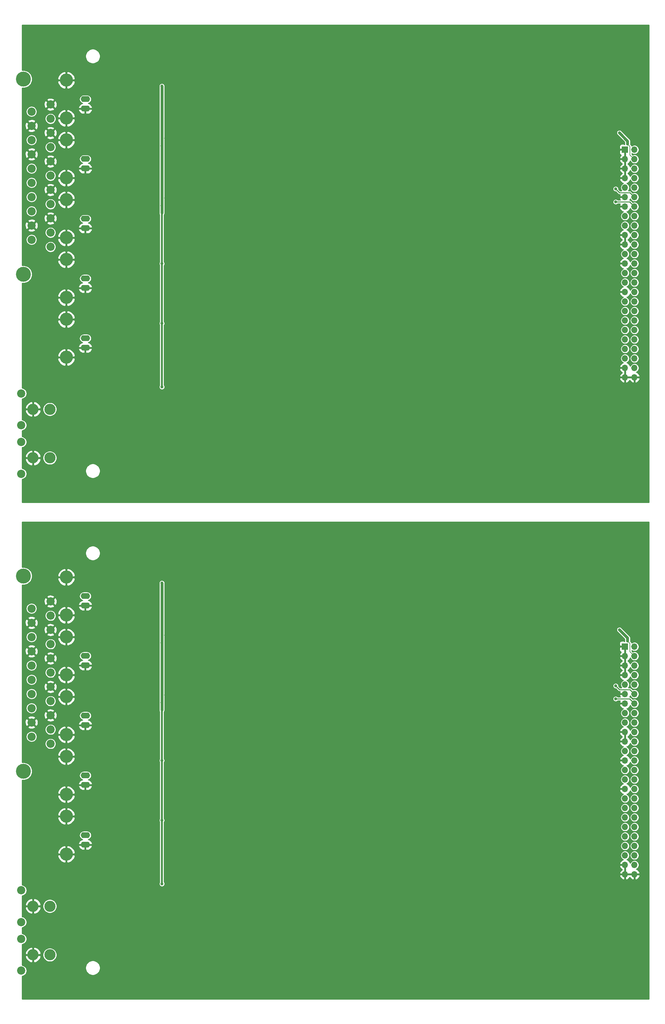
<source format=gbr>
G04 #@! TF.GenerationSoftware,KiCad,Pcbnew,(5.1.8)-1*
G04 #@! TF.CreationDate,2021-01-21T14:16:05+13:00*
G04 #@! TF.ProjectId,output.JVCardx4,6f757470-7574-42e4-9a56-436172647834,rev?*
G04 #@! TF.SameCoordinates,Original*
G04 #@! TF.FileFunction,Copper,L2,Bot*
G04 #@! TF.FilePolarity,Positive*
%FSLAX46Y46*%
G04 Gerber Fmt 4.6, Leading zero omitted, Abs format (unit mm)*
G04 Created by KiCad (PCBNEW (5.1.8)-1) date 2021-01-21 14:16:05*
%MOMM*%
%LPD*%
G01*
G04 APERTURE LIST*
G04 #@! TA.AperFunction,ComponentPad*
%ADD10O,3.000000X3.000000*%
G04 #@! TD*
G04 #@! TA.AperFunction,ComponentPad*
%ADD11C,2.200000*%
G04 #@! TD*
G04 #@! TA.AperFunction,ComponentPad*
%ADD12R,1.700000X1.700000*%
G04 #@! TD*
G04 #@! TA.AperFunction,ComponentPad*
%ADD13O,1.700000X1.700000*%
G04 #@! TD*
G04 #@! TA.AperFunction,ComponentPad*
%ADD14O,2.500000X1.600000*%
G04 #@! TD*
G04 #@! TA.AperFunction,ComponentPad*
%ADD15O,3.500000X3.500000*%
G04 #@! TD*
G04 #@! TA.AperFunction,ComponentPad*
%ADD16C,4.000000*%
G04 #@! TD*
G04 #@! TA.AperFunction,ViaPad*
%ADD17C,0.800000*%
G04 #@! TD*
G04 #@! TA.AperFunction,Conductor*
%ADD18C,0.800000*%
G04 #@! TD*
G04 #@! TA.AperFunction,Conductor*
%ADD19C,0.500000*%
G04 #@! TD*
G04 #@! TA.AperFunction,Conductor*
%ADD20C,0.250000*%
G04 #@! TD*
G04 #@! TA.AperFunction,Conductor*
%ADD21C,0.200000*%
G04 #@! TD*
G04 #@! TA.AperFunction,Conductor*
%ADD22C,0.254000*%
G04 #@! TD*
G04 #@! TA.AperFunction,Conductor*
%ADD23C,0.100000*%
G04 #@! TD*
G04 #@! TA.AperFunction,NonConductor*
%ADD24C,0.254000*%
G04 #@! TD*
G04 #@! TA.AperFunction,NonConductor*
%ADD25C,0.100000*%
G04 #@! TD*
G04 APERTURE END LIST*
D10*
X21500000Y-250000000D03*
X17000000Y-250000000D03*
D11*
X13850000Y-245750000D03*
X13850000Y-254250000D03*
D12*
X175500000Y-180500000D03*
D13*
X178040000Y-180500000D03*
X175500000Y-183040000D03*
X178040000Y-183040000D03*
X175500000Y-185580000D03*
X178040000Y-185580000D03*
X175500000Y-188120000D03*
X178040000Y-188120000D03*
X175500000Y-190660000D03*
X178040000Y-190660000D03*
X175500000Y-193200000D03*
X178040000Y-193200000D03*
X175500000Y-195740000D03*
X178040000Y-195740000D03*
X175500000Y-198280000D03*
X178040000Y-198280000D03*
X175500000Y-200820000D03*
X178040000Y-200820000D03*
X175500000Y-203360000D03*
X178040000Y-203360000D03*
X175500000Y-205900000D03*
X178040000Y-205900000D03*
X175500000Y-208440000D03*
X178040000Y-208440000D03*
X175500000Y-210980000D03*
X178040000Y-210980000D03*
X175500000Y-213520000D03*
X178040000Y-213520000D03*
X175500000Y-216060000D03*
X178040000Y-216060000D03*
X175500000Y-218600000D03*
X178040000Y-218600000D03*
X175500000Y-221140000D03*
X178040000Y-221140000D03*
X175500000Y-223680000D03*
X178040000Y-223680000D03*
X175500000Y-226220000D03*
X178040000Y-226220000D03*
X175500000Y-228760000D03*
X178040000Y-228760000D03*
X175500000Y-231300000D03*
X178040000Y-231300000D03*
X175500000Y-233840000D03*
X178040000Y-233840000D03*
X175500000Y-236380000D03*
X178040000Y-236380000D03*
X175500000Y-238920000D03*
X178040000Y-238920000D03*
X175500000Y-241460000D03*
X178040000Y-241460000D03*
D10*
X21500000Y-263000000D03*
X17000000Y-263000000D03*
D11*
X13850000Y-258750000D03*
X13850000Y-267250000D03*
D14*
X31000000Y-217540000D03*
X31000000Y-215000000D03*
D15*
X25920000Y-209920000D03*
X25920000Y-220080000D03*
D14*
X31000000Y-201540000D03*
X31000000Y-199000000D03*
D15*
X25920000Y-193920000D03*
X25920000Y-204080000D03*
D11*
X21680000Y-206515000D03*
X21680000Y-168415000D03*
X16600000Y-174130000D03*
X21680000Y-172225000D03*
X16600000Y-177940000D03*
X21680000Y-176035000D03*
X16600000Y-181750000D03*
X21680000Y-179845000D03*
X16600000Y-170320000D03*
X21680000Y-183655000D03*
X16600000Y-185560000D03*
X21680000Y-187465000D03*
X16600000Y-189370000D03*
X21680000Y-191275000D03*
X16600000Y-193180000D03*
X21680000Y-195085000D03*
X16600000Y-196990000D03*
X21680000Y-198895000D03*
X16600000Y-200800000D03*
X21680000Y-202705000D03*
X16600000Y-204610000D03*
D16*
X14400000Y-161610000D03*
X14400000Y-213880000D03*
D14*
X31000000Y-185540000D03*
X31000000Y-183000000D03*
D15*
X25920000Y-177920000D03*
X25920000Y-188080000D03*
D14*
X31000000Y-169540000D03*
X31000000Y-167000000D03*
D15*
X25920000Y-161920000D03*
X25920000Y-172080000D03*
D14*
X31000000Y-233540000D03*
X31000000Y-231000000D03*
D15*
X25920000Y-225920000D03*
X25920000Y-236080000D03*
X25920000Y-103080000D03*
X25920000Y-92920000D03*
D14*
X31000000Y-98000000D03*
X31000000Y-100540000D03*
D15*
X25920000Y-39080000D03*
X25920000Y-28920000D03*
D14*
X31000000Y-34000000D03*
X31000000Y-36540000D03*
D15*
X25920000Y-87080000D03*
X25920000Y-76920000D03*
D14*
X31000000Y-82000000D03*
X31000000Y-84540000D03*
D15*
X25920000Y-55080000D03*
X25920000Y-44920000D03*
D14*
X31000000Y-50000000D03*
X31000000Y-52540000D03*
D15*
X25920000Y-71080000D03*
X25920000Y-60920000D03*
D14*
X31000000Y-66000000D03*
X31000000Y-68540000D03*
D16*
X14400000Y-80880000D03*
X14400000Y-28610000D03*
D11*
X16600000Y-71610000D03*
X21680000Y-69705000D03*
X16600000Y-67800000D03*
X21680000Y-65895000D03*
X16600000Y-63990000D03*
X21680000Y-62085000D03*
X16600000Y-60180000D03*
X21680000Y-58275000D03*
X16600000Y-56370000D03*
X21680000Y-54465000D03*
X16600000Y-52560000D03*
X21680000Y-50655000D03*
X16600000Y-37320000D03*
X21680000Y-46845000D03*
X16600000Y-48750000D03*
X21680000Y-43035000D03*
X16600000Y-44940000D03*
X21680000Y-39225000D03*
X16600000Y-41130000D03*
X21680000Y-35415000D03*
X21680000Y-73515000D03*
X13850000Y-134250000D03*
X13850000Y-125750000D03*
D10*
X17000000Y-130000000D03*
X21500000Y-130000000D03*
D11*
X13850000Y-121250000D03*
X13850000Y-112750000D03*
D10*
X17000000Y-117000000D03*
X21500000Y-117000000D03*
D13*
X178040000Y-108460000D03*
X175500000Y-108460000D03*
X178040000Y-105920000D03*
X175500000Y-105920000D03*
X178040000Y-103380000D03*
X175500000Y-103380000D03*
X178040000Y-100840000D03*
X175500000Y-100840000D03*
X178040000Y-98300000D03*
X175500000Y-98300000D03*
X178040000Y-95760000D03*
X175500000Y-95760000D03*
X178040000Y-93220000D03*
X175500000Y-93220000D03*
X178040000Y-90680000D03*
X175500000Y-90680000D03*
X178040000Y-88140000D03*
X175500000Y-88140000D03*
X178040000Y-85600000D03*
X175500000Y-85600000D03*
X178040000Y-83060000D03*
X175500000Y-83060000D03*
X178040000Y-80520000D03*
X175500000Y-80520000D03*
X178040000Y-77980000D03*
X175500000Y-77980000D03*
X178040000Y-75440000D03*
X175500000Y-75440000D03*
X178040000Y-72900000D03*
X175500000Y-72900000D03*
X178040000Y-70360000D03*
X175500000Y-70360000D03*
X178040000Y-67820000D03*
X175500000Y-67820000D03*
X178040000Y-65280000D03*
X175500000Y-65280000D03*
X178040000Y-62740000D03*
X175500000Y-62740000D03*
X178040000Y-60200000D03*
X175500000Y-60200000D03*
X178040000Y-57660000D03*
X175500000Y-57660000D03*
X178040000Y-55120000D03*
X175500000Y-55120000D03*
X178040000Y-52580000D03*
X175500000Y-52580000D03*
X178040000Y-50040000D03*
X175500000Y-50040000D03*
X178040000Y-47500000D03*
D12*
X175500000Y-47500000D03*
D17*
X39000000Y-235000000D03*
X31500000Y-248000000D03*
X172000000Y-151500000D03*
X50000000Y-234500000D03*
X59000000Y-227000000D03*
X42000000Y-246000000D03*
X44000000Y-229500000D03*
X33000000Y-253500000D03*
X31500000Y-256000000D03*
X39000000Y-181500000D03*
X48000000Y-191000000D03*
X50500000Y-205000000D03*
X41500000Y-221500000D03*
X48000000Y-207000000D03*
X39000000Y-213500000D03*
X41500000Y-205000000D03*
X39000000Y-219000000D03*
X53000000Y-202500000D03*
X54000000Y-234500000D03*
X50000000Y-218500000D03*
X24500000Y-256500000D03*
X27000000Y-248500000D03*
X50500000Y-197000000D03*
X178500000Y-177000000D03*
X172500000Y-178000000D03*
X37000000Y-253500000D03*
X48500000Y-237000000D03*
X175500000Y-160000000D03*
X178500000Y-158000000D03*
X172500000Y-173000000D03*
X168000000Y-157500000D03*
X172500000Y-162000000D03*
X166000000Y-160500000D03*
X39000000Y-229500000D03*
X56000000Y-186500000D03*
X41500000Y-189000000D03*
X52500000Y-177500000D03*
X54000000Y-218500000D03*
X169500000Y-164000000D03*
X174000000Y-148500000D03*
X175500000Y-175000000D03*
X48500000Y-229000000D03*
X39000000Y-197500000D03*
X50500000Y-181000000D03*
X39000000Y-187000000D03*
X41500000Y-237500000D03*
X172500000Y-188000000D03*
X50500000Y-189000000D03*
X39000000Y-203000000D03*
X53000000Y-186500000D03*
X56000000Y-202500000D03*
X52500000Y-193500000D03*
X46000000Y-197500000D03*
X48500000Y-221000000D03*
X48500000Y-213000000D03*
X170000000Y-154500000D03*
X181500000Y-156000000D03*
X46000000Y-181500000D03*
X44000000Y-213500000D03*
X82000000Y-151500000D03*
X73000000Y-160500000D03*
X108500000Y-148500000D03*
X80000000Y-148500000D03*
X88000000Y-160500000D03*
X67000000Y-171500000D03*
X48000000Y-175000000D03*
X18000000Y-237000000D03*
X71000000Y-173500000D03*
X84000000Y-154500000D03*
X86000000Y-157500000D03*
X61000000Y-179000000D03*
X61000000Y-163000000D03*
X79500000Y-174000000D03*
X41500000Y-173000000D03*
X18000000Y-206500000D03*
X18000000Y-218000000D03*
X78000000Y-165500000D03*
X108500000Y-151500000D03*
X71000000Y-192000000D03*
X71000000Y-182500000D03*
X80500000Y-168000000D03*
X108500000Y-154500000D03*
X75500000Y-163000000D03*
X71000000Y-202000000D03*
X14500000Y-218000000D03*
X14500000Y-237000000D03*
X70500000Y-158000000D03*
X50500000Y-165000000D03*
X21000000Y-236500000D03*
X21000000Y-218000000D03*
X83000000Y-170500000D03*
X143000000Y-148500000D03*
X67000000Y-190500000D03*
X79000000Y-216000000D03*
X108500000Y-160500000D03*
X108500000Y-163500000D03*
X67000000Y-180500000D03*
X143000000Y-151500000D03*
X90000000Y-163500000D03*
X143000000Y-154500000D03*
X143000000Y-160500000D03*
X79000000Y-205000000D03*
X79000000Y-195000000D03*
X79000000Y-186500000D03*
X56000000Y-170500000D03*
X65000000Y-168500000D03*
X39000000Y-165500000D03*
X75000000Y-203500000D03*
X143000000Y-157500000D03*
X46000000Y-165500000D03*
X75000000Y-184500000D03*
X52500000Y-161500000D03*
X59000000Y-211000000D03*
X108500000Y-157500000D03*
X39000000Y-171000000D03*
X75000000Y-216000000D03*
X63500000Y-165500000D03*
X75000000Y-174000000D03*
X143000000Y-163500000D03*
X75000000Y-193500000D03*
X61000000Y-195000000D03*
X53000000Y-170500000D03*
X50500000Y-173000000D03*
X169500000Y-188000000D03*
X166500000Y-188000000D03*
X62500000Y-229000000D03*
X64000000Y-216500000D03*
X70000000Y-210500000D03*
X62500000Y-213000000D03*
X15000000Y-206500000D03*
X64500000Y-200000000D03*
X67500000Y-208000000D03*
X23500000Y-248000000D03*
X69500000Y-248500000D03*
X59500000Y-246500000D03*
X166500000Y-165500000D03*
X63000000Y-249000000D03*
X50000000Y-242500000D03*
X50000000Y-245500000D03*
X19000000Y-247500000D03*
X71500000Y-225000000D03*
X68500000Y-223000000D03*
X164500000Y-163500000D03*
X169500000Y-173000000D03*
X166500000Y-173000000D03*
X63500000Y-232500000D03*
X21500000Y-209000000D03*
X172000000Y-240000000D03*
X49500000Y-252000000D03*
X166000000Y-242000000D03*
X51000000Y-248000000D03*
X152500000Y-260000000D03*
X163000000Y-249000000D03*
X178000000Y-243500000D03*
X173000000Y-248500000D03*
X173500000Y-235500000D03*
X71500000Y-256500000D03*
X70000000Y-267000000D03*
X154000000Y-267000000D03*
X156000000Y-270000000D03*
X69500000Y-260500000D03*
X68000000Y-270000000D03*
X150500000Y-257000000D03*
X173500000Y-231000000D03*
X175000000Y-250500000D03*
X54000000Y-242000000D03*
X54000000Y-246000000D03*
X62500000Y-254000000D03*
X169500000Y-235500000D03*
X167500000Y-258000000D03*
X165500000Y-256000000D03*
X33000000Y-274000000D03*
X181000000Y-148000000D03*
X111500000Y-260000000D03*
X33000000Y-147500000D03*
X15000000Y-274000000D03*
X111500000Y-270000000D03*
X181000000Y-274000000D03*
X180000000Y-245500000D03*
X111500000Y-267000000D03*
X15000000Y-148000000D03*
X111500000Y-257000000D03*
X51500000Y-211000000D03*
X51500000Y-179500000D03*
X51500000Y-244000000D03*
X51500000Y-163500000D03*
X51500000Y-227000000D03*
X51500000Y-195500000D03*
X173000000Y-194500000D03*
X173000000Y-191000000D03*
X174000000Y-176000000D03*
X53000000Y-53500000D03*
X56000000Y-53500000D03*
X41500000Y-56000000D03*
X39000000Y-48500000D03*
X48000000Y-58000000D03*
X50500000Y-48000000D03*
X39000000Y-54000000D03*
X52500000Y-44500000D03*
X50500000Y-56000000D03*
X46000000Y-48500000D03*
X53000000Y-69500000D03*
X56000000Y-69500000D03*
X41500000Y-72000000D03*
X39000000Y-64500000D03*
X48000000Y-74000000D03*
X50500000Y-64000000D03*
X39000000Y-70000000D03*
X52500000Y-60500000D03*
X50500000Y-72000000D03*
X46000000Y-64500000D03*
X50000000Y-85500000D03*
X54000000Y-85500000D03*
X41500000Y-88500000D03*
X39000000Y-80500000D03*
X48500000Y-80000000D03*
X39000000Y-86000000D03*
X48500000Y-88000000D03*
X44000000Y-80500000D03*
X50000000Y-101500000D03*
X54000000Y-101500000D03*
X39000000Y-96500000D03*
X41500000Y-104500000D03*
X39000000Y-102000000D03*
X48500000Y-96000000D03*
X44000000Y-96500000D03*
X48500000Y-104000000D03*
X59000000Y-94000000D03*
X33000000Y-120500000D03*
X37000000Y-120500000D03*
X24500000Y-123500000D03*
X31500000Y-115000000D03*
X27000000Y-115500000D03*
X31500000Y-123000000D03*
X42000000Y-113000000D03*
X178500000Y-44000000D03*
X175500000Y-42000000D03*
X172500000Y-40000000D03*
X172500000Y-45000000D03*
X172500000Y-55000000D03*
X172500000Y-29000000D03*
X175500000Y-27000000D03*
X178500000Y-25000000D03*
X172000000Y-18500000D03*
X170000000Y-21500000D03*
X168000000Y-24500000D03*
X166000000Y-27500000D03*
X169500000Y-31000000D03*
X174000000Y-15500000D03*
X181500000Y-23000000D03*
X82000000Y-18500000D03*
X80000000Y-15500000D03*
X84000000Y-21500000D03*
X86000000Y-24500000D03*
X88000000Y-27500000D03*
X78000000Y-32500000D03*
X75500000Y-30000000D03*
X73000000Y-27500000D03*
X70500000Y-25000000D03*
X80500000Y-35000000D03*
X63500000Y-32500000D03*
X65000000Y-35500000D03*
X67000000Y-38500000D03*
X71000000Y-40500000D03*
X75000000Y-41000000D03*
X108500000Y-15500000D03*
X108500000Y-18500000D03*
X108500000Y-21500000D03*
X108500000Y-24500000D03*
X108500000Y-27500000D03*
X143000000Y-15500000D03*
X143000000Y-18500000D03*
X143000000Y-21500000D03*
X143000000Y-24500000D03*
X143000000Y-27500000D03*
X143000000Y-30500000D03*
X108500000Y-30500000D03*
X90000000Y-30500000D03*
X83000000Y-37500000D03*
X79500000Y-41000000D03*
X67000000Y-47500000D03*
X71000000Y-49500000D03*
X75000000Y-51500000D03*
X75000000Y-60500000D03*
X71000000Y-59000000D03*
X67000000Y-57500000D03*
X71000000Y-69000000D03*
X75000000Y-70500000D03*
X75000000Y-83000000D03*
X79000000Y-83000000D03*
X79000000Y-72000000D03*
X79000000Y-62000000D03*
X79000000Y-53500000D03*
X59000000Y-78000000D03*
X61000000Y-62000000D03*
X61000000Y-46000000D03*
X61000000Y-30000000D03*
X56000000Y-37500000D03*
X53000000Y-37500000D03*
X41500000Y-40000000D03*
X39000000Y-38000000D03*
X39000000Y-32500000D03*
X46000000Y-32500000D03*
X50500000Y-32000000D03*
X52500000Y-28500000D03*
X50500000Y-40000000D03*
X48000000Y-42000000D03*
X18000000Y-104000000D03*
X18000000Y-73500000D03*
X18000000Y-85000000D03*
X14500000Y-85000000D03*
X14500000Y-104000000D03*
X21000000Y-103500000D03*
X21000000Y-85000000D03*
X21500000Y-76000000D03*
X15000000Y-73500000D03*
X19000000Y-114500000D03*
X23500000Y-115000000D03*
X166500000Y-32500000D03*
X164500000Y-30500000D03*
X169500000Y-40000000D03*
X169500000Y-55000000D03*
X166500000Y-55000000D03*
X166500000Y-40000000D03*
X62500000Y-96000000D03*
X63500000Y-99500000D03*
X71500000Y-92000000D03*
X68500000Y-90000000D03*
X64000000Y-83500000D03*
X62500000Y-80000000D03*
X67500000Y-75000000D03*
X70000000Y-77500000D03*
X64500000Y-67000000D03*
X63000000Y-116000000D03*
X69500000Y-115500000D03*
X59500000Y-113500000D03*
X50000000Y-109500000D03*
X50000000Y-112500000D03*
X54000000Y-109000000D03*
X54000000Y-113000000D03*
X62500000Y-121000000D03*
X71500000Y-123500000D03*
X69500000Y-127500000D03*
X51000000Y-115000000D03*
X49500000Y-119000000D03*
X70000000Y-134000000D03*
X68000000Y-137000000D03*
X154000000Y-134000000D03*
X156000000Y-137000000D03*
X150500000Y-124000000D03*
X152500000Y-127000000D03*
X173500000Y-102500000D03*
X173500000Y-98000000D03*
X169500000Y-102500000D03*
X172000000Y-107000000D03*
X166000000Y-109000000D03*
X163000000Y-116000000D03*
X178000000Y-110500000D03*
X173000000Y-115500000D03*
X175000000Y-117500000D03*
X180000000Y-112500000D03*
X165500000Y-123000000D03*
X167500000Y-125000000D03*
X111500000Y-124000000D03*
X111500000Y-127000000D03*
X111500000Y-134000000D03*
X111500000Y-137000000D03*
X15000000Y-15000000D03*
X15000000Y-141000000D03*
X181000000Y-141000000D03*
X181000000Y-15000000D03*
X33000000Y-14500000D03*
X33000000Y-141000000D03*
X51500000Y-78000000D03*
X51500000Y-46500000D03*
X51500000Y-94000000D03*
X51500000Y-62500000D03*
X51500000Y-30500000D03*
X51500000Y-111000000D03*
X173000000Y-61500000D03*
X173000000Y-58000000D03*
X174000000Y-43000000D03*
D18*
X51500000Y-164065685D02*
X51500000Y-163500000D01*
X51500000Y-179500000D02*
X51500000Y-164065685D01*
D19*
X51500000Y-244000000D02*
X51500000Y-227000000D01*
D18*
X51500000Y-195500000D02*
X51500000Y-193980002D01*
D19*
X51500000Y-211000000D02*
X51500000Y-195500000D01*
X51500000Y-211000000D02*
X51500000Y-227000000D01*
D18*
X51500000Y-193980002D02*
X51500000Y-179500000D01*
X51500000Y-197480002D02*
X51500000Y-195500000D01*
D20*
X173000000Y-194500000D02*
X176740000Y-194500000D01*
X176740000Y-194500000D02*
X178000000Y-195760000D01*
X174000000Y-192000000D02*
X176780000Y-192000000D01*
X176780000Y-192000000D02*
X178000000Y-193220000D01*
X173000000Y-191000000D02*
X174000000Y-192000000D01*
D18*
X176180002Y-178180002D02*
X174000000Y-176000000D01*
D21*
X176849999Y-181909999D02*
X176849999Y-179669997D01*
D18*
X176180002Y-179000000D02*
X176180002Y-178180002D01*
D21*
X178000000Y-183060000D02*
X176849999Y-181909999D01*
X176849999Y-179669997D02*
X176180002Y-179000000D01*
D18*
X51500000Y-60980002D02*
X51500000Y-46500000D01*
X51500000Y-64480002D02*
X51500000Y-62500000D01*
X51500000Y-62500000D02*
X51500000Y-60980002D01*
X51500000Y-31065685D02*
X51500000Y-30500000D01*
X51500000Y-46500000D02*
X51500000Y-31065685D01*
D19*
X51500000Y-111000000D02*
X51500000Y-94000000D01*
X51500000Y-78000000D02*
X51500000Y-62500000D01*
X51500000Y-78000000D02*
X51500000Y-94000000D01*
D20*
X176740000Y-61500000D02*
X178000000Y-62760000D01*
X173000000Y-61500000D02*
X176740000Y-61500000D01*
X173000000Y-58000000D02*
X174000000Y-59000000D01*
X176780000Y-59000000D02*
X178000000Y-60220000D01*
X174000000Y-59000000D02*
X176780000Y-59000000D01*
D21*
X176849999Y-46669997D02*
X176180002Y-46000000D01*
X178000000Y-50060000D02*
X176849999Y-48909999D01*
X176849999Y-48909999D02*
X176849999Y-46669997D01*
D18*
X176180002Y-45180002D02*
X174000000Y-43000000D01*
X176180002Y-46000000D02*
X176180002Y-45180002D01*
D22*
X181873000Y-141873000D02*
X14127000Y-141873000D01*
X14127000Y-135700838D01*
X14280825Y-135670240D01*
X14549622Y-135558901D01*
X14791533Y-135397261D01*
X14997261Y-135191533D01*
X15158901Y-134949622D01*
X15270240Y-134680825D01*
X15327000Y-134395472D01*
X15327000Y-134104528D01*
X15270240Y-133819175D01*
X15158901Y-133550378D01*
X14997261Y-133308467D01*
X14994076Y-133305282D01*
X31023000Y-133305282D01*
X31023000Y-133694718D01*
X31098975Y-134076670D01*
X31248005Y-134436461D01*
X31464364Y-134760264D01*
X31739736Y-135035636D01*
X32063539Y-135251995D01*
X32423330Y-135401025D01*
X32805282Y-135477000D01*
X33194718Y-135477000D01*
X33576670Y-135401025D01*
X33936461Y-135251995D01*
X34260264Y-135035636D01*
X34535636Y-134760264D01*
X34751995Y-134436461D01*
X34901025Y-134076670D01*
X34977000Y-133694718D01*
X34977000Y-133305282D01*
X34901025Y-132923330D01*
X34751995Y-132563539D01*
X34535636Y-132239736D01*
X34260264Y-131964364D01*
X33936461Y-131748005D01*
X33576670Y-131598975D01*
X33194718Y-131523000D01*
X32805282Y-131523000D01*
X32423330Y-131598975D01*
X32063539Y-131748005D01*
X31739736Y-131964364D01*
X31464364Y-132239736D01*
X31248005Y-132563539D01*
X31098975Y-132923330D01*
X31023000Y-133305282D01*
X14994076Y-133305282D01*
X14791533Y-133102739D01*
X14549622Y-132941099D01*
X14280825Y-132829760D01*
X14127000Y-132799162D01*
X14127000Y-130458833D01*
X14914883Y-130458833D01*
X15044462Y-130856803D01*
X15249191Y-131221846D01*
X15521203Y-131539934D01*
X15850044Y-131798844D01*
X16223077Y-131988625D01*
X16541167Y-132085113D01*
X16873000Y-131972165D01*
X16873000Y-130127000D01*
X17127000Y-130127000D01*
X17127000Y-131972165D01*
X17458833Y-132085113D01*
X17776923Y-131988625D01*
X18149956Y-131798844D01*
X18478797Y-131539934D01*
X18750809Y-131221846D01*
X18955538Y-130856803D01*
X19085117Y-130458833D01*
X18972473Y-130127000D01*
X17127000Y-130127000D01*
X16873000Y-130127000D01*
X15027527Y-130127000D01*
X14914883Y-130458833D01*
X14127000Y-130458833D01*
X14127000Y-129541167D01*
X14914883Y-129541167D01*
X15027527Y-129873000D01*
X16873000Y-129873000D01*
X16873000Y-128027835D01*
X17127000Y-128027835D01*
X17127000Y-129873000D01*
X18972473Y-129873000D01*
X18992116Y-129815132D01*
X19623000Y-129815132D01*
X19623000Y-130184868D01*
X19695132Y-130547501D01*
X19836624Y-130889093D01*
X20042039Y-131196518D01*
X20303482Y-131457961D01*
X20610907Y-131663376D01*
X20952499Y-131804868D01*
X21315132Y-131877000D01*
X21684868Y-131877000D01*
X22047501Y-131804868D01*
X22389093Y-131663376D01*
X22696518Y-131457961D01*
X22957961Y-131196518D01*
X23163376Y-130889093D01*
X23304868Y-130547501D01*
X23377000Y-130184868D01*
X23377000Y-129815132D01*
X23304868Y-129452499D01*
X23163376Y-129110907D01*
X22957961Y-128803482D01*
X22696518Y-128542039D01*
X22389093Y-128336624D01*
X22047501Y-128195132D01*
X21684868Y-128123000D01*
X21315132Y-128123000D01*
X20952499Y-128195132D01*
X20610907Y-128336624D01*
X20303482Y-128542039D01*
X20042039Y-128803482D01*
X19836624Y-129110907D01*
X19695132Y-129452499D01*
X19623000Y-129815132D01*
X18992116Y-129815132D01*
X19085117Y-129541167D01*
X18955538Y-129143197D01*
X18750809Y-128778154D01*
X18478797Y-128460066D01*
X18149956Y-128201156D01*
X17776923Y-128011375D01*
X17458833Y-127914887D01*
X17127000Y-128027835D01*
X16873000Y-128027835D01*
X16541167Y-127914887D01*
X16223077Y-128011375D01*
X15850044Y-128201156D01*
X15521203Y-128460066D01*
X15249191Y-128778154D01*
X15044462Y-129143197D01*
X14914883Y-129541167D01*
X14127000Y-129541167D01*
X14127000Y-127200838D01*
X14280825Y-127170240D01*
X14549622Y-127058901D01*
X14791533Y-126897261D01*
X14997261Y-126691533D01*
X15158901Y-126449622D01*
X15270240Y-126180825D01*
X15327000Y-125895472D01*
X15327000Y-125604528D01*
X15270240Y-125319175D01*
X15158901Y-125050378D01*
X14997261Y-124808467D01*
X14791533Y-124602739D01*
X14549622Y-124441099D01*
X14280825Y-124329760D01*
X14127000Y-124299162D01*
X14127000Y-122700838D01*
X14280825Y-122670240D01*
X14549622Y-122558901D01*
X14791533Y-122397261D01*
X14997261Y-122191533D01*
X15158901Y-121949622D01*
X15270240Y-121680825D01*
X15327000Y-121395472D01*
X15327000Y-121104528D01*
X15270240Y-120819175D01*
X15158901Y-120550378D01*
X14997261Y-120308467D01*
X14791533Y-120102739D01*
X14549622Y-119941099D01*
X14280825Y-119829760D01*
X14127000Y-119799162D01*
X14127000Y-117458833D01*
X14914883Y-117458833D01*
X15044462Y-117856803D01*
X15249191Y-118221846D01*
X15521203Y-118539934D01*
X15850044Y-118798844D01*
X16223077Y-118988625D01*
X16541167Y-119085113D01*
X16873000Y-118972165D01*
X16873000Y-117127000D01*
X17127000Y-117127000D01*
X17127000Y-118972165D01*
X17458833Y-119085113D01*
X17776923Y-118988625D01*
X18149956Y-118798844D01*
X18478797Y-118539934D01*
X18750809Y-118221846D01*
X18955538Y-117856803D01*
X19085117Y-117458833D01*
X18972473Y-117127000D01*
X17127000Y-117127000D01*
X16873000Y-117127000D01*
X15027527Y-117127000D01*
X14914883Y-117458833D01*
X14127000Y-117458833D01*
X14127000Y-116541167D01*
X14914883Y-116541167D01*
X15027527Y-116873000D01*
X16873000Y-116873000D01*
X16873000Y-115027835D01*
X17127000Y-115027835D01*
X17127000Y-116873000D01*
X18972473Y-116873000D01*
X18992116Y-116815132D01*
X19623000Y-116815132D01*
X19623000Y-117184868D01*
X19695132Y-117547501D01*
X19836624Y-117889093D01*
X20042039Y-118196518D01*
X20303482Y-118457961D01*
X20610907Y-118663376D01*
X20952499Y-118804868D01*
X21315132Y-118877000D01*
X21684868Y-118877000D01*
X22047501Y-118804868D01*
X22389093Y-118663376D01*
X22696518Y-118457961D01*
X22957961Y-118196518D01*
X23163376Y-117889093D01*
X23304868Y-117547501D01*
X23377000Y-117184868D01*
X23377000Y-116815132D01*
X23304868Y-116452499D01*
X23163376Y-116110907D01*
X22957961Y-115803482D01*
X22696518Y-115542039D01*
X22389093Y-115336624D01*
X22047501Y-115195132D01*
X21684868Y-115123000D01*
X21315132Y-115123000D01*
X20952499Y-115195132D01*
X20610907Y-115336624D01*
X20303482Y-115542039D01*
X20042039Y-115803482D01*
X19836624Y-116110907D01*
X19695132Y-116452499D01*
X19623000Y-116815132D01*
X18992116Y-116815132D01*
X19085117Y-116541167D01*
X18955538Y-116143197D01*
X18750809Y-115778154D01*
X18478797Y-115460066D01*
X18149956Y-115201156D01*
X17776923Y-115011375D01*
X17458833Y-114914887D01*
X17127000Y-115027835D01*
X16873000Y-115027835D01*
X16541167Y-114914887D01*
X16223077Y-115011375D01*
X15850044Y-115201156D01*
X15521203Y-115460066D01*
X15249191Y-115778154D01*
X15044462Y-116143197D01*
X14914883Y-116541167D01*
X14127000Y-116541167D01*
X14127000Y-114200838D01*
X14280825Y-114170240D01*
X14549622Y-114058901D01*
X14791533Y-113897261D01*
X14997261Y-113691533D01*
X15158901Y-113449622D01*
X15270240Y-113180825D01*
X15327000Y-112895472D01*
X15327000Y-112604528D01*
X15270240Y-112319175D01*
X15158901Y-112050378D01*
X14997261Y-111808467D01*
X14791533Y-111602739D01*
X14549622Y-111441099D01*
X14280825Y-111329760D01*
X14127000Y-111299162D01*
X14127000Y-103578004D01*
X23587570Y-103578004D01*
X23729543Y-104023470D01*
X23955694Y-104432678D01*
X24257332Y-104789904D01*
X24622865Y-105081419D01*
X25038247Y-105296021D01*
X25421997Y-105412427D01*
X25793000Y-105302625D01*
X25793000Y-103207000D01*
X26047000Y-103207000D01*
X26047000Y-105302625D01*
X26418003Y-105412427D01*
X26801753Y-105296021D01*
X27217135Y-105081419D01*
X27582668Y-104789904D01*
X27884306Y-104432678D01*
X28110457Y-104023470D01*
X28252430Y-103578004D01*
X28142869Y-103207000D01*
X26047000Y-103207000D01*
X25793000Y-103207000D01*
X23697131Y-103207000D01*
X23587570Y-103578004D01*
X14127000Y-103578004D01*
X14127000Y-102581996D01*
X23587570Y-102581996D01*
X23697131Y-102953000D01*
X25793000Y-102953000D01*
X25793000Y-100857375D01*
X26047000Y-100857375D01*
X26047000Y-102953000D01*
X28142869Y-102953000D01*
X28252430Y-102581996D01*
X28110457Y-102136530D01*
X27884306Y-101727322D01*
X27582668Y-101370096D01*
X27217135Y-101078581D01*
X26850259Y-100889039D01*
X29158096Y-100889039D01*
X29175633Y-100971818D01*
X29286285Y-101231646D01*
X29445500Y-101464895D01*
X29647161Y-101662601D01*
X29883517Y-101817166D01*
X30145486Y-101922650D01*
X30423000Y-101975000D01*
X30873000Y-101975000D01*
X30873000Y-100667000D01*
X31127000Y-100667000D01*
X31127000Y-101975000D01*
X31577000Y-101975000D01*
X31854514Y-101922650D01*
X32116483Y-101817166D01*
X32352839Y-101662601D01*
X32554500Y-101464895D01*
X32713715Y-101231646D01*
X32824367Y-100971818D01*
X32841904Y-100889039D01*
X32719915Y-100667000D01*
X31127000Y-100667000D01*
X30873000Y-100667000D01*
X29280085Y-100667000D01*
X29158096Y-100889039D01*
X26850259Y-100889039D01*
X26801753Y-100863979D01*
X26418003Y-100747573D01*
X26047000Y-100857375D01*
X25793000Y-100857375D01*
X25421997Y-100747573D01*
X25038247Y-100863979D01*
X24622865Y-101078581D01*
X24257332Y-101370096D01*
X23955694Y-101727322D01*
X23729543Y-102136530D01*
X23587570Y-102581996D01*
X14127000Y-102581996D01*
X14127000Y-100190961D01*
X29158096Y-100190961D01*
X29280085Y-100413000D01*
X30873000Y-100413000D01*
X30873000Y-100393000D01*
X31127000Y-100393000D01*
X31127000Y-100413000D01*
X32719915Y-100413000D01*
X32841904Y-100190961D01*
X32824367Y-100108182D01*
X32713715Y-99848354D01*
X32554500Y-99615105D01*
X32352839Y-99417399D01*
X32116483Y-99262834D01*
X31854514Y-99157350D01*
X31752688Y-99138142D01*
X31902597Y-99092667D01*
X32107070Y-98983374D01*
X32286291Y-98836291D01*
X32433374Y-98657070D01*
X32542667Y-98452597D01*
X32609969Y-98230732D01*
X32632694Y-98000000D01*
X32609969Y-97769268D01*
X32542667Y-97547403D01*
X32433374Y-97342930D01*
X32286291Y-97163709D01*
X32107070Y-97016626D01*
X31902597Y-96907333D01*
X31680732Y-96840031D01*
X31507812Y-96823000D01*
X30492188Y-96823000D01*
X30319268Y-96840031D01*
X30097403Y-96907333D01*
X29892930Y-97016626D01*
X29713709Y-97163709D01*
X29566626Y-97342930D01*
X29457333Y-97547403D01*
X29390031Y-97769268D01*
X29367306Y-98000000D01*
X29390031Y-98230732D01*
X29457333Y-98452597D01*
X29566626Y-98657070D01*
X29713709Y-98836291D01*
X29892930Y-98983374D01*
X30097403Y-99092667D01*
X30247312Y-99138142D01*
X30145486Y-99157350D01*
X29883517Y-99262834D01*
X29647161Y-99417399D01*
X29445500Y-99615105D01*
X29286285Y-99848354D01*
X29175633Y-100108182D01*
X29158096Y-100190961D01*
X14127000Y-100190961D01*
X14127000Y-93418004D01*
X23587570Y-93418004D01*
X23729543Y-93863470D01*
X23955694Y-94272678D01*
X24257332Y-94629904D01*
X24622865Y-94921419D01*
X25038247Y-95136021D01*
X25421997Y-95252427D01*
X25793000Y-95142625D01*
X25793000Y-93047000D01*
X26047000Y-93047000D01*
X26047000Y-95142625D01*
X26418003Y-95252427D01*
X26801753Y-95136021D01*
X27217135Y-94921419D01*
X27582668Y-94629904D01*
X27884306Y-94272678D01*
X28110457Y-93863470D01*
X28252430Y-93418004D01*
X28142869Y-93047000D01*
X26047000Y-93047000D01*
X25793000Y-93047000D01*
X23697131Y-93047000D01*
X23587570Y-93418004D01*
X14127000Y-93418004D01*
X14127000Y-92421996D01*
X23587570Y-92421996D01*
X23697131Y-92793000D01*
X25793000Y-92793000D01*
X25793000Y-90697375D01*
X26047000Y-90697375D01*
X26047000Y-92793000D01*
X28142869Y-92793000D01*
X28252430Y-92421996D01*
X28110457Y-91976530D01*
X27884306Y-91567322D01*
X27582668Y-91210096D01*
X27217135Y-90918581D01*
X26801753Y-90703979D01*
X26418003Y-90587573D01*
X26047000Y-90697375D01*
X25793000Y-90697375D01*
X25421997Y-90587573D01*
X25038247Y-90703979D01*
X24622865Y-90918581D01*
X24257332Y-91210096D01*
X23955694Y-91567322D01*
X23729543Y-91976530D01*
X23587570Y-92421996D01*
X14127000Y-92421996D01*
X14127000Y-87578004D01*
X23587570Y-87578004D01*
X23729543Y-88023470D01*
X23955694Y-88432678D01*
X24257332Y-88789904D01*
X24622865Y-89081419D01*
X25038247Y-89296021D01*
X25421997Y-89412427D01*
X25793000Y-89302625D01*
X25793000Y-87207000D01*
X26047000Y-87207000D01*
X26047000Y-89302625D01*
X26418003Y-89412427D01*
X26801753Y-89296021D01*
X27217135Y-89081419D01*
X27582668Y-88789904D01*
X27884306Y-88432678D01*
X28110457Y-88023470D01*
X28252430Y-87578004D01*
X28142869Y-87207000D01*
X26047000Y-87207000D01*
X25793000Y-87207000D01*
X23697131Y-87207000D01*
X23587570Y-87578004D01*
X14127000Y-87578004D01*
X14127000Y-86581996D01*
X23587570Y-86581996D01*
X23697131Y-86953000D01*
X25793000Y-86953000D01*
X25793000Y-84857375D01*
X26047000Y-84857375D01*
X26047000Y-86953000D01*
X28142869Y-86953000D01*
X28252430Y-86581996D01*
X28110457Y-86136530D01*
X27884306Y-85727322D01*
X27582668Y-85370096D01*
X27217135Y-85078581D01*
X26850259Y-84889039D01*
X29158096Y-84889039D01*
X29175633Y-84971818D01*
X29286285Y-85231646D01*
X29445500Y-85464895D01*
X29647161Y-85662601D01*
X29883517Y-85817166D01*
X30145486Y-85922650D01*
X30423000Y-85975000D01*
X30873000Y-85975000D01*
X30873000Y-84667000D01*
X31127000Y-84667000D01*
X31127000Y-85975000D01*
X31577000Y-85975000D01*
X31854514Y-85922650D01*
X32116483Y-85817166D01*
X32352839Y-85662601D01*
X32554500Y-85464895D01*
X32713715Y-85231646D01*
X32824367Y-84971818D01*
X32841904Y-84889039D01*
X32719915Y-84667000D01*
X31127000Y-84667000D01*
X30873000Y-84667000D01*
X29280085Y-84667000D01*
X29158096Y-84889039D01*
X26850259Y-84889039D01*
X26801753Y-84863979D01*
X26418003Y-84747573D01*
X26047000Y-84857375D01*
X25793000Y-84857375D01*
X25421997Y-84747573D01*
X25038247Y-84863979D01*
X24622865Y-85078581D01*
X24257332Y-85370096D01*
X23955694Y-85727322D01*
X23729543Y-86136530D01*
X23587570Y-86581996D01*
X14127000Y-86581996D01*
X14127000Y-84190961D01*
X29158096Y-84190961D01*
X29280085Y-84413000D01*
X30873000Y-84413000D01*
X30873000Y-84393000D01*
X31127000Y-84393000D01*
X31127000Y-84413000D01*
X32719915Y-84413000D01*
X32841904Y-84190961D01*
X32824367Y-84108182D01*
X32713715Y-83848354D01*
X32554500Y-83615105D01*
X32352839Y-83417399D01*
X32116483Y-83262834D01*
X31854514Y-83157350D01*
X31752688Y-83138142D01*
X31902597Y-83092667D01*
X32107070Y-82983374D01*
X32286291Y-82836291D01*
X32433374Y-82657070D01*
X32542667Y-82452597D01*
X32609969Y-82230732D01*
X32632694Y-82000000D01*
X32609969Y-81769268D01*
X32542667Y-81547403D01*
X32433374Y-81342930D01*
X32286291Y-81163709D01*
X32107070Y-81016626D01*
X31902597Y-80907333D01*
X31680732Y-80840031D01*
X31507812Y-80823000D01*
X30492188Y-80823000D01*
X30319268Y-80840031D01*
X30097403Y-80907333D01*
X29892930Y-81016626D01*
X29713709Y-81163709D01*
X29566626Y-81342930D01*
X29457333Y-81547403D01*
X29390031Y-81769268D01*
X29367306Y-82000000D01*
X29390031Y-82230732D01*
X29457333Y-82452597D01*
X29566626Y-82657070D01*
X29713709Y-82836291D01*
X29892930Y-82983374D01*
X30097403Y-83092667D01*
X30247312Y-83138142D01*
X30145486Y-83157350D01*
X29883517Y-83262834D01*
X29647161Y-83417399D01*
X29445500Y-83615105D01*
X29286285Y-83848354D01*
X29175633Y-84108182D01*
X29158096Y-84190961D01*
X14127000Y-84190961D01*
X14127000Y-83249265D01*
X14165886Y-83257000D01*
X14634114Y-83257000D01*
X15093345Y-83165653D01*
X15525932Y-82986470D01*
X15915249Y-82726336D01*
X16246336Y-82395249D01*
X16506470Y-82005932D01*
X16685653Y-81573345D01*
X16777000Y-81114114D01*
X16777000Y-80645886D01*
X16685653Y-80186655D01*
X16506470Y-79754068D01*
X16246336Y-79364751D01*
X15915249Y-79033664D01*
X15525932Y-78773530D01*
X15093345Y-78594347D01*
X14634114Y-78503000D01*
X14165886Y-78503000D01*
X14127000Y-78510735D01*
X14127000Y-77418004D01*
X23587570Y-77418004D01*
X23729543Y-77863470D01*
X23955694Y-78272678D01*
X24257332Y-78629904D01*
X24622865Y-78921419D01*
X25038247Y-79136021D01*
X25421997Y-79252427D01*
X25793000Y-79142625D01*
X25793000Y-77047000D01*
X26047000Y-77047000D01*
X26047000Y-79142625D01*
X26418003Y-79252427D01*
X26801753Y-79136021D01*
X27217135Y-78921419D01*
X27582668Y-78629904D01*
X27884306Y-78272678D01*
X28110457Y-77863470D01*
X28252430Y-77418004D01*
X28142869Y-77047000D01*
X26047000Y-77047000D01*
X25793000Y-77047000D01*
X23697131Y-77047000D01*
X23587570Y-77418004D01*
X14127000Y-77418004D01*
X14127000Y-76421996D01*
X23587570Y-76421996D01*
X23697131Y-76793000D01*
X25793000Y-76793000D01*
X25793000Y-74697375D01*
X26047000Y-74697375D01*
X26047000Y-76793000D01*
X28142869Y-76793000D01*
X28252430Y-76421996D01*
X28110457Y-75976530D01*
X27884306Y-75567322D01*
X27582668Y-75210096D01*
X27217135Y-74918581D01*
X26801753Y-74703979D01*
X26418003Y-74587573D01*
X26047000Y-74697375D01*
X25793000Y-74697375D01*
X25421997Y-74587573D01*
X25038247Y-74703979D01*
X24622865Y-74918581D01*
X24257332Y-75210096D01*
X23955694Y-75567322D01*
X23729543Y-75976530D01*
X23587570Y-76421996D01*
X14127000Y-76421996D01*
X14127000Y-73369528D01*
X20203000Y-73369528D01*
X20203000Y-73660472D01*
X20259760Y-73945825D01*
X20371099Y-74214622D01*
X20532739Y-74456533D01*
X20738467Y-74662261D01*
X20980378Y-74823901D01*
X21249175Y-74935240D01*
X21534528Y-74992000D01*
X21825472Y-74992000D01*
X22110825Y-74935240D01*
X22379622Y-74823901D01*
X22621533Y-74662261D01*
X22827261Y-74456533D01*
X22988901Y-74214622D01*
X23100240Y-73945825D01*
X23157000Y-73660472D01*
X23157000Y-73369528D01*
X23100240Y-73084175D01*
X22988901Y-72815378D01*
X22827261Y-72573467D01*
X22621533Y-72367739D01*
X22379622Y-72206099D01*
X22110825Y-72094760D01*
X21825472Y-72038000D01*
X21534528Y-72038000D01*
X21249175Y-72094760D01*
X20980378Y-72206099D01*
X20738467Y-72367739D01*
X20532739Y-72573467D01*
X20371099Y-72815378D01*
X20259760Y-73084175D01*
X20203000Y-73369528D01*
X14127000Y-73369528D01*
X14127000Y-71464528D01*
X15123000Y-71464528D01*
X15123000Y-71755472D01*
X15179760Y-72040825D01*
X15291099Y-72309622D01*
X15452739Y-72551533D01*
X15658467Y-72757261D01*
X15900378Y-72918901D01*
X16169175Y-73030240D01*
X16454528Y-73087000D01*
X16745472Y-73087000D01*
X17030825Y-73030240D01*
X17299622Y-72918901D01*
X17541533Y-72757261D01*
X17747261Y-72551533D01*
X17908901Y-72309622D01*
X18020240Y-72040825D01*
X18077000Y-71755472D01*
X18077000Y-71578004D01*
X23587570Y-71578004D01*
X23729543Y-72023470D01*
X23955694Y-72432678D01*
X24257332Y-72789904D01*
X24622865Y-73081419D01*
X25038247Y-73296021D01*
X25421997Y-73412427D01*
X25793000Y-73302625D01*
X25793000Y-71207000D01*
X26047000Y-71207000D01*
X26047000Y-73302625D01*
X26418003Y-73412427D01*
X26801753Y-73296021D01*
X27217135Y-73081419D01*
X27582668Y-72789904D01*
X27884306Y-72432678D01*
X28110457Y-72023470D01*
X28252430Y-71578004D01*
X28142869Y-71207000D01*
X26047000Y-71207000D01*
X25793000Y-71207000D01*
X23697131Y-71207000D01*
X23587570Y-71578004D01*
X18077000Y-71578004D01*
X18077000Y-71464528D01*
X18020240Y-71179175D01*
X17908901Y-70910378D01*
X17747261Y-70668467D01*
X17541533Y-70462739D01*
X17299622Y-70301099D01*
X17030825Y-70189760D01*
X16745472Y-70133000D01*
X16454528Y-70133000D01*
X16169175Y-70189760D01*
X15900378Y-70301099D01*
X15658467Y-70462739D01*
X15452739Y-70668467D01*
X15291099Y-70910378D01*
X15179760Y-71179175D01*
X15123000Y-71464528D01*
X14127000Y-71464528D01*
X14127000Y-69559528D01*
X20203000Y-69559528D01*
X20203000Y-69850472D01*
X20259760Y-70135825D01*
X20371099Y-70404622D01*
X20532739Y-70646533D01*
X20738467Y-70852261D01*
X20980378Y-71013901D01*
X21249175Y-71125240D01*
X21534528Y-71182000D01*
X21825472Y-71182000D01*
X22110825Y-71125240D01*
X22379622Y-71013901D01*
X22621533Y-70852261D01*
X22827261Y-70646533D01*
X22870383Y-70581996D01*
X23587570Y-70581996D01*
X23697131Y-70953000D01*
X25793000Y-70953000D01*
X25793000Y-68857375D01*
X26047000Y-68857375D01*
X26047000Y-70953000D01*
X28142869Y-70953000D01*
X28252430Y-70581996D01*
X28110457Y-70136530D01*
X27884306Y-69727322D01*
X27582668Y-69370096D01*
X27217135Y-69078581D01*
X26850259Y-68889039D01*
X29158096Y-68889039D01*
X29175633Y-68971818D01*
X29286285Y-69231646D01*
X29445500Y-69464895D01*
X29647161Y-69662601D01*
X29883517Y-69817166D01*
X30145486Y-69922650D01*
X30423000Y-69975000D01*
X30873000Y-69975000D01*
X30873000Y-68667000D01*
X31127000Y-68667000D01*
X31127000Y-69975000D01*
X31577000Y-69975000D01*
X31854514Y-69922650D01*
X32116483Y-69817166D01*
X32352839Y-69662601D01*
X32554500Y-69464895D01*
X32713715Y-69231646D01*
X32824367Y-68971818D01*
X32841904Y-68889039D01*
X32719915Y-68667000D01*
X31127000Y-68667000D01*
X30873000Y-68667000D01*
X29280085Y-68667000D01*
X29158096Y-68889039D01*
X26850259Y-68889039D01*
X26801753Y-68863979D01*
X26418003Y-68747573D01*
X26047000Y-68857375D01*
X25793000Y-68857375D01*
X25421997Y-68747573D01*
X25038247Y-68863979D01*
X24622865Y-69078581D01*
X24257332Y-69370096D01*
X23955694Y-69727322D01*
X23729543Y-70136530D01*
X23587570Y-70581996D01*
X22870383Y-70581996D01*
X22988901Y-70404622D01*
X23100240Y-70135825D01*
X23157000Y-69850472D01*
X23157000Y-69559528D01*
X23100240Y-69274175D01*
X22988901Y-69005378D01*
X22827261Y-68763467D01*
X22621533Y-68557739D01*
X22379622Y-68396099D01*
X22110825Y-68284760D01*
X21825472Y-68228000D01*
X21534528Y-68228000D01*
X21249175Y-68284760D01*
X20980378Y-68396099D01*
X20738467Y-68557739D01*
X20532739Y-68763467D01*
X20371099Y-69005378D01*
X20259760Y-69274175D01*
X20203000Y-69559528D01*
X14127000Y-69559528D01*
X14127000Y-69006712D01*
X15572893Y-69006712D01*
X15680726Y-69281338D01*
X15987384Y-69432216D01*
X16317585Y-69520369D01*
X16658639Y-69542409D01*
X16997439Y-69497489D01*
X17320966Y-69387336D01*
X17519274Y-69281338D01*
X17627107Y-69006712D01*
X16600000Y-67979605D01*
X15572893Y-69006712D01*
X14127000Y-69006712D01*
X14127000Y-67858639D01*
X14857591Y-67858639D01*
X14902511Y-68197439D01*
X15012664Y-68520966D01*
X15118662Y-68719274D01*
X15393288Y-68827107D01*
X16420395Y-67800000D01*
X16779605Y-67800000D01*
X17806712Y-68827107D01*
X18081338Y-68719274D01*
X18232216Y-68412616D01*
X18291390Y-68190961D01*
X29158096Y-68190961D01*
X29280085Y-68413000D01*
X30873000Y-68413000D01*
X30873000Y-68393000D01*
X31127000Y-68393000D01*
X31127000Y-68413000D01*
X32719915Y-68413000D01*
X32841904Y-68190961D01*
X32824367Y-68108182D01*
X32713715Y-67848354D01*
X32554500Y-67615105D01*
X32352839Y-67417399D01*
X32116483Y-67262834D01*
X31854514Y-67157350D01*
X31752688Y-67138142D01*
X31902597Y-67092667D01*
X32107070Y-66983374D01*
X32286291Y-66836291D01*
X32433374Y-66657070D01*
X32542667Y-66452597D01*
X32609969Y-66230732D01*
X32632694Y-66000000D01*
X32609969Y-65769268D01*
X32542667Y-65547403D01*
X32433374Y-65342930D01*
X32286291Y-65163709D01*
X32107070Y-65016626D01*
X31902597Y-64907333D01*
X31680732Y-64840031D01*
X31507812Y-64823000D01*
X30492188Y-64823000D01*
X30319268Y-64840031D01*
X30097403Y-64907333D01*
X29892930Y-65016626D01*
X29713709Y-65163709D01*
X29566626Y-65342930D01*
X29457333Y-65547403D01*
X29390031Y-65769268D01*
X29367306Y-66000000D01*
X29390031Y-66230732D01*
X29457333Y-66452597D01*
X29566626Y-66657070D01*
X29713709Y-66836291D01*
X29892930Y-66983374D01*
X30097403Y-67092667D01*
X30247312Y-67138142D01*
X30145486Y-67157350D01*
X29883517Y-67262834D01*
X29647161Y-67417399D01*
X29445500Y-67615105D01*
X29286285Y-67848354D01*
X29175633Y-68108182D01*
X29158096Y-68190961D01*
X18291390Y-68190961D01*
X18320369Y-68082415D01*
X18342409Y-67741361D01*
X18297489Y-67402561D01*
X18195058Y-67101712D01*
X20652893Y-67101712D01*
X20760726Y-67376338D01*
X21067384Y-67527216D01*
X21397585Y-67615369D01*
X21738639Y-67637409D01*
X22077439Y-67592489D01*
X22400966Y-67482336D01*
X22599274Y-67376338D01*
X22707107Y-67101712D01*
X21680000Y-66074605D01*
X20652893Y-67101712D01*
X18195058Y-67101712D01*
X18187336Y-67079034D01*
X18081338Y-66880726D01*
X17806712Y-66772893D01*
X16779605Y-67800000D01*
X16420395Y-67800000D01*
X15393288Y-66772893D01*
X15118662Y-66880726D01*
X14967784Y-67187384D01*
X14879631Y-67517585D01*
X14857591Y-67858639D01*
X14127000Y-67858639D01*
X14127000Y-66593288D01*
X15572893Y-66593288D01*
X16600000Y-67620395D01*
X17627107Y-66593288D01*
X17519274Y-66318662D01*
X17212616Y-66167784D01*
X16882415Y-66079631D01*
X16541361Y-66057591D01*
X16202561Y-66102511D01*
X15879034Y-66212664D01*
X15680726Y-66318662D01*
X15572893Y-66593288D01*
X14127000Y-66593288D01*
X14127000Y-65953639D01*
X19937591Y-65953639D01*
X19982511Y-66292439D01*
X20092664Y-66615966D01*
X20198662Y-66814274D01*
X20473288Y-66922107D01*
X21500395Y-65895000D01*
X21859605Y-65895000D01*
X22886712Y-66922107D01*
X23161338Y-66814274D01*
X23312216Y-66507616D01*
X23400369Y-66177415D01*
X23422409Y-65836361D01*
X23377489Y-65497561D01*
X23267336Y-65174034D01*
X23161338Y-64975726D01*
X22886712Y-64867893D01*
X21859605Y-65895000D01*
X21500395Y-65895000D01*
X20473288Y-64867893D01*
X20198662Y-64975726D01*
X20047784Y-65282384D01*
X19959631Y-65612585D01*
X19937591Y-65953639D01*
X14127000Y-65953639D01*
X14127000Y-63844528D01*
X15123000Y-63844528D01*
X15123000Y-64135472D01*
X15179760Y-64420825D01*
X15291099Y-64689622D01*
X15452739Y-64931533D01*
X15658467Y-65137261D01*
X15900378Y-65298901D01*
X16169175Y-65410240D01*
X16454528Y-65467000D01*
X16745472Y-65467000D01*
X17030825Y-65410240D01*
X17299622Y-65298901D01*
X17541533Y-65137261D01*
X17747261Y-64931533D01*
X17908901Y-64689622D01*
X17909453Y-64688288D01*
X20652893Y-64688288D01*
X21680000Y-65715395D01*
X22707107Y-64688288D01*
X22599274Y-64413662D01*
X22292616Y-64262784D01*
X21962415Y-64174631D01*
X21621361Y-64152591D01*
X21282561Y-64197511D01*
X20959034Y-64307664D01*
X20760726Y-64413662D01*
X20652893Y-64688288D01*
X17909453Y-64688288D01*
X18020240Y-64420825D01*
X18077000Y-64135472D01*
X18077000Y-63844528D01*
X18020240Y-63559175D01*
X17908901Y-63290378D01*
X17747261Y-63048467D01*
X17541533Y-62842739D01*
X17299622Y-62681099D01*
X17030825Y-62569760D01*
X16745472Y-62513000D01*
X16454528Y-62513000D01*
X16169175Y-62569760D01*
X15900378Y-62681099D01*
X15658467Y-62842739D01*
X15452739Y-63048467D01*
X15291099Y-63290378D01*
X15179760Y-63559175D01*
X15123000Y-63844528D01*
X14127000Y-63844528D01*
X14127000Y-61939528D01*
X20203000Y-61939528D01*
X20203000Y-62230472D01*
X20259760Y-62515825D01*
X20371099Y-62784622D01*
X20532739Y-63026533D01*
X20738467Y-63232261D01*
X20980378Y-63393901D01*
X21249175Y-63505240D01*
X21534528Y-63562000D01*
X21825472Y-63562000D01*
X22110825Y-63505240D01*
X22379622Y-63393901D01*
X22621533Y-63232261D01*
X22827261Y-63026533D01*
X22988901Y-62784622D01*
X23100240Y-62515825D01*
X23157000Y-62230472D01*
X23157000Y-61939528D01*
X23100240Y-61654175D01*
X23002416Y-61418004D01*
X23587570Y-61418004D01*
X23729543Y-61863470D01*
X23955694Y-62272678D01*
X24257332Y-62629904D01*
X24622865Y-62921419D01*
X25038247Y-63136021D01*
X25421997Y-63252427D01*
X25793000Y-63142625D01*
X25793000Y-61047000D01*
X26047000Y-61047000D01*
X26047000Y-63142625D01*
X26418003Y-63252427D01*
X26801753Y-63136021D01*
X27217135Y-62921419D01*
X27582668Y-62629904D01*
X27884306Y-62272678D01*
X28110457Y-61863470D01*
X28252430Y-61418004D01*
X28142869Y-61047000D01*
X26047000Y-61047000D01*
X25793000Y-61047000D01*
X23697131Y-61047000D01*
X23587570Y-61418004D01*
X23002416Y-61418004D01*
X22988901Y-61385378D01*
X22827261Y-61143467D01*
X22621533Y-60937739D01*
X22379622Y-60776099D01*
X22110825Y-60664760D01*
X21825472Y-60608000D01*
X21534528Y-60608000D01*
X21249175Y-60664760D01*
X20980378Y-60776099D01*
X20738467Y-60937739D01*
X20532739Y-61143467D01*
X20371099Y-61385378D01*
X20259760Y-61654175D01*
X20203000Y-61939528D01*
X14127000Y-61939528D01*
X14127000Y-60034528D01*
X15123000Y-60034528D01*
X15123000Y-60325472D01*
X15179760Y-60610825D01*
X15291099Y-60879622D01*
X15452739Y-61121533D01*
X15658467Y-61327261D01*
X15900378Y-61488901D01*
X16169175Y-61600240D01*
X16454528Y-61657000D01*
X16745472Y-61657000D01*
X17030825Y-61600240D01*
X17299622Y-61488901D01*
X17541533Y-61327261D01*
X17747261Y-61121533D01*
X17908901Y-60879622D01*
X18020240Y-60610825D01*
X18057800Y-60421996D01*
X23587570Y-60421996D01*
X23697131Y-60793000D01*
X25793000Y-60793000D01*
X25793000Y-58697375D01*
X26047000Y-58697375D01*
X26047000Y-60793000D01*
X28142869Y-60793000D01*
X28252430Y-60421996D01*
X28110457Y-59976530D01*
X27884306Y-59567322D01*
X27582668Y-59210096D01*
X27217135Y-58918581D01*
X26801753Y-58703979D01*
X26418003Y-58587573D01*
X26047000Y-58697375D01*
X25793000Y-58697375D01*
X25421997Y-58587573D01*
X25038247Y-58703979D01*
X24622865Y-58918581D01*
X24257332Y-59210096D01*
X23955694Y-59567322D01*
X23729543Y-59976530D01*
X23587570Y-60421996D01*
X18057800Y-60421996D01*
X18077000Y-60325472D01*
X18077000Y-60034528D01*
X18020240Y-59749175D01*
X17909454Y-59481712D01*
X20652893Y-59481712D01*
X20760726Y-59756338D01*
X21067384Y-59907216D01*
X21397585Y-59995369D01*
X21738639Y-60017409D01*
X22077439Y-59972489D01*
X22400966Y-59862336D01*
X22599274Y-59756338D01*
X22707107Y-59481712D01*
X21680000Y-58454605D01*
X20652893Y-59481712D01*
X17909454Y-59481712D01*
X17908901Y-59480378D01*
X17747261Y-59238467D01*
X17541533Y-59032739D01*
X17299622Y-58871099D01*
X17030825Y-58759760D01*
X16745472Y-58703000D01*
X16454528Y-58703000D01*
X16169175Y-58759760D01*
X15900378Y-58871099D01*
X15658467Y-59032739D01*
X15452739Y-59238467D01*
X15291099Y-59480378D01*
X15179760Y-59749175D01*
X15123000Y-60034528D01*
X14127000Y-60034528D01*
X14127000Y-58333639D01*
X19937591Y-58333639D01*
X19982511Y-58672439D01*
X20092664Y-58995966D01*
X20198662Y-59194274D01*
X20473288Y-59302107D01*
X21500395Y-58275000D01*
X21859605Y-58275000D01*
X22886712Y-59302107D01*
X23161338Y-59194274D01*
X23312216Y-58887616D01*
X23400369Y-58557415D01*
X23422409Y-58216361D01*
X23377489Y-57877561D01*
X23267336Y-57554034D01*
X23161338Y-57355726D01*
X22886712Y-57247893D01*
X21859605Y-58275000D01*
X21500395Y-58275000D01*
X20473288Y-57247893D01*
X20198662Y-57355726D01*
X20047784Y-57662384D01*
X19959631Y-57992585D01*
X19937591Y-58333639D01*
X14127000Y-58333639D01*
X14127000Y-56224528D01*
X15123000Y-56224528D01*
X15123000Y-56515472D01*
X15179760Y-56800825D01*
X15291099Y-57069622D01*
X15452739Y-57311533D01*
X15658467Y-57517261D01*
X15900378Y-57678901D01*
X16169175Y-57790240D01*
X16454528Y-57847000D01*
X16745472Y-57847000D01*
X17030825Y-57790240D01*
X17299622Y-57678901D01*
X17541533Y-57517261D01*
X17747261Y-57311533D01*
X17908901Y-57069622D01*
X17909453Y-57068288D01*
X20652893Y-57068288D01*
X21680000Y-58095395D01*
X22707107Y-57068288D01*
X22599274Y-56793662D01*
X22292616Y-56642784D01*
X21962415Y-56554631D01*
X21621361Y-56532591D01*
X21282561Y-56577511D01*
X20959034Y-56687664D01*
X20760726Y-56793662D01*
X20652893Y-57068288D01*
X17909453Y-57068288D01*
X18020240Y-56800825D01*
X18077000Y-56515472D01*
X18077000Y-56224528D01*
X18020240Y-55939175D01*
X17908901Y-55670378D01*
X17747261Y-55428467D01*
X17541533Y-55222739D01*
X17299622Y-55061099D01*
X17030825Y-54949760D01*
X16745472Y-54893000D01*
X16454528Y-54893000D01*
X16169175Y-54949760D01*
X15900378Y-55061099D01*
X15658467Y-55222739D01*
X15452739Y-55428467D01*
X15291099Y-55670378D01*
X15179760Y-55939175D01*
X15123000Y-56224528D01*
X14127000Y-56224528D01*
X14127000Y-54319528D01*
X20203000Y-54319528D01*
X20203000Y-54610472D01*
X20259760Y-54895825D01*
X20371099Y-55164622D01*
X20532739Y-55406533D01*
X20738467Y-55612261D01*
X20980378Y-55773901D01*
X21249175Y-55885240D01*
X21534528Y-55942000D01*
X21825472Y-55942000D01*
X22110825Y-55885240D01*
X22379622Y-55773901D01*
X22621533Y-55612261D01*
X22655790Y-55578004D01*
X23587570Y-55578004D01*
X23729543Y-56023470D01*
X23955694Y-56432678D01*
X24257332Y-56789904D01*
X24622865Y-57081419D01*
X25038247Y-57296021D01*
X25421997Y-57412427D01*
X25793000Y-57302625D01*
X25793000Y-55207000D01*
X26047000Y-55207000D01*
X26047000Y-57302625D01*
X26418003Y-57412427D01*
X26801753Y-57296021D01*
X27217135Y-57081419D01*
X27582668Y-56789904D01*
X27884306Y-56432678D01*
X28110457Y-56023470D01*
X28252430Y-55578004D01*
X28142869Y-55207000D01*
X26047000Y-55207000D01*
X25793000Y-55207000D01*
X23697131Y-55207000D01*
X23587570Y-55578004D01*
X22655790Y-55578004D01*
X22827261Y-55406533D01*
X22988901Y-55164622D01*
X23100240Y-54895825D01*
X23157000Y-54610472D01*
X23157000Y-54581996D01*
X23587570Y-54581996D01*
X23697131Y-54953000D01*
X25793000Y-54953000D01*
X25793000Y-52857375D01*
X26047000Y-52857375D01*
X26047000Y-54953000D01*
X28142869Y-54953000D01*
X28252430Y-54581996D01*
X28110457Y-54136530D01*
X27884306Y-53727322D01*
X27582668Y-53370096D01*
X27217135Y-53078581D01*
X26850259Y-52889039D01*
X29158096Y-52889039D01*
X29175633Y-52971818D01*
X29286285Y-53231646D01*
X29445500Y-53464895D01*
X29647161Y-53662601D01*
X29883517Y-53817166D01*
X30145486Y-53922650D01*
X30423000Y-53975000D01*
X30873000Y-53975000D01*
X30873000Y-52667000D01*
X31127000Y-52667000D01*
X31127000Y-53975000D01*
X31577000Y-53975000D01*
X31854514Y-53922650D01*
X32116483Y-53817166D01*
X32352839Y-53662601D01*
X32554500Y-53464895D01*
X32713715Y-53231646D01*
X32824367Y-52971818D01*
X32841904Y-52889039D01*
X32719915Y-52667000D01*
X31127000Y-52667000D01*
X30873000Y-52667000D01*
X29280085Y-52667000D01*
X29158096Y-52889039D01*
X26850259Y-52889039D01*
X26801753Y-52863979D01*
X26418003Y-52747573D01*
X26047000Y-52857375D01*
X25793000Y-52857375D01*
X25421997Y-52747573D01*
X25038247Y-52863979D01*
X24622865Y-53078581D01*
X24257332Y-53370096D01*
X23955694Y-53727322D01*
X23729543Y-54136530D01*
X23587570Y-54581996D01*
X23157000Y-54581996D01*
X23157000Y-54319528D01*
X23100240Y-54034175D01*
X22988901Y-53765378D01*
X22827261Y-53523467D01*
X22621533Y-53317739D01*
X22379622Y-53156099D01*
X22110825Y-53044760D01*
X21825472Y-52988000D01*
X21534528Y-52988000D01*
X21249175Y-53044760D01*
X20980378Y-53156099D01*
X20738467Y-53317739D01*
X20532739Y-53523467D01*
X20371099Y-53765378D01*
X20259760Y-54034175D01*
X20203000Y-54319528D01*
X14127000Y-54319528D01*
X14127000Y-52414528D01*
X15123000Y-52414528D01*
X15123000Y-52705472D01*
X15179760Y-52990825D01*
X15291099Y-53259622D01*
X15452739Y-53501533D01*
X15658467Y-53707261D01*
X15900378Y-53868901D01*
X16169175Y-53980240D01*
X16454528Y-54037000D01*
X16745472Y-54037000D01*
X17030825Y-53980240D01*
X17299622Y-53868901D01*
X17541533Y-53707261D01*
X17747261Y-53501533D01*
X17908901Y-53259622D01*
X18020240Y-52990825D01*
X18077000Y-52705472D01*
X18077000Y-52414528D01*
X18020240Y-52129175D01*
X17909454Y-51861712D01*
X20652893Y-51861712D01*
X20760726Y-52136338D01*
X21067384Y-52287216D01*
X21397585Y-52375369D01*
X21738639Y-52397409D01*
X22077439Y-52352489D01*
X22400966Y-52242336D01*
X22497081Y-52190961D01*
X29158096Y-52190961D01*
X29280085Y-52413000D01*
X30873000Y-52413000D01*
X30873000Y-52393000D01*
X31127000Y-52393000D01*
X31127000Y-52413000D01*
X32719915Y-52413000D01*
X32841904Y-52190961D01*
X32824367Y-52108182D01*
X32713715Y-51848354D01*
X32554500Y-51615105D01*
X32352839Y-51417399D01*
X32116483Y-51262834D01*
X31854514Y-51157350D01*
X31752688Y-51138142D01*
X31902597Y-51092667D01*
X32107070Y-50983374D01*
X32286291Y-50836291D01*
X32433374Y-50657070D01*
X32542667Y-50452597D01*
X32609969Y-50230732D01*
X32632694Y-50000000D01*
X32609969Y-49769268D01*
X32542667Y-49547403D01*
X32433374Y-49342930D01*
X32286291Y-49163709D01*
X32107070Y-49016626D01*
X31902597Y-48907333D01*
X31680732Y-48840031D01*
X31507812Y-48823000D01*
X30492188Y-48823000D01*
X30319268Y-48840031D01*
X30097403Y-48907333D01*
X29892930Y-49016626D01*
X29713709Y-49163709D01*
X29566626Y-49342930D01*
X29457333Y-49547403D01*
X29390031Y-49769268D01*
X29367306Y-50000000D01*
X29390031Y-50230732D01*
X29457333Y-50452597D01*
X29566626Y-50657070D01*
X29713709Y-50836291D01*
X29892930Y-50983374D01*
X30097403Y-51092667D01*
X30247312Y-51138142D01*
X30145486Y-51157350D01*
X29883517Y-51262834D01*
X29647161Y-51417399D01*
X29445500Y-51615105D01*
X29286285Y-51848354D01*
X29175633Y-52108182D01*
X29158096Y-52190961D01*
X22497081Y-52190961D01*
X22599274Y-52136338D01*
X22707107Y-51861712D01*
X21680000Y-50834605D01*
X20652893Y-51861712D01*
X17909454Y-51861712D01*
X17908901Y-51860378D01*
X17747261Y-51618467D01*
X17541533Y-51412739D01*
X17299622Y-51251099D01*
X17030825Y-51139760D01*
X16745472Y-51083000D01*
X16454528Y-51083000D01*
X16169175Y-51139760D01*
X15900378Y-51251099D01*
X15658467Y-51412739D01*
X15452739Y-51618467D01*
X15291099Y-51860378D01*
X15179760Y-52129175D01*
X15123000Y-52414528D01*
X14127000Y-52414528D01*
X14127000Y-50713639D01*
X19937591Y-50713639D01*
X19982511Y-51052439D01*
X20092664Y-51375966D01*
X20198662Y-51574274D01*
X20473288Y-51682107D01*
X21500395Y-50655000D01*
X21859605Y-50655000D01*
X22886712Y-51682107D01*
X23161338Y-51574274D01*
X23312216Y-51267616D01*
X23400369Y-50937415D01*
X23422409Y-50596361D01*
X23377489Y-50257561D01*
X23267336Y-49934034D01*
X23161338Y-49735726D01*
X22886712Y-49627893D01*
X21859605Y-50655000D01*
X21500395Y-50655000D01*
X20473288Y-49627893D01*
X20198662Y-49735726D01*
X20047784Y-50042384D01*
X19959631Y-50372585D01*
X19937591Y-50713639D01*
X14127000Y-50713639D01*
X14127000Y-49956712D01*
X15572893Y-49956712D01*
X15680726Y-50231338D01*
X15987384Y-50382216D01*
X16317585Y-50470369D01*
X16658639Y-50492409D01*
X16997439Y-50447489D01*
X17320966Y-50337336D01*
X17519274Y-50231338D01*
X17627107Y-49956712D01*
X16600000Y-48929605D01*
X15572893Y-49956712D01*
X14127000Y-49956712D01*
X14127000Y-48808639D01*
X14857591Y-48808639D01*
X14902511Y-49147439D01*
X15012664Y-49470966D01*
X15118662Y-49669274D01*
X15393288Y-49777107D01*
X16420395Y-48750000D01*
X16779605Y-48750000D01*
X17806712Y-49777107D01*
X18081338Y-49669274D01*
X18190064Y-49448288D01*
X20652893Y-49448288D01*
X21680000Y-50475395D01*
X22707107Y-49448288D01*
X22599274Y-49173662D01*
X22292616Y-49022784D01*
X21962415Y-48934631D01*
X21621361Y-48912591D01*
X21282561Y-48957511D01*
X20959034Y-49067664D01*
X20760726Y-49173662D01*
X20652893Y-49448288D01*
X18190064Y-49448288D01*
X18232216Y-49362616D01*
X18320369Y-49032415D01*
X18342409Y-48691361D01*
X18297489Y-48352561D01*
X18187336Y-48029034D01*
X18081338Y-47830726D01*
X17806712Y-47722893D01*
X16779605Y-48750000D01*
X16420395Y-48750000D01*
X15393288Y-47722893D01*
X15118662Y-47830726D01*
X14967784Y-48137384D01*
X14879631Y-48467585D01*
X14857591Y-48808639D01*
X14127000Y-48808639D01*
X14127000Y-47543288D01*
X15572893Y-47543288D01*
X16600000Y-48570395D01*
X17627107Y-47543288D01*
X17519274Y-47268662D01*
X17212616Y-47117784D01*
X16882415Y-47029631D01*
X16541361Y-47007591D01*
X16202561Y-47052511D01*
X15879034Y-47162664D01*
X15680726Y-47268662D01*
X15572893Y-47543288D01*
X14127000Y-47543288D01*
X14127000Y-46699528D01*
X20203000Y-46699528D01*
X20203000Y-46990472D01*
X20259760Y-47275825D01*
X20371099Y-47544622D01*
X20532739Y-47786533D01*
X20738467Y-47992261D01*
X20980378Y-48153901D01*
X21249175Y-48265240D01*
X21534528Y-48322000D01*
X21825472Y-48322000D01*
X22110825Y-48265240D01*
X22379622Y-48153901D01*
X22621533Y-47992261D01*
X22827261Y-47786533D01*
X22988901Y-47544622D01*
X23100240Y-47275825D01*
X23157000Y-46990472D01*
X23157000Y-46699528D01*
X23100240Y-46414175D01*
X22988901Y-46145378D01*
X22827261Y-45903467D01*
X22621533Y-45697739D01*
X22379622Y-45536099D01*
X22110825Y-45424760D01*
X22076861Y-45418004D01*
X23587570Y-45418004D01*
X23729543Y-45863470D01*
X23955694Y-46272678D01*
X24257332Y-46629904D01*
X24622865Y-46921419D01*
X25038247Y-47136021D01*
X25421997Y-47252427D01*
X25793000Y-47142625D01*
X25793000Y-45047000D01*
X26047000Y-45047000D01*
X26047000Y-47142625D01*
X26418003Y-47252427D01*
X26801753Y-47136021D01*
X27217135Y-46921419D01*
X27582668Y-46629904D01*
X27884306Y-46272678D01*
X28110457Y-45863470D01*
X28252430Y-45418004D01*
X28142869Y-45047000D01*
X26047000Y-45047000D01*
X25793000Y-45047000D01*
X23697131Y-45047000D01*
X23587570Y-45418004D01*
X22076861Y-45418004D01*
X21825472Y-45368000D01*
X21534528Y-45368000D01*
X21249175Y-45424760D01*
X20980378Y-45536099D01*
X20738467Y-45697739D01*
X20532739Y-45903467D01*
X20371099Y-46145378D01*
X20259760Y-46414175D01*
X20203000Y-46699528D01*
X14127000Y-46699528D01*
X14127000Y-44794528D01*
X15123000Y-44794528D01*
X15123000Y-45085472D01*
X15179760Y-45370825D01*
X15291099Y-45639622D01*
X15452739Y-45881533D01*
X15658467Y-46087261D01*
X15900378Y-46248901D01*
X16169175Y-46360240D01*
X16454528Y-46417000D01*
X16745472Y-46417000D01*
X17030825Y-46360240D01*
X17299622Y-46248901D01*
X17541533Y-46087261D01*
X17747261Y-45881533D01*
X17908901Y-45639622D01*
X18020240Y-45370825D01*
X18077000Y-45085472D01*
X18077000Y-44794528D01*
X18020240Y-44509175D01*
X17909454Y-44241712D01*
X20652893Y-44241712D01*
X20760726Y-44516338D01*
X21067384Y-44667216D01*
X21397585Y-44755369D01*
X21738639Y-44777409D01*
X22077439Y-44732489D01*
X22400966Y-44622336D01*
X22599274Y-44516338D01*
X22636317Y-44421996D01*
X23587570Y-44421996D01*
X23697131Y-44793000D01*
X25793000Y-44793000D01*
X25793000Y-42697375D01*
X26047000Y-42697375D01*
X26047000Y-44793000D01*
X28142869Y-44793000D01*
X28252430Y-44421996D01*
X28110457Y-43976530D01*
X27884306Y-43567322D01*
X27582668Y-43210096D01*
X27217135Y-42918581D01*
X26801753Y-42703979D01*
X26418003Y-42587573D01*
X26047000Y-42697375D01*
X25793000Y-42697375D01*
X25421997Y-42587573D01*
X25038247Y-42703979D01*
X24622865Y-42918581D01*
X24257332Y-43210096D01*
X23955694Y-43567322D01*
X23729543Y-43976530D01*
X23587570Y-44421996D01*
X22636317Y-44421996D01*
X22707107Y-44241712D01*
X21680000Y-43214605D01*
X20652893Y-44241712D01*
X17909454Y-44241712D01*
X17908901Y-44240378D01*
X17747261Y-43998467D01*
X17541533Y-43792739D01*
X17299622Y-43631099D01*
X17030825Y-43519760D01*
X16745472Y-43463000D01*
X16454528Y-43463000D01*
X16169175Y-43519760D01*
X15900378Y-43631099D01*
X15658467Y-43792739D01*
X15452739Y-43998467D01*
X15291099Y-44240378D01*
X15179760Y-44509175D01*
X15123000Y-44794528D01*
X14127000Y-44794528D01*
X14127000Y-43093639D01*
X19937591Y-43093639D01*
X19982511Y-43432439D01*
X20092664Y-43755966D01*
X20198662Y-43954274D01*
X20473288Y-44062107D01*
X21500395Y-43035000D01*
X21859605Y-43035000D01*
X22886712Y-44062107D01*
X23161338Y-43954274D01*
X23312216Y-43647616D01*
X23400369Y-43317415D01*
X23422409Y-42976361D01*
X23377489Y-42637561D01*
X23267336Y-42314034D01*
X23161338Y-42115726D01*
X22886712Y-42007893D01*
X21859605Y-43035000D01*
X21500395Y-43035000D01*
X20473288Y-42007893D01*
X20198662Y-42115726D01*
X20047784Y-42422384D01*
X19959631Y-42752585D01*
X19937591Y-43093639D01*
X14127000Y-43093639D01*
X14127000Y-42336712D01*
X15572893Y-42336712D01*
X15680726Y-42611338D01*
X15987384Y-42762216D01*
X16317585Y-42850369D01*
X16658639Y-42872409D01*
X16997439Y-42827489D01*
X17320966Y-42717336D01*
X17519274Y-42611338D01*
X17627107Y-42336712D01*
X16600000Y-41309605D01*
X15572893Y-42336712D01*
X14127000Y-42336712D01*
X14127000Y-41188639D01*
X14857591Y-41188639D01*
X14902511Y-41527439D01*
X15012664Y-41850966D01*
X15118662Y-42049274D01*
X15393288Y-42157107D01*
X16420395Y-41130000D01*
X16779605Y-41130000D01*
X17806712Y-42157107D01*
X18081338Y-42049274D01*
X18190064Y-41828288D01*
X20652893Y-41828288D01*
X21680000Y-42855395D01*
X22707107Y-41828288D01*
X22599274Y-41553662D01*
X22292616Y-41402784D01*
X21962415Y-41314631D01*
X21621361Y-41292591D01*
X21282561Y-41337511D01*
X20959034Y-41447664D01*
X20760726Y-41553662D01*
X20652893Y-41828288D01*
X18190064Y-41828288D01*
X18232216Y-41742616D01*
X18320369Y-41412415D01*
X18342409Y-41071361D01*
X18297489Y-40732561D01*
X18187336Y-40409034D01*
X18081338Y-40210726D01*
X17806712Y-40102893D01*
X16779605Y-41130000D01*
X16420395Y-41130000D01*
X15393288Y-40102893D01*
X15118662Y-40210726D01*
X14967784Y-40517384D01*
X14879631Y-40847585D01*
X14857591Y-41188639D01*
X14127000Y-41188639D01*
X14127000Y-39923288D01*
X15572893Y-39923288D01*
X16600000Y-40950395D01*
X17627107Y-39923288D01*
X17519274Y-39648662D01*
X17212616Y-39497784D01*
X16882415Y-39409631D01*
X16541361Y-39387591D01*
X16202561Y-39432511D01*
X15879034Y-39542664D01*
X15680726Y-39648662D01*
X15572893Y-39923288D01*
X14127000Y-39923288D01*
X14127000Y-39079528D01*
X20203000Y-39079528D01*
X20203000Y-39370472D01*
X20259760Y-39655825D01*
X20371099Y-39924622D01*
X20532739Y-40166533D01*
X20738467Y-40372261D01*
X20980378Y-40533901D01*
X21249175Y-40645240D01*
X21534528Y-40702000D01*
X21825472Y-40702000D01*
X22110825Y-40645240D01*
X22379622Y-40533901D01*
X22621533Y-40372261D01*
X22827261Y-40166533D01*
X22988901Y-39924622D01*
X23100240Y-39655825D01*
X23115719Y-39578004D01*
X23587570Y-39578004D01*
X23729543Y-40023470D01*
X23955694Y-40432678D01*
X24257332Y-40789904D01*
X24622865Y-41081419D01*
X25038247Y-41296021D01*
X25421997Y-41412427D01*
X25793000Y-41302625D01*
X25793000Y-39207000D01*
X26047000Y-39207000D01*
X26047000Y-41302625D01*
X26418003Y-41412427D01*
X26801753Y-41296021D01*
X27217135Y-41081419D01*
X27582668Y-40789904D01*
X27884306Y-40432678D01*
X28110457Y-40023470D01*
X28252430Y-39578004D01*
X28142869Y-39207000D01*
X26047000Y-39207000D01*
X25793000Y-39207000D01*
X23697131Y-39207000D01*
X23587570Y-39578004D01*
X23115719Y-39578004D01*
X23157000Y-39370472D01*
X23157000Y-39079528D01*
X23100240Y-38794175D01*
X23012353Y-38581996D01*
X23587570Y-38581996D01*
X23697131Y-38953000D01*
X25793000Y-38953000D01*
X25793000Y-36857375D01*
X26047000Y-36857375D01*
X26047000Y-38953000D01*
X28142869Y-38953000D01*
X28252430Y-38581996D01*
X28110457Y-38136530D01*
X27884306Y-37727322D01*
X27582668Y-37370096D01*
X27217135Y-37078581D01*
X26850259Y-36889039D01*
X29158096Y-36889039D01*
X29175633Y-36971818D01*
X29286285Y-37231646D01*
X29445500Y-37464895D01*
X29647161Y-37662601D01*
X29883517Y-37817166D01*
X30145486Y-37922650D01*
X30423000Y-37975000D01*
X30873000Y-37975000D01*
X30873000Y-36667000D01*
X31127000Y-36667000D01*
X31127000Y-37975000D01*
X31577000Y-37975000D01*
X31854514Y-37922650D01*
X32116483Y-37817166D01*
X32352839Y-37662601D01*
X32554500Y-37464895D01*
X32713715Y-37231646D01*
X32824367Y-36971818D01*
X32841904Y-36889039D01*
X32719915Y-36667000D01*
X31127000Y-36667000D01*
X30873000Y-36667000D01*
X29280085Y-36667000D01*
X29158096Y-36889039D01*
X26850259Y-36889039D01*
X26801753Y-36863979D01*
X26418003Y-36747573D01*
X26047000Y-36857375D01*
X25793000Y-36857375D01*
X25421997Y-36747573D01*
X25038247Y-36863979D01*
X24622865Y-37078581D01*
X24257332Y-37370096D01*
X23955694Y-37727322D01*
X23729543Y-38136530D01*
X23587570Y-38581996D01*
X23012353Y-38581996D01*
X22988901Y-38525378D01*
X22827261Y-38283467D01*
X22621533Y-38077739D01*
X22379622Y-37916099D01*
X22110825Y-37804760D01*
X21825472Y-37748000D01*
X21534528Y-37748000D01*
X21249175Y-37804760D01*
X20980378Y-37916099D01*
X20738467Y-38077739D01*
X20532739Y-38283467D01*
X20371099Y-38525378D01*
X20259760Y-38794175D01*
X20203000Y-39079528D01*
X14127000Y-39079528D01*
X14127000Y-37174528D01*
X15123000Y-37174528D01*
X15123000Y-37465472D01*
X15179760Y-37750825D01*
X15291099Y-38019622D01*
X15452739Y-38261533D01*
X15658467Y-38467261D01*
X15900378Y-38628901D01*
X16169175Y-38740240D01*
X16454528Y-38797000D01*
X16745472Y-38797000D01*
X17030825Y-38740240D01*
X17299622Y-38628901D01*
X17541533Y-38467261D01*
X17747261Y-38261533D01*
X17908901Y-38019622D01*
X18020240Y-37750825D01*
X18077000Y-37465472D01*
X18077000Y-37174528D01*
X18020240Y-36889175D01*
X17909454Y-36621712D01*
X20652893Y-36621712D01*
X20760726Y-36896338D01*
X21067384Y-37047216D01*
X21397585Y-37135369D01*
X21738639Y-37157409D01*
X22077439Y-37112489D01*
X22400966Y-37002336D01*
X22599274Y-36896338D01*
X22707107Y-36621712D01*
X21680000Y-35594605D01*
X20652893Y-36621712D01*
X17909454Y-36621712D01*
X17908901Y-36620378D01*
X17747261Y-36378467D01*
X17541533Y-36172739D01*
X17299622Y-36011099D01*
X17030825Y-35899760D01*
X16745472Y-35843000D01*
X16454528Y-35843000D01*
X16169175Y-35899760D01*
X15900378Y-36011099D01*
X15658467Y-36172739D01*
X15452739Y-36378467D01*
X15291099Y-36620378D01*
X15179760Y-36889175D01*
X15123000Y-37174528D01*
X14127000Y-37174528D01*
X14127000Y-35473639D01*
X19937591Y-35473639D01*
X19982511Y-35812439D01*
X20092664Y-36135966D01*
X20198662Y-36334274D01*
X20473288Y-36442107D01*
X21500395Y-35415000D01*
X21859605Y-35415000D01*
X22886712Y-36442107D01*
X23161338Y-36334274D01*
X23231849Y-36190961D01*
X29158096Y-36190961D01*
X29280085Y-36413000D01*
X30873000Y-36413000D01*
X30873000Y-36393000D01*
X31127000Y-36393000D01*
X31127000Y-36413000D01*
X32719915Y-36413000D01*
X32841904Y-36190961D01*
X32824367Y-36108182D01*
X32713715Y-35848354D01*
X32554500Y-35615105D01*
X32352839Y-35417399D01*
X32116483Y-35262834D01*
X31854514Y-35157350D01*
X31752688Y-35138142D01*
X31902597Y-35092667D01*
X32107070Y-34983374D01*
X32286291Y-34836291D01*
X32433374Y-34657070D01*
X32542667Y-34452597D01*
X32609969Y-34230732D01*
X32632694Y-34000000D01*
X32609969Y-33769268D01*
X32542667Y-33547403D01*
X32433374Y-33342930D01*
X32286291Y-33163709D01*
X32107070Y-33016626D01*
X31902597Y-32907333D01*
X31680732Y-32840031D01*
X31507812Y-32823000D01*
X30492188Y-32823000D01*
X30319268Y-32840031D01*
X30097403Y-32907333D01*
X29892930Y-33016626D01*
X29713709Y-33163709D01*
X29566626Y-33342930D01*
X29457333Y-33547403D01*
X29390031Y-33769268D01*
X29367306Y-34000000D01*
X29390031Y-34230732D01*
X29457333Y-34452597D01*
X29566626Y-34657070D01*
X29713709Y-34836291D01*
X29892930Y-34983374D01*
X30097403Y-35092667D01*
X30247312Y-35138142D01*
X30145486Y-35157350D01*
X29883517Y-35262834D01*
X29647161Y-35417399D01*
X29445500Y-35615105D01*
X29286285Y-35848354D01*
X29175633Y-36108182D01*
X29158096Y-36190961D01*
X23231849Y-36190961D01*
X23312216Y-36027616D01*
X23400369Y-35697415D01*
X23422409Y-35356361D01*
X23377489Y-35017561D01*
X23267336Y-34694034D01*
X23161338Y-34495726D01*
X22886712Y-34387893D01*
X21859605Y-35415000D01*
X21500395Y-35415000D01*
X20473288Y-34387893D01*
X20198662Y-34495726D01*
X20047784Y-34802384D01*
X19959631Y-35132585D01*
X19937591Y-35473639D01*
X14127000Y-35473639D01*
X14127000Y-34208288D01*
X20652893Y-34208288D01*
X21680000Y-35235395D01*
X22707107Y-34208288D01*
X22599274Y-33933662D01*
X22292616Y-33782784D01*
X21962415Y-33694631D01*
X21621361Y-33672591D01*
X21282561Y-33717511D01*
X20959034Y-33827664D01*
X20760726Y-33933662D01*
X20652893Y-34208288D01*
X14127000Y-34208288D01*
X14127000Y-30979265D01*
X14165886Y-30987000D01*
X14634114Y-30987000D01*
X15093345Y-30895653D01*
X15525932Y-30716470D01*
X15915249Y-30456336D01*
X16246336Y-30125249D01*
X16506470Y-29735932D01*
X16638159Y-29418004D01*
X23587570Y-29418004D01*
X23729543Y-29863470D01*
X23955694Y-30272678D01*
X24257332Y-30629904D01*
X24622865Y-30921419D01*
X25038247Y-31136021D01*
X25421997Y-31252427D01*
X25793000Y-31142625D01*
X25793000Y-29047000D01*
X26047000Y-29047000D01*
X26047000Y-31142625D01*
X26418003Y-31252427D01*
X26801753Y-31136021D01*
X27217135Y-30921419D01*
X27582668Y-30629904D01*
X27756977Y-30423472D01*
X50723000Y-30423472D01*
X50723000Y-31103850D01*
X50723001Y-31103860D01*
X50723000Y-46423472D01*
X50723000Y-46576528D01*
X50723001Y-46576533D01*
X50723000Y-61018167D01*
X50723001Y-61018177D01*
X50723000Y-62423472D01*
X50723000Y-62576528D01*
X50723001Y-62576533D01*
X50723000Y-64518167D01*
X50734243Y-64632320D01*
X50778673Y-64778785D01*
X50850823Y-64913767D01*
X50873001Y-64940791D01*
X50873000Y-77539807D01*
X50811431Y-77631952D01*
X50752859Y-77773357D01*
X50723000Y-77923472D01*
X50723000Y-78076528D01*
X50752859Y-78226643D01*
X50811431Y-78368048D01*
X50873000Y-78460193D01*
X50873001Y-93539806D01*
X50811431Y-93631952D01*
X50752859Y-93773357D01*
X50723000Y-93923472D01*
X50723000Y-94076528D01*
X50752859Y-94226643D01*
X50811431Y-94368048D01*
X50873001Y-94460194D01*
X50873000Y-110539807D01*
X50811431Y-110631952D01*
X50752859Y-110773357D01*
X50723000Y-110923472D01*
X50723000Y-111076528D01*
X50752859Y-111226643D01*
X50811431Y-111368048D01*
X50896464Y-111495309D01*
X51004691Y-111603536D01*
X51131952Y-111688569D01*
X51273357Y-111747141D01*
X51423472Y-111777000D01*
X51576528Y-111777000D01*
X51726643Y-111747141D01*
X51868048Y-111688569D01*
X51995309Y-111603536D01*
X52103536Y-111495309D01*
X52188569Y-111368048D01*
X52247141Y-111226643D01*
X52277000Y-111076528D01*
X52277000Y-110923472D01*
X52247141Y-110773357D01*
X52188569Y-110631952D01*
X52127000Y-110539807D01*
X52127000Y-108816890D01*
X174058524Y-108816890D01*
X174103175Y-108964099D01*
X174228359Y-109226920D01*
X174402412Y-109460269D01*
X174618645Y-109655178D01*
X174868748Y-109804157D01*
X175143109Y-109901481D01*
X175373000Y-109780814D01*
X175373000Y-108587000D01*
X175627000Y-108587000D01*
X175627000Y-109780814D01*
X175856891Y-109901481D01*
X176131252Y-109804157D01*
X176381355Y-109655178D01*
X176597588Y-109460269D01*
X176770000Y-109229120D01*
X176942412Y-109460269D01*
X177158645Y-109655178D01*
X177408748Y-109804157D01*
X177683109Y-109901481D01*
X177913000Y-109780814D01*
X177913000Y-108587000D01*
X178167000Y-108587000D01*
X178167000Y-109780814D01*
X178396891Y-109901481D01*
X178671252Y-109804157D01*
X178921355Y-109655178D01*
X179137588Y-109460269D01*
X179311641Y-109226920D01*
X179436825Y-108964099D01*
X179481476Y-108816890D01*
X179360155Y-108587000D01*
X178167000Y-108587000D01*
X177913000Y-108587000D01*
X175627000Y-108587000D01*
X175373000Y-108587000D01*
X174179845Y-108587000D01*
X174058524Y-108816890D01*
X52127000Y-108816890D01*
X52127000Y-106276890D01*
X174058524Y-106276890D01*
X174103175Y-106424099D01*
X174228359Y-106686920D01*
X174402412Y-106920269D01*
X174618645Y-107115178D01*
X174744255Y-107190000D01*
X174618645Y-107264822D01*
X174402412Y-107459731D01*
X174228359Y-107693080D01*
X174103175Y-107955901D01*
X174058524Y-108103110D01*
X174179845Y-108333000D01*
X175373000Y-108333000D01*
X175373000Y-106047000D01*
X174179845Y-106047000D01*
X174058524Y-106276890D01*
X52127000Y-106276890D01*
X52127000Y-105563110D01*
X174058524Y-105563110D01*
X174179845Y-105793000D01*
X175373000Y-105793000D01*
X175373000Y-105773000D01*
X175627000Y-105773000D01*
X175627000Y-105793000D01*
X175647000Y-105793000D01*
X175647000Y-106047000D01*
X175627000Y-106047000D01*
X175627000Y-108333000D01*
X177913000Y-108333000D01*
X177913000Y-108313000D01*
X178167000Y-108313000D01*
X178167000Y-108333000D01*
X179360155Y-108333000D01*
X179481476Y-108103110D01*
X179436825Y-107955901D01*
X179311641Y-107693080D01*
X179137588Y-107459731D01*
X178921355Y-107264822D01*
X178671252Y-107115843D01*
X178503202Y-107056231D01*
X178621202Y-107007353D01*
X178822167Y-106873073D01*
X178993073Y-106702167D01*
X179127353Y-106501202D01*
X179219847Y-106277903D01*
X179267000Y-106040849D01*
X179267000Y-105799151D01*
X179219847Y-105562097D01*
X179127353Y-105338798D01*
X178993073Y-105137833D01*
X178822167Y-104966927D01*
X178621202Y-104832647D01*
X178397903Y-104740153D01*
X178160849Y-104693000D01*
X177919151Y-104693000D01*
X177682097Y-104740153D01*
X177458798Y-104832647D01*
X177257833Y-104966927D01*
X177086927Y-105137833D01*
X176952647Y-105338798D01*
X176906922Y-105449188D01*
X176896825Y-105415901D01*
X176771641Y-105153080D01*
X176597588Y-104919731D01*
X176381355Y-104724822D01*
X176131252Y-104575843D01*
X175963202Y-104516231D01*
X176081202Y-104467353D01*
X176282167Y-104333073D01*
X176453073Y-104162167D01*
X176587353Y-103961202D01*
X176679847Y-103737903D01*
X176727000Y-103500849D01*
X176727000Y-103259151D01*
X176813000Y-103259151D01*
X176813000Y-103500849D01*
X176860153Y-103737903D01*
X176952647Y-103961202D01*
X177086927Y-104162167D01*
X177257833Y-104333073D01*
X177458798Y-104467353D01*
X177682097Y-104559847D01*
X177919151Y-104607000D01*
X178160849Y-104607000D01*
X178397903Y-104559847D01*
X178621202Y-104467353D01*
X178822167Y-104333073D01*
X178993073Y-104162167D01*
X179127353Y-103961202D01*
X179219847Y-103737903D01*
X179267000Y-103500849D01*
X179267000Y-103259151D01*
X179219847Y-103022097D01*
X179127353Y-102798798D01*
X178993073Y-102597833D01*
X178822167Y-102426927D01*
X178621202Y-102292647D01*
X178397903Y-102200153D01*
X178160849Y-102153000D01*
X177919151Y-102153000D01*
X177682097Y-102200153D01*
X177458798Y-102292647D01*
X177257833Y-102426927D01*
X177086927Y-102597833D01*
X176952647Y-102798798D01*
X176860153Y-103022097D01*
X176813000Y-103259151D01*
X176727000Y-103259151D01*
X176679847Y-103022097D01*
X176587353Y-102798798D01*
X176453073Y-102597833D01*
X176282167Y-102426927D01*
X176081202Y-102292647D01*
X175857903Y-102200153D01*
X175620849Y-102153000D01*
X175379151Y-102153000D01*
X175142097Y-102200153D01*
X174918798Y-102292647D01*
X174717833Y-102426927D01*
X174546927Y-102597833D01*
X174412647Y-102798798D01*
X174320153Y-103022097D01*
X174273000Y-103259151D01*
X174273000Y-103500849D01*
X174320153Y-103737903D01*
X174412647Y-103961202D01*
X174546927Y-104162167D01*
X174717833Y-104333073D01*
X174918798Y-104467353D01*
X175036798Y-104516231D01*
X174868748Y-104575843D01*
X174618645Y-104724822D01*
X174402412Y-104919731D01*
X174228359Y-105153080D01*
X174103175Y-105415901D01*
X174058524Y-105563110D01*
X52127000Y-105563110D01*
X52127000Y-100719151D01*
X174273000Y-100719151D01*
X174273000Y-100960849D01*
X174320153Y-101197903D01*
X174412647Y-101421202D01*
X174546927Y-101622167D01*
X174717833Y-101793073D01*
X174918798Y-101927353D01*
X175142097Y-102019847D01*
X175379151Y-102067000D01*
X175620849Y-102067000D01*
X175857903Y-102019847D01*
X176081202Y-101927353D01*
X176282167Y-101793073D01*
X176453073Y-101622167D01*
X176587353Y-101421202D01*
X176679847Y-101197903D01*
X176727000Y-100960849D01*
X176727000Y-100719151D01*
X176813000Y-100719151D01*
X176813000Y-100960849D01*
X176860153Y-101197903D01*
X176952647Y-101421202D01*
X177086927Y-101622167D01*
X177257833Y-101793073D01*
X177458798Y-101927353D01*
X177682097Y-102019847D01*
X177919151Y-102067000D01*
X178160849Y-102067000D01*
X178397903Y-102019847D01*
X178621202Y-101927353D01*
X178822167Y-101793073D01*
X178993073Y-101622167D01*
X179127353Y-101421202D01*
X179219847Y-101197903D01*
X179267000Y-100960849D01*
X179267000Y-100719151D01*
X179219847Y-100482097D01*
X179127353Y-100258798D01*
X178993073Y-100057833D01*
X178822167Y-99886927D01*
X178621202Y-99752647D01*
X178397903Y-99660153D01*
X178160849Y-99613000D01*
X177919151Y-99613000D01*
X177682097Y-99660153D01*
X177458798Y-99752647D01*
X177257833Y-99886927D01*
X177086927Y-100057833D01*
X176952647Y-100258798D01*
X176860153Y-100482097D01*
X176813000Y-100719151D01*
X176727000Y-100719151D01*
X176679847Y-100482097D01*
X176587353Y-100258798D01*
X176453073Y-100057833D01*
X176282167Y-99886927D01*
X176081202Y-99752647D01*
X175857903Y-99660153D01*
X175620849Y-99613000D01*
X175379151Y-99613000D01*
X175142097Y-99660153D01*
X174918798Y-99752647D01*
X174717833Y-99886927D01*
X174546927Y-100057833D01*
X174412647Y-100258798D01*
X174320153Y-100482097D01*
X174273000Y-100719151D01*
X52127000Y-100719151D01*
X52127000Y-98179151D01*
X174273000Y-98179151D01*
X174273000Y-98420849D01*
X174320153Y-98657903D01*
X174412647Y-98881202D01*
X174546927Y-99082167D01*
X174717833Y-99253073D01*
X174918798Y-99387353D01*
X175142097Y-99479847D01*
X175379151Y-99527000D01*
X175620849Y-99527000D01*
X175857903Y-99479847D01*
X176081202Y-99387353D01*
X176282167Y-99253073D01*
X176453073Y-99082167D01*
X176587353Y-98881202D01*
X176679847Y-98657903D01*
X176727000Y-98420849D01*
X176727000Y-98179151D01*
X176813000Y-98179151D01*
X176813000Y-98420849D01*
X176860153Y-98657903D01*
X176952647Y-98881202D01*
X177086927Y-99082167D01*
X177257833Y-99253073D01*
X177458798Y-99387353D01*
X177682097Y-99479847D01*
X177919151Y-99527000D01*
X178160849Y-99527000D01*
X178397903Y-99479847D01*
X178621202Y-99387353D01*
X178822167Y-99253073D01*
X178993073Y-99082167D01*
X179127353Y-98881202D01*
X179219847Y-98657903D01*
X179267000Y-98420849D01*
X179267000Y-98179151D01*
X179219847Y-97942097D01*
X179127353Y-97718798D01*
X178993073Y-97517833D01*
X178822167Y-97346927D01*
X178621202Y-97212647D01*
X178397903Y-97120153D01*
X178160849Y-97073000D01*
X177919151Y-97073000D01*
X177682097Y-97120153D01*
X177458798Y-97212647D01*
X177257833Y-97346927D01*
X177086927Y-97517833D01*
X176952647Y-97718798D01*
X176860153Y-97942097D01*
X176813000Y-98179151D01*
X176727000Y-98179151D01*
X176679847Y-97942097D01*
X176587353Y-97718798D01*
X176453073Y-97517833D01*
X176282167Y-97346927D01*
X176081202Y-97212647D01*
X175857903Y-97120153D01*
X175620849Y-97073000D01*
X175379151Y-97073000D01*
X175142097Y-97120153D01*
X174918798Y-97212647D01*
X174717833Y-97346927D01*
X174546927Y-97517833D01*
X174412647Y-97718798D01*
X174320153Y-97942097D01*
X174273000Y-98179151D01*
X52127000Y-98179151D01*
X52127000Y-95639151D01*
X174273000Y-95639151D01*
X174273000Y-95880849D01*
X174320153Y-96117903D01*
X174412647Y-96341202D01*
X174546927Y-96542167D01*
X174717833Y-96713073D01*
X174918798Y-96847353D01*
X175142097Y-96939847D01*
X175379151Y-96987000D01*
X175620849Y-96987000D01*
X175857903Y-96939847D01*
X176081202Y-96847353D01*
X176282167Y-96713073D01*
X176453073Y-96542167D01*
X176587353Y-96341202D01*
X176679847Y-96117903D01*
X176727000Y-95880849D01*
X176727000Y-95639151D01*
X176813000Y-95639151D01*
X176813000Y-95880849D01*
X176860153Y-96117903D01*
X176952647Y-96341202D01*
X177086927Y-96542167D01*
X177257833Y-96713073D01*
X177458798Y-96847353D01*
X177682097Y-96939847D01*
X177919151Y-96987000D01*
X178160849Y-96987000D01*
X178397903Y-96939847D01*
X178621202Y-96847353D01*
X178822167Y-96713073D01*
X178993073Y-96542167D01*
X179127353Y-96341202D01*
X179219847Y-96117903D01*
X179267000Y-95880849D01*
X179267000Y-95639151D01*
X179219847Y-95402097D01*
X179127353Y-95178798D01*
X178993073Y-94977833D01*
X178822167Y-94806927D01*
X178621202Y-94672647D01*
X178397903Y-94580153D01*
X178160849Y-94533000D01*
X177919151Y-94533000D01*
X177682097Y-94580153D01*
X177458798Y-94672647D01*
X177257833Y-94806927D01*
X177086927Y-94977833D01*
X176952647Y-95178798D01*
X176860153Y-95402097D01*
X176813000Y-95639151D01*
X176727000Y-95639151D01*
X176679847Y-95402097D01*
X176587353Y-95178798D01*
X176453073Y-94977833D01*
X176282167Y-94806927D01*
X176081202Y-94672647D01*
X175857903Y-94580153D01*
X175620849Y-94533000D01*
X175379151Y-94533000D01*
X175142097Y-94580153D01*
X174918798Y-94672647D01*
X174717833Y-94806927D01*
X174546927Y-94977833D01*
X174412647Y-95178798D01*
X174320153Y-95402097D01*
X174273000Y-95639151D01*
X52127000Y-95639151D01*
X52127000Y-94460193D01*
X52188569Y-94368048D01*
X52247141Y-94226643D01*
X52277000Y-94076528D01*
X52277000Y-93923472D01*
X52247141Y-93773357D01*
X52188569Y-93631952D01*
X52127000Y-93539807D01*
X52127000Y-93099151D01*
X174273000Y-93099151D01*
X174273000Y-93340849D01*
X174320153Y-93577903D01*
X174412647Y-93801202D01*
X174546927Y-94002167D01*
X174717833Y-94173073D01*
X174918798Y-94307353D01*
X175142097Y-94399847D01*
X175379151Y-94447000D01*
X175620849Y-94447000D01*
X175857903Y-94399847D01*
X176081202Y-94307353D01*
X176282167Y-94173073D01*
X176453073Y-94002167D01*
X176587353Y-93801202D01*
X176679847Y-93577903D01*
X176727000Y-93340849D01*
X176727000Y-93099151D01*
X176813000Y-93099151D01*
X176813000Y-93340849D01*
X176860153Y-93577903D01*
X176952647Y-93801202D01*
X177086927Y-94002167D01*
X177257833Y-94173073D01*
X177458798Y-94307353D01*
X177682097Y-94399847D01*
X177919151Y-94447000D01*
X178160849Y-94447000D01*
X178397903Y-94399847D01*
X178621202Y-94307353D01*
X178822167Y-94173073D01*
X178993073Y-94002167D01*
X179127353Y-93801202D01*
X179219847Y-93577903D01*
X179267000Y-93340849D01*
X179267000Y-93099151D01*
X179219847Y-92862097D01*
X179127353Y-92638798D01*
X178993073Y-92437833D01*
X178822167Y-92266927D01*
X178621202Y-92132647D01*
X178397903Y-92040153D01*
X178160849Y-91993000D01*
X177919151Y-91993000D01*
X177682097Y-92040153D01*
X177458798Y-92132647D01*
X177257833Y-92266927D01*
X177086927Y-92437833D01*
X176952647Y-92638798D01*
X176860153Y-92862097D01*
X176813000Y-93099151D01*
X176727000Y-93099151D01*
X176679847Y-92862097D01*
X176587353Y-92638798D01*
X176453073Y-92437833D01*
X176282167Y-92266927D01*
X176081202Y-92132647D01*
X175857903Y-92040153D01*
X175620849Y-91993000D01*
X175379151Y-91993000D01*
X175142097Y-92040153D01*
X174918798Y-92132647D01*
X174717833Y-92266927D01*
X174546927Y-92437833D01*
X174412647Y-92638798D01*
X174320153Y-92862097D01*
X174273000Y-93099151D01*
X52127000Y-93099151D01*
X52127000Y-90559151D01*
X174273000Y-90559151D01*
X174273000Y-90800849D01*
X174320153Y-91037903D01*
X174412647Y-91261202D01*
X174546927Y-91462167D01*
X174717833Y-91633073D01*
X174918798Y-91767353D01*
X175142097Y-91859847D01*
X175379151Y-91907000D01*
X175620849Y-91907000D01*
X175857903Y-91859847D01*
X176081202Y-91767353D01*
X176282167Y-91633073D01*
X176453073Y-91462167D01*
X176587353Y-91261202D01*
X176679847Y-91037903D01*
X176727000Y-90800849D01*
X176727000Y-90559151D01*
X176813000Y-90559151D01*
X176813000Y-90800849D01*
X176860153Y-91037903D01*
X176952647Y-91261202D01*
X177086927Y-91462167D01*
X177257833Y-91633073D01*
X177458798Y-91767353D01*
X177682097Y-91859847D01*
X177919151Y-91907000D01*
X178160849Y-91907000D01*
X178397903Y-91859847D01*
X178621202Y-91767353D01*
X178822167Y-91633073D01*
X178993073Y-91462167D01*
X179127353Y-91261202D01*
X179219847Y-91037903D01*
X179267000Y-90800849D01*
X179267000Y-90559151D01*
X179219847Y-90322097D01*
X179127353Y-90098798D01*
X178993073Y-89897833D01*
X178822167Y-89726927D01*
X178621202Y-89592647D01*
X178397903Y-89500153D01*
X178160849Y-89453000D01*
X177919151Y-89453000D01*
X177682097Y-89500153D01*
X177458798Y-89592647D01*
X177257833Y-89726927D01*
X177086927Y-89897833D01*
X176952647Y-90098798D01*
X176860153Y-90322097D01*
X176813000Y-90559151D01*
X176727000Y-90559151D01*
X176679847Y-90322097D01*
X176587353Y-90098798D01*
X176453073Y-89897833D01*
X176282167Y-89726927D01*
X176081202Y-89592647D01*
X175857903Y-89500153D01*
X175620849Y-89453000D01*
X175379151Y-89453000D01*
X175142097Y-89500153D01*
X174918798Y-89592647D01*
X174717833Y-89726927D01*
X174546927Y-89897833D01*
X174412647Y-90098798D01*
X174320153Y-90322097D01*
X174273000Y-90559151D01*
X52127000Y-90559151D01*
X52127000Y-85243110D01*
X174058524Y-85243110D01*
X174179845Y-85473000D01*
X175373000Y-85473000D01*
X175373000Y-85453000D01*
X175627000Y-85453000D01*
X175627000Y-85473000D01*
X175647000Y-85473000D01*
X175647000Y-85727000D01*
X175627000Y-85727000D01*
X175627000Y-85747000D01*
X175373000Y-85747000D01*
X175373000Y-85727000D01*
X174179845Y-85727000D01*
X174058524Y-85956890D01*
X174103175Y-86104099D01*
X174228359Y-86366920D01*
X174402412Y-86600269D01*
X174618645Y-86795178D01*
X174868748Y-86944157D01*
X175036798Y-87003769D01*
X174918798Y-87052647D01*
X174717833Y-87186927D01*
X174546927Y-87357833D01*
X174412647Y-87558798D01*
X174320153Y-87782097D01*
X174273000Y-88019151D01*
X174273000Y-88260849D01*
X174320153Y-88497903D01*
X174412647Y-88721202D01*
X174546927Y-88922167D01*
X174717833Y-89093073D01*
X174918798Y-89227353D01*
X175142097Y-89319847D01*
X175379151Y-89367000D01*
X175620849Y-89367000D01*
X175857903Y-89319847D01*
X176081202Y-89227353D01*
X176282167Y-89093073D01*
X176453073Y-88922167D01*
X176587353Y-88721202D01*
X176679847Y-88497903D01*
X176727000Y-88260849D01*
X176727000Y-88019151D01*
X176813000Y-88019151D01*
X176813000Y-88260849D01*
X176860153Y-88497903D01*
X176952647Y-88721202D01*
X177086927Y-88922167D01*
X177257833Y-89093073D01*
X177458798Y-89227353D01*
X177682097Y-89319847D01*
X177919151Y-89367000D01*
X178160849Y-89367000D01*
X178397903Y-89319847D01*
X178621202Y-89227353D01*
X178822167Y-89093073D01*
X178993073Y-88922167D01*
X179127353Y-88721202D01*
X179219847Y-88497903D01*
X179267000Y-88260849D01*
X179267000Y-88019151D01*
X179219847Y-87782097D01*
X179127353Y-87558798D01*
X178993073Y-87357833D01*
X178822167Y-87186927D01*
X178621202Y-87052647D01*
X178397903Y-86960153D01*
X178160849Y-86913000D01*
X177919151Y-86913000D01*
X177682097Y-86960153D01*
X177458798Y-87052647D01*
X177257833Y-87186927D01*
X177086927Y-87357833D01*
X176952647Y-87558798D01*
X176860153Y-87782097D01*
X176813000Y-88019151D01*
X176727000Y-88019151D01*
X176679847Y-87782097D01*
X176587353Y-87558798D01*
X176453073Y-87357833D01*
X176282167Y-87186927D01*
X176081202Y-87052647D01*
X175963202Y-87003769D01*
X176131252Y-86944157D01*
X176381355Y-86795178D01*
X176597588Y-86600269D01*
X176771641Y-86366920D01*
X176896825Y-86104099D01*
X176906922Y-86070812D01*
X176952647Y-86181202D01*
X177086927Y-86382167D01*
X177257833Y-86553073D01*
X177458798Y-86687353D01*
X177682097Y-86779847D01*
X177919151Y-86827000D01*
X178160849Y-86827000D01*
X178397903Y-86779847D01*
X178621202Y-86687353D01*
X178822167Y-86553073D01*
X178993073Y-86382167D01*
X179127353Y-86181202D01*
X179219847Y-85957903D01*
X179267000Y-85720849D01*
X179267000Y-85479151D01*
X179219847Y-85242097D01*
X179127353Y-85018798D01*
X178993073Y-84817833D01*
X178822167Y-84646927D01*
X178621202Y-84512647D01*
X178397903Y-84420153D01*
X178160849Y-84373000D01*
X177919151Y-84373000D01*
X177682097Y-84420153D01*
X177458798Y-84512647D01*
X177257833Y-84646927D01*
X177086927Y-84817833D01*
X176952647Y-85018798D01*
X176906922Y-85129188D01*
X176896825Y-85095901D01*
X176771641Y-84833080D01*
X176597588Y-84599731D01*
X176381355Y-84404822D01*
X176131252Y-84255843D01*
X175963202Y-84196231D01*
X176081202Y-84147353D01*
X176282167Y-84013073D01*
X176453073Y-83842167D01*
X176587353Y-83641202D01*
X176679847Y-83417903D01*
X176727000Y-83180849D01*
X176727000Y-82939151D01*
X176813000Y-82939151D01*
X176813000Y-83180849D01*
X176860153Y-83417903D01*
X176952647Y-83641202D01*
X177086927Y-83842167D01*
X177257833Y-84013073D01*
X177458798Y-84147353D01*
X177682097Y-84239847D01*
X177919151Y-84287000D01*
X178160849Y-84287000D01*
X178397903Y-84239847D01*
X178621202Y-84147353D01*
X178822167Y-84013073D01*
X178993073Y-83842167D01*
X179127353Y-83641202D01*
X179219847Y-83417903D01*
X179267000Y-83180849D01*
X179267000Y-82939151D01*
X179219847Y-82702097D01*
X179127353Y-82478798D01*
X178993073Y-82277833D01*
X178822167Y-82106927D01*
X178621202Y-81972647D01*
X178397903Y-81880153D01*
X178160849Y-81833000D01*
X177919151Y-81833000D01*
X177682097Y-81880153D01*
X177458798Y-81972647D01*
X177257833Y-82106927D01*
X177086927Y-82277833D01*
X176952647Y-82478798D01*
X176860153Y-82702097D01*
X176813000Y-82939151D01*
X176727000Y-82939151D01*
X176679847Y-82702097D01*
X176587353Y-82478798D01*
X176453073Y-82277833D01*
X176282167Y-82106927D01*
X176081202Y-81972647D01*
X175857903Y-81880153D01*
X175620849Y-81833000D01*
X175379151Y-81833000D01*
X175142097Y-81880153D01*
X174918798Y-81972647D01*
X174717833Y-82106927D01*
X174546927Y-82277833D01*
X174412647Y-82478798D01*
X174320153Y-82702097D01*
X174273000Y-82939151D01*
X174273000Y-83180849D01*
X174320153Y-83417903D01*
X174412647Y-83641202D01*
X174546927Y-83842167D01*
X174717833Y-84013073D01*
X174918798Y-84147353D01*
X175036798Y-84196231D01*
X174868748Y-84255843D01*
X174618645Y-84404822D01*
X174402412Y-84599731D01*
X174228359Y-84833080D01*
X174103175Y-85095901D01*
X174058524Y-85243110D01*
X52127000Y-85243110D01*
X52127000Y-78460193D01*
X52188569Y-78368048D01*
X52247141Y-78226643D01*
X52277000Y-78076528D01*
X52277000Y-77923472D01*
X52247141Y-77773357D01*
X52188569Y-77631952D01*
X52127000Y-77539807D01*
X52127000Y-70716890D01*
X174058524Y-70716890D01*
X174103175Y-70864099D01*
X174228359Y-71126920D01*
X174402412Y-71360269D01*
X174618645Y-71555178D01*
X174744255Y-71630000D01*
X174618645Y-71704822D01*
X174402412Y-71899731D01*
X174228359Y-72133080D01*
X174103175Y-72395901D01*
X174058524Y-72543110D01*
X174179845Y-72773000D01*
X175373000Y-72773000D01*
X175373000Y-70487000D01*
X174179845Y-70487000D01*
X174058524Y-70716890D01*
X52127000Y-70716890D01*
X52127000Y-70003110D01*
X174058524Y-70003110D01*
X174179845Y-70233000D01*
X175373000Y-70233000D01*
X175373000Y-70213000D01*
X175627000Y-70213000D01*
X175627000Y-70233000D01*
X175647000Y-70233000D01*
X175647000Y-70487000D01*
X175627000Y-70487000D01*
X175627000Y-72773000D01*
X175647000Y-72773000D01*
X175647000Y-73027000D01*
X175627000Y-73027000D01*
X175627000Y-73047000D01*
X175373000Y-73047000D01*
X175373000Y-73027000D01*
X174179845Y-73027000D01*
X174058524Y-73256890D01*
X174103175Y-73404099D01*
X174228359Y-73666920D01*
X174402412Y-73900269D01*
X174618645Y-74095178D01*
X174868748Y-74244157D01*
X175036798Y-74303769D01*
X174918798Y-74352647D01*
X174717833Y-74486927D01*
X174546927Y-74657833D01*
X174412647Y-74858798D01*
X174320153Y-75082097D01*
X174273000Y-75319151D01*
X174273000Y-75560849D01*
X174320153Y-75797903D01*
X174412647Y-76021202D01*
X174546927Y-76222167D01*
X174717833Y-76393073D01*
X174918798Y-76527353D01*
X175036798Y-76576231D01*
X174868748Y-76635843D01*
X174618645Y-76784822D01*
X174402412Y-76979731D01*
X174228359Y-77213080D01*
X174103175Y-77475901D01*
X174058524Y-77623110D01*
X174179845Y-77853000D01*
X175373000Y-77853000D01*
X175373000Y-77833000D01*
X175627000Y-77833000D01*
X175627000Y-77853000D01*
X175647000Y-77853000D01*
X175647000Y-78107000D01*
X175627000Y-78107000D01*
X175627000Y-78127000D01*
X175373000Y-78127000D01*
X175373000Y-78107000D01*
X174179845Y-78107000D01*
X174058524Y-78336890D01*
X174103175Y-78484099D01*
X174228359Y-78746920D01*
X174402412Y-78980269D01*
X174618645Y-79175178D01*
X174868748Y-79324157D01*
X175036798Y-79383769D01*
X174918798Y-79432647D01*
X174717833Y-79566927D01*
X174546927Y-79737833D01*
X174412647Y-79938798D01*
X174320153Y-80162097D01*
X174273000Y-80399151D01*
X174273000Y-80640849D01*
X174320153Y-80877903D01*
X174412647Y-81101202D01*
X174546927Y-81302167D01*
X174717833Y-81473073D01*
X174918798Y-81607353D01*
X175142097Y-81699847D01*
X175379151Y-81747000D01*
X175620849Y-81747000D01*
X175857903Y-81699847D01*
X176081202Y-81607353D01*
X176282167Y-81473073D01*
X176453073Y-81302167D01*
X176587353Y-81101202D01*
X176679847Y-80877903D01*
X176727000Y-80640849D01*
X176727000Y-80399151D01*
X176813000Y-80399151D01*
X176813000Y-80640849D01*
X176860153Y-80877903D01*
X176952647Y-81101202D01*
X177086927Y-81302167D01*
X177257833Y-81473073D01*
X177458798Y-81607353D01*
X177682097Y-81699847D01*
X177919151Y-81747000D01*
X178160849Y-81747000D01*
X178397903Y-81699847D01*
X178621202Y-81607353D01*
X178822167Y-81473073D01*
X178993073Y-81302167D01*
X179127353Y-81101202D01*
X179219847Y-80877903D01*
X179267000Y-80640849D01*
X179267000Y-80399151D01*
X179219847Y-80162097D01*
X179127353Y-79938798D01*
X178993073Y-79737833D01*
X178822167Y-79566927D01*
X178621202Y-79432647D01*
X178397903Y-79340153D01*
X178160849Y-79293000D01*
X177919151Y-79293000D01*
X177682097Y-79340153D01*
X177458798Y-79432647D01*
X177257833Y-79566927D01*
X177086927Y-79737833D01*
X176952647Y-79938798D01*
X176860153Y-80162097D01*
X176813000Y-80399151D01*
X176727000Y-80399151D01*
X176679847Y-80162097D01*
X176587353Y-79938798D01*
X176453073Y-79737833D01*
X176282167Y-79566927D01*
X176081202Y-79432647D01*
X175963202Y-79383769D01*
X176131252Y-79324157D01*
X176381355Y-79175178D01*
X176597588Y-78980269D01*
X176771641Y-78746920D01*
X176896825Y-78484099D01*
X176906922Y-78450812D01*
X176952647Y-78561202D01*
X177086927Y-78762167D01*
X177257833Y-78933073D01*
X177458798Y-79067353D01*
X177682097Y-79159847D01*
X177919151Y-79207000D01*
X178160849Y-79207000D01*
X178397903Y-79159847D01*
X178621202Y-79067353D01*
X178822167Y-78933073D01*
X178993073Y-78762167D01*
X179127353Y-78561202D01*
X179219847Y-78337903D01*
X179267000Y-78100849D01*
X179267000Y-77859151D01*
X179219847Y-77622097D01*
X179127353Y-77398798D01*
X178993073Y-77197833D01*
X178822167Y-77026927D01*
X178621202Y-76892647D01*
X178397903Y-76800153D01*
X178160849Y-76753000D01*
X177919151Y-76753000D01*
X177682097Y-76800153D01*
X177458798Y-76892647D01*
X177257833Y-77026927D01*
X177086927Y-77197833D01*
X176952647Y-77398798D01*
X176906922Y-77509188D01*
X176896825Y-77475901D01*
X176771641Y-77213080D01*
X176597588Y-76979731D01*
X176381355Y-76784822D01*
X176131252Y-76635843D01*
X175963202Y-76576231D01*
X176081202Y-76527353D01*
X176282167Y-76393073D01*
X176453073Y-76222167D01*
X176587353Y-76021202D01*
X176679847Y-75797903D01*
X176727000Y-75560849D01*
X176727000Y-75319151D01*
X176813000Y-75319151D01*
X176813000Y-75560849D01*
X176860153Y-75797903D01*
X176952647Y-76021202D01*
X177086927Y-76222167D01*
X177257833Y-76393073D01*
X177458798Y-76527353D01*
X177682097Y-76619847D01*
X177919151Y-76667000D01*
X178160849Y-76667000D01*
X178397903Y-76619847D01*
X178621202Y-76527353D01*
X178822167Y-76393073D01*
X178993073Y-76222167D01*
X179127353Y-76021202D01*
X179219847Y-75797903D01*
X179267000Y-75560849D01*
X179267000Y-75319151D01*
X179219847Y-75082097D01*
X179127353Y-74858798D01*
X178993073Y-74657833D01*
X178822167Y-74486927D01*
X178621202Y-74352647D01*
X178397903Y-74260153D01*
X178160849Y-74213000D01*
X177919151Y-74213000D01*
X177682097Y-74260153D01*
X177458798Y-74352647D01*
X177257833Y-74486927D01*
X177086927Y-74657833D01*
X176952647Y-74858798D01*
X176860153Y-75082097D01*
X176813000Y-75319151D01*
X176727000Y-75319151D01*
X176679847Y-75082097D01*
X176587353Y-74858798D01*
X176453073Y-74657833D01*
X176282167Y-74486927D01*
X176081202Y-74352647D01*
X175963202Y-74303769D01*
X176131252Y-74244157D01*
X176381355Y-74095178D01*
X176597588Y-73900269D01*
X176771641Y-73666920D01*
X176896825Y-73404099D01*
X176906922Y-73370812D01*
X176952647Y-73481202D01*
X177086927Y-73682167D01*
X177257833Y-73853073D01*
X177458798Y-73987353D01*
X177682097Y-74079847D01*
X177919151Y-74127000D01*
X178160849Y-74127000D01*
X178397903Y-74079847D01*
X178621202Y-73987353D01*
X178822167Y-73853073D01*
X178993073Y-73682167D01*
X179127353Y-73481202D01*
X179219847Y-73257903D01*
X179267000Y-73020849D01*
X179267000Y-72779151D01*
X179219847Y-72542097D01*
X179127353Y-72318798D01*
X178993073Y-72117833D01*
X178822167Y-71946927D01*
X178621202Y-71812647D01*
X178397903Y-71720153D01*
X178160849Y-71673000D01*
X177919151Y-71673000D01*
X177682097Y-71720153D01*
X177458798Y-71812647D01*
X177257833Y-71946927D01*
X177086927Y-72117833D01*
X176952647Y-72318798D01*
X176906922Y-72429188D01*
X176896825Y-72395901D01*
X176771641Y-72133080D01*
X176597588Y-71899731D01*
X176381355Y-71704822D01*
X176255745Y-71630000D01*
X176381355Y-71555178D01*
X176597588Y-71360269D01*
X176771641Y-71126920D01*
X176896825Y-70864099D01*
X176906922Y-70830812D01*
X176952647Y-70941202D01*
X177086927Y-71142167D01*
X177257833Y-71313073D01*
X177458798Y-71447353D01*
X177682097Y-71539847D01*
X177919151Y-71587000D01*
X178160849Y-71587000D01*
X178397903Y-71539847D01*
X178621202Y-71447353D01*
X178822167Y-71313073D01*
X178993073Y-71142167D01*
X179127353Y-70941202D01*
X179219847Y-70717903D01*
X179267000Y-70480849D01*
X179267000Y-70239151D01*
X179219847Y-70002097D01*
X179127353Y-69778798D01*
X178993073Y-69577833D01*
X178822167Y-69406927D01*
X178621202Y-69272647D01*
X178397903Y-69180153D01*
X178160849Y-69133000D01*
X177919151Y-69133000D01*
X177682097Y-69180153D01*
X177458798Y-69272647D01*
X177257833Y-69406927D01*
X177086927Y-69577833D01*
X176952647Y-69778798D01*
X176906922Y-69889188D01*
X176896825Y-69855901D01*
X176771641Y-69593080D01*
X176597588Y-69359731D01*
X176381355Y-69164822D01*
X176131252Y-69015843D01*
X175963202Y-68956231D01*
X176081202Y-68907353D01*
X176282167Y-68773073D01*
X176453073Y-68602167D01*
X176587353Y-68401202D01*
X176679847Y-68177903D01*
X176727000Y-67940849D01*
X176727000Y-67699151D01*
X176813000Y-67699151D01*
X176813000Y-67940849D01*
X176860153Y-68177903D01*
X176952647Y-68401202D01*
X177086927Y-68602167D01*
X177257833Y-68773073D01*
X177458798Y-68907353D01*
X177682097Y-68999847D01*
X177919151Y-69047000D01*
X178160849Y-69047000D01*
X178397903Y-68999847D01*
X178621202Y-68907353D01*
X178822167Y-68773073D01*
X178993073Y-68602167D01*
X179127353Y-68401202D01*
X179219847Y-68177903D01*
X179267000Y-67940849D01*
X179267000Y-67699151D01*
X179219847Y-67462097D01*
X179127353Y-67238798D01*
X178993073Y-67037833D01*
X178822167Y-66866927D01*
X178621202Y-66732647D01*
X178397903Y-66640153D01*
X178160849Y-66593000D01*
X177919151Y-66593000D01*
X177682097Y-66640153D01*
X177458798Y-66732647D01*
X177257833Y-66866927D01*
X177086927Y-67037833D01*
X176952647Y-67238798D01*
X176860153Y-67462097D01*
X176813000Y-67699151D01*
X176727000Y-67699151D01*
X176679847Y-67462097D01*
X176587353Y-67238798D01*
X176453073Y-67037833D01*
X176282167Y-66866927D01*
X176081202Y-66732647D01*
X175857903Y-66640153D01*
X175620849Y-66593000D01*
X175379151Y-66593000D01*
X175142097Y-66640153D01*
X174918798Y-66732647D01*
X174717833Y-66866927D01*
X174546927Y-67037833D01*
X174412647Y-67238798D01*
X174320153Y-67462097D01*
X174273000Y-67699151D01*
X174273000Y-67940849D01*
X174320153Y-68177903D01*
X174412647Y-68401202D01*
X174546927Y-68602167D01*
X174717833Y-68773073D01*
X174918798Y-68907353D01*
X175036798Y-68956231D01*
X174868748Y-69015843D01*
X174618645Y-69164822D01*
X174402412Y-69359731D01*
X174228359Y-69593080D01*
X174103175Y-69855901D01*
X174058524Y-70003110D01*
X52127000Y-70003110D01*
X52127000Y-64940791D01*
X52149177Y-64913768D01*
X52221327Y-64778786D01*
X52265757Y-64632321D01*
X52277000Y-64518168D01*
X52277000Y-57923472D01*
X172223000Y-57923472D01*
X172223000Y-58076528D01*
X172252859Y-58226643D01*
X172311431Y-58368048D01*
X172396464Y-58495309D01*
X172504691Y-58603536D01*
X172631952Y-58688569D01*
X172773357Y-58747141D01*
X172923472Y-58777000D01*
X173067066Y-58777000D01*
X173627603Y-59337538D01*
X173643316Y-59356684D01*
X173662462Y-59372397D01*
X173662465Y-59372400D01*
X173719754Y-59419417D01*
X173806963Y-59466031D01*
X173901590Y-59494736D01*
X173910432Y-59495607D01*
X173975347Y-59502000D01*
X173975354Y-59502000D01*
X174000000Y-59504427D01*
X174024645Y-59502000D01*
X174195532Y-59502000D01*
X174103175Y-59695901D01*
X174058524Y-59843110D01*
X174179845Y-60073000D01*
X175373000Y-60073000D01*
X175373000Y-60053000D01*
X175627000Y-60053000D01*
X175627000Y-60073000D01*
X175647000Y-60073000D01*
X175647000Y-60327000D01*
X175627000Y-60327000D01*
X175627000Y-60347000D01*
X175373000Y-60347000D01*
X175373000Y-60327000D01*
X174179845Y-60327000D01*
X174058524Y-60556890D01*
X174103175Y-60704099D01*
X174228359Y-60966920D01*
X174251541Y-60998000D01*
X173596845Y-60998000D01*
X173495309Y-60896464D01*
X173368048Y-60811431D01*
X173226643Y-60752859D01*
X173076528Y-60723000D01*
X172923472Y-60723000D01*
X172773357Y-60752859D01*
X172631952Y-60811431D01*
X172504691Y-60896464D01*
X172396464Y-61004691D01*
X172311431Y-61131952D01*
X172252859Y-61273357D01*
X172223000Y-61423472D01*
X172223000Y-61576528D01*
X172252859Y-61726643D01*
X172311431Y-61868048D01*
X172396464Y-61995309D01*
X172504691Y-62103536D01*
X172631952Y-62188569D01*
X172773357Y-62247141D01*
X172923472Y-62277000D01*
X173076528Y-62277000D01*
X173226643Y-62247141D01*
X173368048Y-62188569D01*
X173495309Y-62103536D01*
X173596845Y-62002000D01*
X174214584Y-62002000D01*
X174103175Y-62235901D01*
X174058524Y-62383110D01*
X174179845Y-62613000D01*
X175373000Y-62613000D01*
X175373000Y-62593000D01*
X175627000Y-62593000D01*
X175627000Y-62613000D01*
X175647000Y-62613000D01*
X175647000Y-62867000D01*
X175627000Y-62867000D01*
X175627000Y-62887000D01*
X175373000Y-62887000D01*
X175373000Y-62867000D01*
X174179845Y-62867000D01*
X174058524Y-63096890D01*
X174103175Y-63244099D01*
X174228359Y-63506920D01*
X174402412Y-63740269D01*
X174618645Y-63935178D01*
X174868748Y-64084157D01*
X175036798Y-64143769D01*
X174918798Y-64192647D01*
X174717833Y-64326927D01*
X174546927Y-64497833D01*
X174412647Y-64698798D01*
X174320153Y-64922097D01*
X174273000Y-65159151D01*
X174273000Y-65400849D01*
X174320153Y-65637903D01*
X174412647Y-65861202D01*
X174546927Y-66062167D01*
X174717833Y-66233073D01*
X174918798Y-66367353D01*
X175142097Y-66459847D01*
X175379151Y-66507000D01*
X175620849Y-66507000D01*
X175857903Y-66459847D01*
X176081202Y-66367353D01*
X176282167Y-66233073D01*
X176453073Y-66062167D01*
X176587353Y-65861202D01*
X176679847Y-65637903D01*
X176727000Y-65400849D01*
X176727000Y-65159151D01*
X176813000Y-65159151D01*
X176813000Y-65400849D01*
X176860153Y-65637903D01*
X176952647Y-65861202D01*
X177086927Y-66062167D01*
X177257833Y-66233073D01*
X177458798Y-66367353D01*
X177682097Y-66459847D01*
X177919151Y-66507000D01*
X178160849Y-66507000D01*
X178397903Y-66459847D01*
X178621202Y-66367353D01*
X178822167Y-66233073D01*
X178993073Y-66062167D01*
X179127353Y-65861202D01*
X179219847Y-65637903D01*
X179267000Y-65400849D01*
X179267000Y-65159151D01*
X179219847Y-64922097D01*
X179127353Y-64698798D01*
X178993073Y-64497833D01*
X178822167Y-64326927D01*
X178621202Y-64192647D01*
X178397903Y-64100153D01*
X178160849Y-64053000D01*
X177919151Y-64053000D01*
X177682097Y-64100153D01*
X177458798Y-64192647D01*
X177257833Y-64326927D01*
X177086927Y-64497833D01*
X176952647Y-64698798D01*
X176860153Y-64922097D01*
X176813000Y-65159151D01*
X176727000Y-65159151D01*
X176679847Y-64922097D01*
X176587353Y-64698798D01*
X176453073Y-64497833D01*
X176282167Y-64326927D01*
X176081202Y-64192647D01*
X175963202Y-64143769D01*
X176131252Y-64084157D01*
X176381355Y-63935178D01*
X176597588Y-63740269D01*
X176771641Y-63506920D01*
X176896825Y-63244099D01*
X176906922Y-63210812D01*
X176952647Y-63321202D01*
X177086927Y-63522167D01*
X177257833Y-63693073D01*
X177458798Y-63827353D01*
X177682097Y-63919847D01*
X177919151Y-63967000D01*
X178160849Y-63967000D01*
X178397903Y-63919847D01*
X178621202Y-63827353D01*
X178822167Y-63693073D01*
X178993073Y-63522167D01*
X179127353Y-63321202D01*
X179219847Y-63097903D01*
X179267000Y-62860849D01*
X179267000Y-62619151D01*
X179219847Y-62382097D01*
X179127353Y-62158798D01*
X178993073Y-61957833D01*
X178822167Y-61786927D01*
X178621202Y-61652647D01*
X178397903Y-61560153D01*
X178160849Y-61513000D01*
X177919151Y-61513000D01*
X177682097Y-61560153D01*
X177560468Y-61610534D01*
X177112401Y-61162467D01*
X177096684Y-61143316D01*
X177020245Y-61080583D01*
X176933036Y-61033969D01*
X176838409Y-61005264D01*
X176764653Y-60998000D01*
X176764643Y-60998000D01*
X176749566Y-60996515D01*
X176771641Y-60966920D01*
X176896825Y-60704099D01*
X176906922Y-60670812D01*
X176952647Y-60781202D01*
X177086927Y-60982167D01*
X177257833Y-61153073D01*
X177458798Y-61287353D01*
X177682097Y-61379847D01*
X177919151Y-61427000D01*
X178160849Y-61427000D01*
X178397903Y-61379847D01*
X178621202Y-61287353D01*
X178822167Y-61153073D01*
X178993073Y-60982167D01*
X179127353Y-60781202D01*
X179219847Y-60557903D01*
X179267000Y-60320849D01*
X179267000Y-60079151D01*
X179219847Y-59842097D01*
X179127353Y-59618798D01*
X178993073Y-59417833D01*
X178822167Y-59246927D01*
X178621202Y-59112647D01*
X178397903Y-59020153D01*
X178160849Y-58973000D01*
X177919151Y-58973000D01*
X177682097Y-59020153D01*
X177560468Y-59070534D01*
X177152399Y-58662465D01*
X177136684Y-58643316D01*
X177060245Y-58580583D01*
X176973036Y-58533969D01*
X176878409Y-58505264D01*
X176804653Y-58498000D01*
X176804643Y-58498000D01*
X176780000Y-58495573D01*
X176755357Y-58498000D01*
X176397240Y-58498000D01*
X176453073Y-58442167D01*
X176587353Y-58241202D01*
X176679847Y-58017903D01*
X176727000Y-57780849D01*
X176727000Y-57539151D01*
X176813000Y-57539151D01*
X176813000Y-57780849D01*
X176860153Y-58017903D01*
X176952647Y-58241202D01*
X177086927Y-58442167D01*
X177257833Y-58613073D01*
X177458798Y-58747353D01*
X177682097Y-58839847D01*
X177919151Y-58887000D01*
X178160849Y-58887000D01*
X178397903Y-58839847D01*
X178621202Y-58747353D01*
X178822167Y-58613073D01*
X178993073Y-58442167D01*
X179127353Y-58241202D01*
X179219847Y-58017903D01*
X179267000Y-57780849D01*
X179267000Y-57539151D01*
X179219847Y-57302097D01*
X179127353Y-57078798D01*
X178993073Y-56877833D01*
X178822167Y-56706927D01*
X178621202Y-56572647D01*
X178397903Y-56480153D01*
X178160849Y-56433000D01*
X177919151Y-56433000D01*
X177682097Y-56480153D01*
X177458798Y-56572647D01*
X177257833Y-56706927D01*
X177086927Y-56877833D01*
X176952647Y-57078798D01*
X176860153Y-57302097D01*
X176813000Y-57539151D01*
X176727000Y-57539151D01*
X176679847Y-57302097D01*
X176587353Y-57078798D01*
X176453073Y-56877833D01*
X176282167Y-56706927D01*
X176081202Y-56572647D01*
X175963202Y-56523769D01*
X176131252Y-56464157D01*
X176381355Y-56315178D01*
X176597588Y-56120269D01*
X176771641Y-55886920D01*
X176896825Y-55624099D01*
X176906922Y-55590812D01*
X176952647Y-55701202D01*
X177086927Y-55902167D01*
X177257833Y-56073073D01*
X177458798Y-56207353D01*
X177682097Y-56299847D01*
X177919151Y-56347000D01*
X178160849Y-56347000D01*
X178397903Y-56299847D01*
X178621202Y-56207353D01*
X178822167Y-56073073D01*
X178993073Y-55902167D01*
X179127353Y-55701202D01*
X179219847Y-55477903D01*
X179267000Y-55240849D01*
X179267000Y-54999151D01*
X179219847Y-54762097D01*
X179127353Y-54538798D01*
X178993073Y-54337833D01*
X178822167Y-54166927D01*
X178621202Y-54032647D01*
X178397903Y-53940153D01*
X178160849Y-53893000D01*
X177919151Y-53893000D01*
X177682097Y-53940153D01*
X177458798Y-54032647D01*
X177257833Y-54166927D01*
X177086927Y-54337833D01*
X176952647Y-54538798D01*
X176906922Y-54649188D01*
X176896825Y-54615901D01*
X176771641Y-54353080D01*
X176597588Y-54119731D01*
X176381355Y-53924822D01*
X176255745Y-53850000D01*
X176381355Y-53775178D01*
X176597588Y-53580269D01*
X176771641Y-53346920D01*
X176896825Y-53084099D01*
X176906922Y-53050812D01*
X176952647Y-53161202D01*
X177086927Y-53362167D01*
X177257833Y-53533073D01*
X177458798Y-53667353D01*
X177682097Y-53759847D01*
X177919151Y-53807000D01*
X178160849Y-53807000D01*
X178397903Y-53759847D01*
X178621202Y-53667353D01*
X178822167Y-53533073D01*
X178993073Y-53362167D01*
X179127353Y-53161202D01*
X179219847Y-52937903D01*
X179267000Y-52700849D01*
X179267000Y-52459151D01*
X179219847Y-52222097D01*
X179127353Y-51998798D01*
X178993073Y-51797833D01*
X178822167Y-51626927D01*
X178621202Y-51492647D01*
X178397903Y-51400153D01*
X178160849Y-51353000D01*
X177919151Y-51353000D01*
X177682097Y-51400153D01*
X177458798Y-51492647D01*
X177257833Y-51626927D01*
X177086927Y-51797833D01*
X176952647Y-51998798D01*
X176906922Y-52109188D01*
X176896825Y-52075901D01*
X176771641Y-51813080D01*
X176597588Y-51579731D01*
X176381355Y-51384822D01*
X176255745Y-51310000D01*
X176381355Y-51235178D01*
X176597588Y-51040269D01*
X176771641Y-50806920D01*
X176896825Y-50544099D01*
X176906922Y-50510812D01*
X176952647Y-50621202D01*
X177086927Y-50822167D01*
X177257833Y-50993073D01*
X177458798Y-51127353D01*
X177682097Y-51219847D01*
X177919151Y-51267000D01*
X178160849Y-51267000D01*
X178397903Y-51219847D01*
X178621202Y-51127353D01*
X178822167Y-50993073D01*
X178993073Y-50822167D01*
X179127353Y-50621202D01*
X179219847Y-50397903D01*
X179267000Y-50160849D01*
X179267000Y-49919151D01*
X179219847Y-49682097D01*
X179127353Y-49458798D01*
X178993073Y-49257833D01*
X178822167Y-49086927D01*
X178621202Y-48952647D01*
X178397903Y-48860153D01*
X178160849Y-48813000D01*
X177919151Y-48813000D01*
X177682097Y-48860153D01*
X177535468Y-48920889D01*
X177326999Y-48712420D01*
X177326999Y-48499288D01*
X177458798Y-48587353D01*
X177682097Y-48679847D01*
X177919151Y-48727000D01*
X178160849Y-48727000D01*
X178397903Y-48679847D01*
X178621202Y-48587353D01*
X178822167Y-48453073D01*
X178993073Y-48282167D01*
X179127353Y-48081202D01*
X179219847Y-47857903D01*
X179267000Y-47620849D01*
X179267000Y-47379151D01*
X179219847Y-47142097D01*
X179127353Y-46918798D01*
X178993073Y-46717833D01*
X178822167Y-46546927D01*
X178621202Y-46412647D01*
X178397903Y-46320153D01*
X178160849Y-46273000D01*
X177919151Y-46273000D01*
X177682097Y-46320153D01*
X177458798Y-46412647D01*
X177302147Y-46517318D01*
X177292821Y-46486574D01*
X177248528Y-46403708D01*
X177203851Y-46349269D01*
X177203849Y-46349267D01*
X177188920Y-46331076D01*
X177170728Y-46316146D01*
X176951241Y-46096659D01*
X176957002Y-46038166D01*
X176957002Y-45218157D01*
X176960760Y-45180001D01*
X176957002Y-45141845D01*
X176957002Y-45141836D01*
X176945759Y-45027683D01*
X176901329Y-44881218D01*
X176854175Y-44793000D01*
X176829179Y-44746235D01*
X176756411Y-44657567D01*
X176756410Y-44657566D01*
X176732082Y-44627922D01*
X176702438Y-44603594D01*
X174603540Y-42504697D01*
X174603536Y-42504691D01*
X174495309Y-42396464D01*
X174463401Y-42375144D01*
X174433766Y-42350823D01*
X174399956Y-42332751D01*
X174368048Y-42311431D01*
X174332595Y-42296746D01*
X174298783Y-42278673D01*
X174262097Y-42267545D01*
X174226643Y-42252859D01*
X174189003Y-42245372D01*
X174152318Y-42234244D01*
X174114162Y-42230486D01*
X174076528Y-42223000D01*
X174038163Y-42223000D01*
X174000000Y-42219241D01*
X173961837Y-42223000D01*
X173923472Y-42223000D01*
X173885838Y-42230486D01*
X173847682Y-42234244D01*
X173810997Y-42245372D01*
X173773357Y-42252859D01*
X173737903Y-42267545D01*
X173701217Y-42278673D01*
X173667405Y-42296746D01*
X173631952Y-42311431D01*
X173600044Y-42332751D01*
X173566234Y-42350823D01*
X173536601Y-42375142D01*
X173504691Y-42396464D01*
X173477551Y-42423604D01*
X173447921Y-42447921D01*
X173423604Y-42477551D01*
X173396464Y-42504691D01*
X173375142Y-42536601D01*
X173350823Y-42566234D01*
X173332751Y-42600044D01*
X173311431Y-42631952D01*
X173296746Y-42667405D01*
X173278673Y-42701217D01*
X173267545Y-42737903D01*
X173252859Y-42773357D01*
X173245372Y-42810997D01*
X173234244Y-42847682D01*
X173230486Y-42885838D01*
X173223000Y-42923472D01*
X173223000Y-42961837D01*
X173219241Y-43000000D01*
X173223000Y-43038163D01*
X173223000Y-43076528D01*
X173230486Y-43114162D01*
X173234244Y-43152318D01*
X173245372Y-43189003D01*
X173252859Y-43226643D01*
X173267545Y-43262097D01*
X173278673Y-43298783D01*
X173296746Y-43332595D01*
X173311431Y-43368048D01*
X173332751Y-43399956D01*
X173350823Y-43433766D01*
X173375144Y-43463401D01*
X173396464Y-43495309D01*
X173504691Y-43603536D01*
X173504697Y-43603540D01*
X175403002Y-45501846D01*
X175403002Y-46015000D01*
X175372998Y-46015000D01*
X175372998Y-46173748D01*
X175214250Y-46015000D01*
X174650000Y-46011928D01*
X174525518Y-46024188D01*
X174405820Y-46060498D01*
X174295506Y-46119463D01*
X174198815Y-46198815D01*
X174119463Y-46295506D01*
X174060498Y-46405820D01*
X174024188Y-46525518D01*
X174011928Y-46650000D01*
X174015000Y-47214250D01*
X174173750Y-47373000D01*
X175373000Y-47373000D01*
X175373000Y-47353000D01*
X175627000Y-47353000D01*
X175627000Y-47373000D01*
X175647000Y-47373000D01*
X175647000Y-47627000D01*
X175627000Y-47627000D01*
X175627000Y-49913000D01*
X175647000Y-49913000D01*
X175647000Y-50167000D01*
X175627000Y-50167000D01*
X175627000Y-52453000D01*
X175647000Y-52453000D01*
X175647000Y-52707000D01*
X175627000Y-52707000D01*
X175627000Y-54993000D01*
X175647000Y-54993000D01*
X175647000Y-55247000D01*
X175627000Y-55247000D01*
X175627000Y-55267000D01*
X175373000Y-55267000D01*
X175373000Y-55247000D01*
X174179845Y-55247000D01*
X174058524Y-55476890D01*
X174103175Y-55624099D01*
X174228359Y-55886920D01*
X174402412Y-56120269D01*
X174618645Y-56315178D01*
X174868748Y-56464157D01*
X175036798Y-56523769D01*
X174918798Y-56572647D01*
X174717833Y-56706927D01*
X174546927Y-56877833D01*
X174412647Y-57078798D01*
X174320153Y-57302097D01*
X174273000Y-57539151D01*
X174273000Y-57780849D01*
X174320153Y-58017903D01*
X174412647Y-58241202D01*
X174546927Y-58442167D01*
X174602760Y-58498000D01*
X174207935Y-58498000D01*
X173777000Y-58067066D01*
X173777000Y-57923472D01*
X173747141Y-57773357D01*
X173688569Y-57631952D01*
X173603536Y-57504691D01*
X173495309Y-57396464D01*
X173368048Y-57311431D01*
X173226643Y-57252859D01*
X173076528Y-57223000D01*
X172923472Y-57223000D01*
X172773357Y-57252859D01*
X172631952Y-57311431D01*
X172504691Y-57396464D01*
X172396464Y-57504691D01*
X172311431Y-57631952D01*
X172252859Y-57773357D01*
X172223000Y-57923472D01*
X52277000Y-57923472D01*
X52277000Y-52936890D01*
X174058524Y-52936890D01*
X174103175Y-53084099D01*
X174228359Y-53346920D01*
X174402412Y-53580269D01*
X174618645Y-53775178D01*
X174744255Y-53850000D01*
X174618645Y-53924822D01*
X174402412Y-54119731D01*
X174228359Y-54353080D01*
X174103175Y-54615901D01*
X174058524Y-54763110D01*
X174179845Y-54993000D01*
X175373000Y-54993000D01*
X175373000Y-52707000D01*
X174179845Y-52707000D01*
X174058524Y-52936890D01*
X52277000Y-52936890D01*
X52277000Y-50396890D01*
X174058524Y-50396890D01*
X174103175Y-50544099D01*
X174228359Y-50806920D01*
X174402412Y-51040269D01*
X174618645Y-51235178D01*
X174744255Y-51310000D01*
X174618645Y-51384822D01*
X174402412Y-51579731D01*
X174228359Y-51813080D01*
X174103175Y-52075901D01*
X174058524Y-52223110D01*
X174179845Y-52453000D01*
X175373000Y-52453000D01*
X175373000Y-50167000D01*
X174179845Y-50167000D01*
X174058524Y-50396890D01*
X52277000Y-50396890D01*
X52277000Y-48350000D01*
X174011928Y-48350000D01*
X174024188Y-48474482D01*
X174060498Y-48594180D01*
X174119463Y-48704494D01*
X174198815Y-48801185D01*
X174295506Y-48880537D01*
X174405820Y-48939502D01*
X174486466Y-48963966D01*
X174402412Y-49039731D01*
X174228359Y-49273080D01*
X174103175Y-49535901D01*
X174058524Y-49683110D01*
X174179845Y-49913000D01*
X175373000Y-49913000D01*
X175373000Y-47627000D01*
X174173750Y-47627000D01*
X174015000Y-47785750D01*
X174011928Y-48350000D01*
X52277000Y-48350000D01*
X52277000Y-30423472D01*
X52269516Y-30385846D01*
X52265757Y-30347681D01*
X52254626Y-30310987D01*
X52247141Y-30273357D01*
X52232457Y-30237908D01*
X52221327Y-30201216D01*
X52203253Y-30167402D01*
X52188569Y-30131952D01*
X52167250Y-30100045D01*
X52149177Y-30066234D01*
X52124856Y-30036598D01*
X52103536Y-30004691D01*
X52076403Y-29977558D01*
X52052080Y-29947920D01*
X52022442Y-29923597D01*
X51995309Y-29896464D01*
X51963402Y-29875144D01*
X51933766Y-29850823D01*
X51899955Y-29832750D01*
X51868048Y-29811431D01*
X51832598Y-29796747D01*
X51798784Y-29778673D01*
X51762092Y-29767543D01*
X51726643Y-29752859D01*
X51689013Y-29745374D01*
X51652319Y-29734243D01*
X51614154Y-29730484D01*
X51576528Y-29723000D01*
X51538166Y-29723000D01*
X51500000Y-29719241D01*
X51461834Y-29723000D01*
X51423472Y-29723000D01*
X51385845Y-29730484D01*
X51347682Y-29734243D01*
X51310990Y-29745374D01*
X51273357Y-29752859D01*
X51237905Y-29767544D01*
X51201217Y-29778673D01*
X51167407Y-29796745D01*
X51131952Y-29811431D01*
X51100041Y-29832753D01*
X51066235Y-29850823D01*
X51036603Y-29875141D01*
X51004691Y-29896464D01*
X50977554Y-29923601D01*
X50947921Y-29947920D01*
X50923602Y-29977553D01*
X50896464Y-30004691D01*
X50875140Y-30036605D01*
X50850824Y-30066234D01*
X50832754Y-30100040D01*
X50811431Y-30131952D01*
X50796746Y-30167404D01*
X50778673Y-30201216D01*
X50767543Y-30237908D01*
X50752859Y-30273357D01*
X50745374Y-30310987D01*
X50734243Y-30347681D01*
X50730484Y-30385846D01*
X50723000Y-30423472D01*
X27756977Y-30423472D01*
X27884306Y-30272678D01*
X28110457Y-29863470D01*
X28252430Y-29418004D01*
X28142869Y-29047000D01*
X26047000Y-29047000D01*
X25793000Y-29047000D01*
X23697131Y-29047000D01*
X23587570Y-29418004D01*
X16638159Y-29418004D01*
X16685653Y-29303345D01*
X16777000Y-28844114D01*
X16777000Y-28421996D01*
X23587570Y-28421996D01*
X23697131Y-28793000D01*
X25793000Y-28793000D01*
X25793000Y-26697375D01*
X26047000Y-26697375D01*
X26047000Y-28793000D01*
X28142869Y-28793000D01*
X28252430Y-28421996D01*
X28110457Y-27976530D01*
X27884306Y-27567322D01*
X27582668Y-27210096D01*
X27217135Y-26918581D01*
X26801753Y-26703979D01*
X26418003Y-26587573D01*
X26047000Y-26697375D01*
X25793000Y-26697375D01*
X25421997Y-26587573D01*
X25038247Y-26703979D01*
X24622865Y-26918581D01*
X24257332Y-27210096D01*
X23955694Y-27567322D01*
X23729543Y-27976530D01*
X23587570Y-28421996D01*
X16777000Y-28421996D01*
X16777000Y-28375886D01*
X16685653Y-27916655D01*
X16506470Y-27484068D01*
X16246336Y-27094751D01*
X15915249Y-26763664D01*
X15525932Y-26503530D01*
X15093345Y-26324347D01*
X14634114Y-26233000D01*
X14165886Y-26233000D01*
X14127000Y-26240735D01*
X14127000Y-22305282D01*
X31023000Y-22305282D01*
X31023000Y-22694718D01*
X31098975Y-23076670D01*
X31248005Y-23436461D01*
X31464364Y-23760264D01*
X31739736Y-24035636D01*
X32063539Y-24251995D01*
X32423330Y-24401025D01*
X32805282Y-24477000D01*
X33194718Y-24477000D01*
X33576670Y-24401025D01*
X33936461Y-24251995D01*
X34260264Y-24035636D01*
X34535636Y-23760264D01*
X34751995Y-23436461D01*
X34901025Y-23076670D01*
X34977000Y-22694718D01*
X34977000Y-22305282D01*
X34901025Y-21923330D01*
X34751995Y-21563539D01*
X34535636Y-21239736D01*
X34260264Y-20964364D01*
X33936461Y-20748005D01*
X33576670Y-20598975D01*
X33194718Y-20523000D01*
X32805282Y-20523000D01*
X32423330Y-20598975D01*
X32063539Y-20748005D01*
X31739736Y-20964364D01*
X31464364Y-21239736D01*
X31248005Y-21563539D01*
X31098975Y-21923330D01*
X31023000Y-22305282D01*
X14127000Y-22305282D01*
X14127000Y-14127000D01*
X181873000Y-14127000D01*
X181873000Y-141873000D01*
G04 #@! TA.AperFunction,Conductor*
D23*
G36*
X181873000Y-141873000D02*
G01*
X14127000Y-141873000D01*
X14127000Y-135700838D01*
X14280825Y-135670240D01*
X14549622Y-135558901D01*
X14791533Y-135397261D01*
X14997261Y-135191533D01*
X15158901Y-134949622D01*
X15270240Y-134680825D01*
X15327000Y-134395472D01*
X15327000Y-134104528D01*
X15270240Y-133819175D01*
X15158901Y-133550378D01*
X14997261Y-133308467D01*
X14994076Y-133305282D01*
X31023000Y-133305282D01*
X31023000Y-133694718D01*
X31098975Y-134076670D01*
X31248005Y-134436461D01*
X31464364Y-134760264D01*
X31739736Y-135035636D01*
X32063539Y-135251995D01*
X32423330Y-135401025D01*
X32805282Y-135477000D01*
X33194718Y-135477000D01*
X33576670Y-135401025D01*
X33936461Y-135251995D01*
X34260264Y-135035636D01*
X34535636Y-134760264D01*
X34751995Y-134436461D01*
X34901025Y-134076670D01*
X34977000Y-133694718D01*
X34977000Y-133305282D01*
X34901025Y-132923330D01*
X34751995Y-132563539D01*
X34535636Y-132239736D01*
X34260264Y-131964364D01*
X33936461Y-131748005D01*
X33576670Y-131598975D01*
X33194718Y-131523000D01*
X32805282Y-131523000D01*
X32423330Y-131598975D01*
X32063539Y-131748005D01*
X31739736Y-131964364D01*
X31464364Y-132239736D01*
X31248005Y-132563539D01*
X31098975Y-132923330D01*
X31023000Y-133305282D01*
X14994076Y-133305282D01*
X14791533Y-133102739D01*
X14549622Y-132941099D01*
X14280825Y-132829760D01*
X14127000Y-132799162D01*
X14127000Y-130458833D01*
X14914883Y-130458833D01*
X15044462Y-130856803D01*
X15249191Y-131221846D01*
X15521203Y-131539934D01*
X15850044Y-131798844D01*
X16223077Y-131988625D01*
X16541167Y-132085113D01*
X16873000Y-131972165D01*
X16873000Y-130127000D01*
X17127000Y-130127000D01*
X17127000Y-131972165D01*
X17458833Y-132085113D01*
X17776923Y-131988625D01*
X18149956Y-131798844D01*
X18478797Y-131539934D01*
X18750809Y-131221846D01*
X18955538Y-130856803D01*
X19085117Y-130458833D01*
X18972473Y-130127000D01*
X17127000Y-130127000D01*
X16873000Y-130127000D01*
X15027527Y-130127000D01*
X14914883Y-130458833D01*
X14127000Y-130458833D01*
X14127000Y-129541167D01*
X14914883Y-129541167D01*
X15027527Y-129873000D01*
X16873000Y-129873000D01*
X16873000Y-128027835D01*
X17127000Y-128027835D01*
X17127000Y-129873000D01*
X18972473Y-129873000D01*
X18992116Y-129815132D01*
X19623000Y-129815132D01*
X19623000Y-130184868D01*
X19695132Y-130547501D01*
X19836624Y-130889093D01*
X20042039Y-131196518D01*
X20303482Y-131457961D01*
X20610907Y-131663376D01*
X20952499Y-131804868D01*
X21315132Y-131877000D01*
X21684868Y-131877000D01*
X22047501Y-131804868D01*
X22389093Y-131663376D01*
X22696518Y-131457961D01*
X22957961Y-131196518D01*
X23163376Y-130889093D01*
X23304868Y-130547501D01*
X23377000Y-130184868D01*
X23377000Y-129815132D01*
X23304868Y-129452499D01*
X23163376Y-129110907D01*
X22957961Y-128803482D01*
X22696518Y-128542039D01*
X22389093Y-128336624D01*
X22047501Y-128195132D01*
X21684868Y-128123000D01*
X21315132Y-128123000D01*
X20952499Y-128195132D01*
X20610907Y-128336624D01*
X20303482Y-128542039D01*
X20042039Y-128803482D01*
X19836624Y-129110907D01*
X19695132Y-129452499D01*
X19623000Y-129815132D01*
X18992116Y-129815132D01*
X19085117Y-129541167D01*
X18955538Y-129143197D01*
X18750809Y-128778154D01*
X18478797Y-128460066D01*
X18149956Y-128201156D01*
X17776923Y-128011375D01*
X17458833Y-127914887D01*
X17127000Y-128027835D01*
X16873000Y-128027835D01*
X16541167Y-127914887D01*
X16223077Y-128011375D01*
X15850044Y-128201156D01*
X15521203Y-128460066D01*
X15249191Y-128778154D01*
X15044462Y-129143197D01*
X14914883Y-129541167D01*
X14127000Y-129541167D01*
X14127000Y-127200838D01*
X14280825Y-127170240D01*
X14549622Y-127058901D01*
X14791533Y-126897261D01*
X14997261Y-126691533D01*
X15158901Y-126449622D01*
X15270240Y-126180825D01*
X15327000Y-125895472D01*
X15327000Y-125604528D01*
X15270240Y-125319175D01*
X15158901Y-125050378D01*
X14997261Y-124808467D01*
X14791533Y-124602739D01*
X14549622Y-124441099D01*
X14280825Y-124329760D01*
X14127000Y-124299162D01*
X14127000Y-122700838D01*
X14280825Y-122670240D01*
X14549622Y-122558901D01*
X14791533Y-122397261D01*
X14997261Y-122191533D01*
X15158901Y-121949622D01*
X15270240Y-121680825D01*
X15327000Y-121395472D01*
X15327000Y-121104528D01*
X15270240Y-120819175D01*
X15158901Y-120550378D01*
X14997261Y-120308467D01*
X14791533Y-120102739D01*
X14549622Y-119941099D01*
X14280825Y-119829760D01*
X14127000Y-119799162D01*
X14127000Y-117458833D01*
X14914883Y-117458833D01*
X15044462Y-117856803D01*
X15249191Y-118221846D01*
X15521203Y-118539934D01*
X15850044Y-118798844D01*
X16223077Y-118988625D01*
X16541167Y-119085113D01*
X16873000Y-118972165D01*
X16873000Y-117127000D01*
X17127000Y-117127000D01*
X17127000Y-118972165D01*
X17458833Y-119085113D01*
X17776923Y-118988625D01*
X18149956Y-118798844D01*
X18478797Y-118539934D01*
X18750809Y-118221846D01*
X18955538Y-117856803D01*
X19085117Y-117458833D01*
X18972473Y-117127000D01*
X17127000Y-117127000D01*
X16873000Y-117127000D01*
X15027527Y-117127000D01*
X14914883Y-117458833D01*
X14127000Y-117458833D01*
X14127000Y-116541167D01*
X14914883Y-116541167D01*
X15027527Y-116873000D01*
X16873000Y-116873000D01*
X16873000Y-115027835D01*
X17127000Y-115027835D01*
X17127000Y-116873000D01*
X18972473Y-116873000D01*
X18992116Y-116815132D01*
X19623000Y-116815132D01*
X19623000Y-117184868D01*
X19695132Y-117547501D01*
X19836624Y-117889093D01*
X20042039Y-118196518D01*
X20303482Y-118457961D01*
X20610907Y-118663376D01*
X20952499Y-118804868D01*
X21315132Y-118877000D01*
X21684868Y-118877000D01*
X22047501Y-118804868D01*
X22389093Y-118663376D01*
X22696518Y-118457961D01*
X22957961Y-118196518D01*
X23163376Y-117889093D01*
X23304868Y-117547501D01*
X23377000Y-117184868D01*
X23377000Y-116815132D01*
X23304868Y-116452499D01*
X23163376Y-116110907D01*
X22957961Y-115803482D01*
X22696518Y-115542039D01*
X22389093Y-115336624D01*
X22047501Y-115195132D01*
X21684868Y-115123000D01*
X21315132Y-115123000D01*
X20952499Y-115195132D01*
X20610907Y-115336624D01*
X20303482Y-115542039D01*
X20042039Y-115803482D01*
X19836624Y-116110907D01*
X19695132Y-116452499D01*
X19623000Y-116815132D01*
X18992116Y-116815132D01*
X19085117Y-116541167D01*
X18955538Y-116143197D01*
X18750809Y-115778154D01*
X18478797Y-115460066D01*
X18149956Y-115201156D01*
X17776923Y-115011375D01*
X17458833Y-114914887D01*
X17127000Y-115027835D01*
X16873000Y-115027835D01*
X16541167Y-114914887D01*
X16223077Y-115011375D01*
X15850044Y-115201156D01*
X15521203Y-115460066D01*
X15249191Y-115778154D01*
X15044462Y-116143197D01*
X14914883Y-116541167D01*
X14127000Y-116541167D01*
X14127000Y-114200838D01*
X14280825Y-114170240D01*
X14549622Y-114058901D01*
X14791533Y-113897261D01*
X14997261Y-113691533D01*
X15158901Y-113449622D01*
X15270240Y-113180825D01*
X15327000Y-112895472D01*
X15327000Y-112604528D01*
X15270240Y-112319175D01*
X15158901Y-112050378D01*
X14997261Y-111808467D01*
X14791533Y-111602739D01*
X14549622Y-111441099D01*
X14280825Y-111329760D01*
X14127000Y-111299162D01*
X14127000Y-103578004D01*
X23587570Y-103578004D01*
X23729543Y-104023470D01*
X23955694Y-104432678D01*
X24257332Y-104789904D01*
X24622865Y-105081419D01*
X25038247Y-105296021D01*
X25421997Y-105412427D01*
X25793000Y-105302625D01*
X25793000Y-103207000D01*
X26047000Y-103207000D01*
X26047000Y-105302625D01*
X26418003Y-105412427D01*
X26801753Y-105296021D01*
X27217135Y-105081419D01*
X27582668Y-104789904D01*
X27884306Y-104432678D01*
X28110457Y-104023470D01*
X28252430Y-103578004D01*
X28142869Y-103207000D01*
X26047000Y-103207000D01*
X25793000Y-103207000D01*
X23697131Y-103207000D01*
X23587570Y-103578004D01*
X14127000Y-103578004D01*
X14127000Y-102581996D01*
X23587570Y-102581996D01*
X23697131Y-102953000D01*
X25793000Y-102953000D01*
X25793000Y-100857375D01*
X26047000Y-100857375D01*
X26047000Y-102953000D01*
X28142869Y-102953000D01*
X28252430Y-102581996D01*
X28110457Y-102136530D01*
X27884306Y-101727322D01*
X27582668Y-101370096D01*
X27217135Y-101078581D01*
X26850259Y-100889039D01*
X29158096Y-100889039D01*
X29175633Y-100971818D01*
X29286285Y-101231646D01*
X29445500Y-101464895D01*
X29647161Y-101662601D01*
X29883517Y-101817166D01*
X30145486Y-101922650D01*
X30423000Y-101975000D01*
X30873000Y-101975000D01*
X30873000Y-100667000D01*
X31127000Y-100667000D01*
X31127000Y-101975000D01*
X31577000Y-101975000D01*
X31854514Y-101922650D01*
X32116483Y-101817166D01*
X32352839Y-101662601D01*
X32554500Y-101464895D01*
X32713715Y-101231646D01*
X32824367Y-100971818D01*
X32841904Y-100889039D01*
X32719915Y-100667000D01*
X31127000Y-100667000D01*
X30873000Y-100667000D01*
X29280085Y-100667000D01*
X29158096Y-100889039D01*
X26850259Y-100889039D01*
X26801753Y-100863979D01*
X26418003Y-100747573D01*
X26047000Y-100857375D01*
X25793000Y-100857375D01*
X25421997Y-100747573D01*
X25038247Y-100863979D01*
X24622865Y-101078581D01*
X24257332Y-101370096D01*
X23955694Y-101727322D01*
X23729543Y-102136530D01*
X23587570Y-102581996D01*
X14127000Y-102581996D01*
X14127000Y-100190961D01*
X29158096Y-100190961D01*
X29280085Y-100413000D01*
X30873000Y-100413000D01*
X30873000Y-100393000D01*
X31127000Y-100393000D01*
X31127000Y-100413000D01*
X32719915Y-100413000D01*
X32841904Y-100190961D01*
X32824367Y-100108182D01*
X32713715Y-99848354D01*
X32554500Y-99615105D01*
X32352839Y-99417399D01*
X32116483Y-99262834D01*
X31854514Y-99157350D01*
X31752688Y-99138142D01*
X31902597Y-99092667D01*
X32107070Y-98983374D01*
X32286291Y-98836291D01*
X32433374Y-98657070D01*
X32542667Y-98452597D01*
X32609969Y-98230732D01*
X32632694Y-98000000D01*
X32609969Y-97769268D01*
X32542667Y-97547403D01*
X32433374Y-97342930D01*
X32286291Y-97163709D01*
X32107070Y-97016626D01*
X31902597Y-96907333D01*
X31680732Y-96840031D01*
X31507812Y-96823000D01*
X30492188Y-96823000D01*
X30319268Y-96840031D01*
X30097403Y-96907333D01*
X29892930Y-97016626D01*
X29713709Y-97163709D01*
X29566626Y-97342930D01*
X29457333Y-97547403D01*
X29390031Y-97769268D01*
X29367306Y-98000000D01*
X29390031Y-98230732D01*
X29457333Y-98452597D01*
X29566626Y-98657070D01*
X29713709Y-98836291D01*
X29892930Y-98983374D01*
X30097403Y-99092667D01*
X30247312Y-99138142D01*
X30145486Y-99157350D01*
X29883517Y-99262834D01*
X29647161Y-99417399D01*
X29445500Y-99615105D01*
X29286285Y-99848354D01*
X29175633Y-100108182D01*
X29158096Y-100190961D01*
X14127000Y-100190961D01*
X14127000Y-93418004D01*
X23587570Y-93418004D01*
X23729543Y-93863470D01*
X23955694Y-94272678D01*
X24257332Y-94629904D01*
X24622865Y-94921419D01*
X25038247Y-95136021D01*
X25421997Y-95252427D01*
X25793000Y-95142625D01*
X25793000Y-93047000D01*
X26047000Y-93047000D01*
X26047000Y-95142625D01*
X26418003Y-95252427D01*
X26801753Y-95136021D01*
X27217135Y-94921419D01*
X27582668Y-94629904D01*
X27884306Y-94272678D01*
X28110457Y-93863470D01*
X28252430Y-93418004D01*
X28142869Y-93047000D01*
X26047000Y-93047000D01*
X25793000Y-93047000D01*
X23697131Y-93047000D01*
X23587570Y-93418004D01*
X14127000Y-93418004D01*
X14127000Y-92421996D01*
X23587570Y-92421996D01*
X23697131Y-92793000D01*
X25793000Y-92793000D01*
X25793000Y-90697375D01*
X26047000Y-90697375D01*
X26047000Y-92793000D01*
X28142869Y-92793000D01*
X28252430Y-92421996D01*
X28110457Y-91976530D01*
X27884306Y-91567322D01*
X27582668Y-91210096D01*
X27217135Y-90918581D01*
X26801753Y-90703979D01*
X26418003Y-90587573D01*
X26047000Y-90697375D01*
X25793000Y-90697375D01*
X25421997Y-90587573D01*
X25038247Y-90703979D01*
X24622865Y-90918581D01*
X24257332Y-91210096D01*
X23955694Y-91567322D01*
X23729543Y-91976530D01*
X23587570Y-92421996D01*
X14127000Y-92421996D01*
X14127000Y-87578004D01*
X23587570Y-87578004D01*
X23729543Y-88023470D01*
X23955694Y-88432678D01*
X24257332Y-88789904D01*
X24622865Y-89081419D01*
X25038247Y-89296021D01*
X25421997Y-89412427D01*
X25793000Y-89302625D01*
X25793000Y-87207000D01*
X26047000Y-87207000D01*
X26047000Y-89302625D01*
X26418003Y-89412427D01*
X26801753Y-89296021D01*
X27217135Y-89081419D01*
X27582668Y-88789904D01*
X27884306Y-88432678D01*
X28110457Y-88023470D01*
X28252430Y-87578004D01*
X28142869Y-87207000D01*
X26047000Y-87207000D01*
X25793000Y-87207000D01*
X23697131Y-87207000D01*
X23587570Y-87578004D01*
X14127000Y-87578004D01*
X14127000Y-86581996D01*
X23587570Y-86581996D01*
X23697131Y-86953000D01*
X25793000Y-86953000D01*
X25793000Y-84857375D01*
X26047000Y-84857375D01*
X26047000Y-86953000D01*
X28142869Y-86953000D01*
X28252430Y-86581996D01*
X28110457Y-86136530D01*
X27884306Y-85727322D01*
X27582668Y-85370096D01*
X27217135Y-85078581D01*
X26850259Y-84889039D01*
X29158096Y-84889039D01*
X29175633Y-84971818D01*
X29286285Y-85231646D01*
X29445500Y-85464895D01*
X29647161Y-85662601D01*
X29883517Y-85817166D01*
X30145486Y-85922650D01*
X30423000Y-85975000D01*
X30873000Y-85975000D01*
X30873000Y-84667000D01*
X31127000Y-84667000D01*
X31127000Y-85975000D01*
X31577000Y-85975000D01*
X31854514Y-85922650D01*
X32116483Y-85817166D01*
X32352839Y-85662601D01*
X32554500Y-85464895D01*
X32713715Y-85231646D01*
X32824367Y-84971818D01*
X32841904Y-84889039D01*
X32719915Y-84667000D01*
X31127000Y-84667000D01*
X30873000Y-84667000D01*
X29280085Y-84667000D01*
X29158096Y-84889039D01*
X26850259Y-84889039D01*
X26801753Y-84863979D01*
X26418003Y-84747573D01*
X26047000Y-84857375D01*
X25793000Y-84857375D01*
X25421997Y-84747573D01*
X25038247Y-84863979D01*
X24622865Y-85078581D01*
X24257332Y-85370096D01*
X23955694Y-85727322D01*
X23729543Y-86136530D01*
X23587570Y-86581996D01*
X14127000Y-86581996D01*
X14127000Y-84190961D01*
X29158096Y-84190961D01*
X29280085Y-84413000D01*
X30873000Y-84413000D01*
X30873000Y-84393000D01*
X31127000Y-84393000D01*
X31127000Y-84413000D01*
X32719915Y-84413000D01*
X32841904Y-84190961D01*
X32824367Y-84108182D01*
X32713715Y-83848354D01*
X32554500Y-83615105D01*
X32352839Y-83417399D01*
X32116483Y-83262834D01*
X31854514Y-83157350D01*
X31752688Y-83138142D01*
X31902597Y-83092667D01*
X32107070Y-82983374D01*
X32286291Y-82836291D01*
X32433374Y-82657070D01*
X32542667Y-82452597D01*
X32609969Y-82230732D01*
X32632694Y-82000000D01*
X32609969Y-81769268D01*
X32542667Y-81547403D01*
X32433374Y-81342930D01*
X32286291Y-81163709D01*
X32107070Y-81016626D01*
X31902597Y-80907333D01*
X31680732Y-80840031D01*
X31507812Y-80823000D01*
X30492188Y-80823000D01*
X30319268Y-80840031D01*
X30097403Y-80907333D01*
X29892930Y-81016626D01*
X29713709Y-81163709D01*
X29566626Y-81342930D01*
X29457333Y-81547403D01*
X29390031Y-81769268D01*
X29367306Y-82000000D01*
X29390031Y-82230732D01*
X29457333Y-82452597D01*
X29566626Y-82657070D01*
X29713709Y-82836291D01*
X29892930Y-82983374D01*
X30097403Y-83092667D01*
X30247312Y-83138142D01*
X30145486Y-83157350D01*
X29883517Y-83262834D01*
X29647161Y-83417399D01*
X29445500Y-83615105D01*
X29286285Y-83848354D01*
X29175633Y-84108182D01*
X29158096Y-84190961D01*
X14127000Y-84190961D01*
X14127000Y-83249265D01*
X14165886Y-83257000D01*
X14634114Y-83257000D01*
X15093345Y-83165653D01*
X15525932Y-82986470D01*
X15915249Y-82726336D01*
X16246336Y-82395249D01*
X16506470Y-82005932D01*
X16685653Y-81573345D01*
X16777000Y-81114114D01*
X16777000Y-80645886D01*
X16685653Y-80186655D01*
X16506470Y-79754068D01*
X16246336Y-79364751D01*
X15915249Y-79033664D01*
X15525932Y-78773530D01*
X15093345Y-78594347D01*
X14634114Y-78503000D01*
X14165886Y-78503000D01*
X14127000Y-78510735D01*
X14127000Y-77418004D01*
X23587570Y-77418004D01*
X23729543Y-77863470D01*
X23955694Y-78272678D01*
X24257332Y-78629904D01*
X24622865Y-78921419D01*
X25038247Y-79136021D01*
X25421997Y-79252427D01*
X25793000Y-79142625D01*
X25793000Y-77047000D01*
X26047000Y-77047000D01*
X26047000Y-79142625D01*
X26418003Y-79252427D01*
X26801753Y-79136021D01*
X27217135Y-78921419D01*
X27582668Y-78629904D01*
X27884306Y-78272678D01*
X28110457Y-77863470D01*
X28252430Y-77418004D01*
X28142869Y-77047000D01*
X26047000Y-77047000D01*
X25793000Y-77047000D01*
X23697131Y-77047000D01*
X23587570Y-77418004D01*
X14127000Y-77418004D01*
X14127000Y-76421996D01*
X23587570Y-76421996D01*
X23697131Y-76793000D01*
X25793000Y-76793000D01*
X25793000Y-74697375D01*
X26047000Y-74697375D01*
X26047000Y-76793000D01*
X28142869Y-76793000D01*
X28252430Y-76421996D01*
X28110457Y-75976530D01*
X27884306Y-75567322D01*
X27582668Y-75210096D01*
X27217135Y-74918581D01*
X26801753Y-74703979D01*
X26418003Y-74587573D01*
X26047000Y-74697375D01*
X25793000Y-74697375D01*
X25421997Y-74587573D01*
X25038247Y-74703979D01*
X24622865Y-74918581D01*
X24257332Y-75210096D01*
X23955694Y-75567322D01*
X23729543Y-75976530D01*
X23587570Y-76421996D01*
X14127000Y-76421996D01*
X14127000Y-73369528D01*
X20203000Y-73369528D01*
X20203000Y-73660472D01*
X20259760Y-73945825D01*
X20371099Y-74214622D01*
X20532739Y-74456533D01*
X20738467Y-74662261D01*
X20980378Y-74823901D01*
X21249175Y-74935240D01*
X21534528Y-74992000D01*
X21825472Y-74992000D01*
X22110825Y-74935240D01*
X22379622Y-74823901D01*
X22621533Y-74662261D01*
X22827261Y-74456533D01*
X22988901Y-74214622D01*
X23100240Y-73945825D01*
X23157000Y-73660472D01*
X23157000Y-73369528D01*
X23100240Y-73084175D01*
X22988901Y-72815378D01*
X22827261Y-72573467D01*
X22621533Y-72367739D01*
X22379622Y-72206099D01*
X22110825Y-72094760D01*
X21825472Y-72038000D01*
X21534528Y-72038000D01*
X21249175Y-72094760D01*
X20980378Y-72206099D01*
X20738467Y-72367739D01*
X20532739Y-72573467D01*
X20371099Y-72815378D01*
X20259760Y-73084175D01*
X20203000Y-73369528D01*
X14127000Y-73369528D01*
X14127000Y-71464528D01*
X15123000Y-71464528D01*
X15123000Y-71755472D01*
X15179760Y-72040825D01*
X15291099Y-72309622D01*
X15452739Y-72551533D01*
X15658467Y-72757261D01*
X15900378Y-72918901D01*
X16169175Y-73030240D01*
X16454528Y-73087000D01*
X16745472Y-73087000D01*
X17030825Y-73030240D01*
X17299622Y-72918901D01*
X17541533Y-72757261D01*
X17747261Y-72551533D01*
X17908901Y-72309622D01*
X18020240Y-72040825D01*
X18077000Y-71755472D01*
X18077000Y-71578004D01*
X23587570Y-71578004D01*
X23729543Y-72023470D01*
X23955694Y-72432678D01*
X24257332Y-72789904D01*
X24622865Y-73081419D01*
X25038247Y-73296021D01*
X25421997Y-73412427D01*
X25793000Y-73302625D01*
X25793000Y-71207000D01*
X26047000Y-71207000D01*
X26047000Y-73302625D01*
X26418003Y-73412427D01*
X26801753Y-73296021D01*
X27217135Y-73081419D01*
X27582668Y-72789904D01*
X27884306Y-72432678D01*
X28110457Y-72023470D01*
X28252430Y-71578004D01*
X28142869Y-71207000D01*
X26047000Y-71207000D01*
X25793000Y-71207000D01*
X23697131Y-71207000D01*
X23587570Y-71578004D01*
X18077000Y-71578004D01*
X18077000Y-71464528D01*
X18020240Y-71179175D01*
X17908901Y-70910378D01*
X17747261Y-70668467D01*
X17541533Y-70462739D01*
X17299622Y-70301099D01*
X17030825Y-70189760D01*
X16745472Y-70133000D01*
X16454528Y-70133000D01*
X16169175Y-70189760D01*
X15900378Y-70301099D01*
X15658467Y-70462739D01*
X15452739Y-70668467D01*
X15291099Y-70910378D01*
X15179760Y-71179175D01*
X15123000Y-71464528D01*
X14127000Y-71464528D01*
X14127000Y-69559528D01*
X20203000Y-69559528D01*
X20203000Y-69850472D01*
X20259760Y-70135825D01*
X20371099Y-70404622D01*
X20532739Y-70646533D01*
X20738467Y-70852261D01*
X20980378Y-71013901D01*
X21249175Y-71125240D01*
X21534528Y-71182000D01*
X21825472Y-71182000D01*
X22110825Y-71125240D01*
X22379622Y-71013901D01*
X22621533Y-70852261D01*
X22827261Y-70646533D01*
X22870383Y-70581996D01*
X23587570Y-70581996D01*
X23697131Y-70953000D01*
X25793000Y-70953000D01*
X25793000Y-68857375D01*
X26047000Y-68857375D01*
X26047000Y-70953000D01*
X28142869Y-70953000D01*
X28252430Y-70581996D01*
X28110457Y-70136530D01*
X27884306Y-69727322D01*
X27582668Y-69370096D01*
X27217135Y-69078581D01*
X26850259Y-68889039D01*
X29158096Y-68889039D01*
X29175633Y-68971818D01*
X29286285Y-69231646D01*
X29445500Y-69464895D01*
X29647161Y-69662601D01*
X29883517Y-69817166D01*
X30145486Y-69922650D01*
X30423000Y-69975000D01*
X30873000Y-69975000D01*
X30873000Y-68667000D01*
X31127000Y-68667000D01*
X31127000Y-69975000D01*
X31577000Y-69975000D01*
X31854514Y-69922650D01*
X32116483Y-69817166D01*
X32352839Y-69662601D01*
X32554500Y-69464895D01*
X32713715Y-69231646D01*
X32824367Y-68971818D01*
X32841904Y-68889039D01*
X32719915Y-68667000D01*
X31127000Y-68667000D01*
X30873000Y-68667000D01*
X29280085Y-68667000D01*
X29158096Y-68889039D01*
X26850259Y-68889039D01*
X26801753Y-68863979D01*
X26418003Y-68747573D01*
X26047000Y-68857375D01*
X25793000Y-68857375D01*
X25421997Y-68747573D01*
X25038247Y-68863979D01*
X24622865Y-69078581D01*
X24257332Y-69370096D01*
X23955694Y-69727322D01*
X23729543Y-70136530D01*
X23587570Y-70581996D01*
X22870383Y-70581996D01*
X22988901Y-70404622D01*
X23100240Y-70135825D01*
X23157000Y-69850472D01*
X23157000Y-69559528D01*
X23100240Y-69274175D01*
X22988901Y-69005378D01*
X22827261Y-68763467D01*
X22621533Y-68557739D01*
X22379622Y-68396099D01*
X22110825Y-68284760D01*
X21825472Y-68228000D01*
X21534528Y-68228000D01*
X21249175Y-68284760D01*
X20980378Y-68396099D01*
X20738467Y-68557739D01*
X20532739Y-68763467D01*
X20371099Y-69005378D01*
X20259760Y-69274175D01*
X20203000Y-69559528D01*
X14127000Y-69559528D01*
X14127000Y-69006712D01*
X15572893Y-69006712D01*
X15680726Y-69281338D01*
X15987384Y-69432216D01*
X16317585Y-69520369D01*
X16658639Y-69542409D01*
X16997439Y-69497489D01*
X17320966Y-69387336D01*
X17519274Y-69281338D01*
X17627107Y-69006712D01*
X16600000Y-67979605D01*
X15572893Y-69006712D01*
X14127000Y-69006712D01*
X14127000Y-67858639D01*
X14857591Y-67858639D01*
X14902511Y-68197439D01*
X15012664Y-68520966D01*
X15118662Y-68719274D01*
X15393288Y-68827107D01*
X16420395Y-67800000D01*
X16779605Y-67800000D01*
X17806712Y-68827107D01*
X18081338Y-68719274D01*
X18232216Y-68412616D01*
X18291390Y-68190961D01*
X29158096Y-68190961D01*
X29280085Y-68413000D01*
X30873000Y-68413000D01*
X30873000Y-68393000D01*
X31127000Y-68393000D01*
X31127000Y-68413000D01*
X32719915Y-68413000D01*
X32841904Y-68190961D01*
X32824367Y-68108182D01*
X32713715Y-67848354D01*
X32554500Y-67615105D01*
X32352839Y-67417399D01*
X32116483Y-67262834D01*
X31854514Y-67157350D01*
X31752688Y-67138142D01*
X31902597Y-67092667D01*
X32107070Y-66983374D01*
X32286291Y-66836291D01*
X32433374Y-66657070D01*
X32542667Y-66452597D01*
X32609969Y-66230732D01*
X32632694Y-66000000D01*
X32609969Y-65769268D01*
X32542667Y-65547403D01*
X32433374Y-65342930D01*
X32286291Y-65163709D01*
X32107070Y-65016626D01*
X31902597Y-64907333D01*
X31680732Y-64840031D01*
X31507812Y-64823000D01*
X30492188Y-64823000D01*
X30319268Y-64840031D01*
X30097403Y-64907333D01*
X29892930Y-65016626D01*
X29713709Y-65163709D01*
X29566626Y-65342930D01*
X29457333Y-65547403D01*
X29390031Y-65769268D01*
X29367306Y-66000000D01*
X29390031Y-66230732D01*
X29457333Y-66452597D01*
X29566626Y-66657070D01*
X29713709Y-66836291D01*
X29892930Y-66983374D01*
X30097403Y-67092667D01*
X30247312Y-67138142D01*
X30145486Y-67157350D01*
X29883517Y-67262834D01*
X29647161Y-67417399D01*
X29445500Y-67615105D01*
X29286285Y-67848354D01*
X29175633Y-68108182D01*
X29158096Y-68190961D01*
X18291390Y-68190961D01*
X18320369Y-68082415D01*
X18342409Y-67741361D01*
X18297489Y-67402561D01*
X18195058Y-67101712D01*
X20652893Y-67101712D01*
X20760726Y-67376338D01*
X21067384Y-67527216D01*
X21397585Y-67615369D01*
X21738639Y-67637409D01*
X22077439Y-67592489D01*
X22400966Y-67482336D01*
X22599274Y-67376338D01*
X22707107Y-67101712D01*
X21680000Y-66074605D01*
X20652893Y-67101712D01*
X18195058Y-67101712D01*
X18187336Y-67079034D01*
X18081338Y-66880726D01*
X17806712Y-66772893D01*
X16779605Y-67800000D01*
X16420395Y-67800000D01*
X15393288Y-66772893D01*
X15118662Y-66880726D01*
X14967784Y-67187384D01*
X14879631Y-67517585D01*
X14857591Y-67858639D01*
X14127000Y-67858639D01*
X14127000Y-66593288D01*
X15572893Y-66593288D01*
X16600000Y-67620395D01*
X17627107Y-66593288D01*
X17519274Y-66318662D01*
X17212616Y-66167784D01*
X16882415Y-66079631D01*
X16541361Y-66057591D01*
X16202561Y-66102511D01*
X15879034Y-66212664D01*
X15680726Y-66318662D01*
X15572893Y-66593288D01*
X14127000Y-66593288D01*
X14127000Y-65953639D01*
X19937591Y-65953639D01*
X19982511Y-66292439D01*
X20092664Y-66615966D01*
X20198662Y-66814274D01*
X20473288Y-66922107D01*
X21500395Y-65895000D01*
X21859605Y-65895000D01*
X22886712Y-66922107D01*
X23161338Y-66814274D01*
X23312216Y-66507616D01*
X23400369Y-66177415D01*
X23422409Y-65836361D01*
X23377489Y-65497561D01*
X23267336Y-65174034D01*
X23161338Y-64975726D01*
X22886712Y-64867893D01*
X21859605Y-65895000D01*
X21500395Y-65895000D01*
X20473288Y-64867893D01*
X20198662Y-64975726D01*
X20047784Y-65282384D01*
X19959631Y-65612585D01*
X19937591Y-65953639D01*
X14127000Y-65953639D01*
X14127000Y-63844528D01*
X15123000Y-63844528D01*
X15123000Y-64135472D01*
X15179760Y-64420825D01*
X15291099Y-64689622D01*
X15452739Y-64931533D01*
X15658467Y-65137261D01*
X15900378Y-65298901D01*
X16169175Y-65410240D01*
X16454528Y-65467000D01*
X16745472Y-65467000D01*
X17030825Y-65410240D01*
X17299622Y-65298901D01*
X17541533Y-65137261D01*
X17747261Y-64931533D01*
X17908901Y-64689622D01*
X17909453Y-64688288D01*
X20652893Y-64688288D01*
X21680000Y-65715395D01*
X22707107Y-64688288D01*
X22599274Y-64413662D01*
X22292616Y-64262784D01*
X21962415Y-64174631D01*
X21621361Y-64152591D01*
X21282561Y-64197511D01*
X20959034Y-64307664D01*
X20760726Y-64413662D01*
X20652893Y-64688288D01*
X17909453Y-64688288D01*
X18020240Y-64420825D01*
X18077000Y-64135472D01*
X18077000Y-63844528D01*
X18020240Y-63559175D01*
X17908901Y-63290378D01*
X17747261Y-63048467D01*
X17541533Y-62842739D01*
X17299622Y-62681099D01*
X17030825Y-62569760D01*
X16745472Y-62513000D01*
X16454528Y-62513000D01*
X16169175Y-62569760D01*
X15900378Y-62681099D01*
X15658467Y-62842739D01*
X15452739Y-63048467D01*
X15291099Y-63290378D01*
X15179760Y-63559175D01*
X15123000Y-63844528D01*
X14127000Y-63844528D01*
X14127000Y-61939528D01*
X20203000Y-61939528D01*
X20203000Y-62230472D01*
X20259760Y-62515825D01*
X20371099Y-62784622D01*
X20532739Y-63026533D01*
X20738467Y-63232261D01*
X20980378Y-63393901D01*
X21249175Y-63505240D01*
X21534528Y-63562000D01*
X21825472Y-63562000D01*
X22110825Y-63505240D01*
X22379622Y-63393901D01*
X22621533Y-63232261D01*
X22827261Y-63026533D01*
X22988901Y-62784622D01*
X23100240Y-62515825D01*
X23157000Y-62230472D01*
X23157000Y-61939528D01*
X23100240Y-61654175D01*
X23002416Y-61418004D01*
X23587570Y-61418004D01*
X23729543Y-61863470D01*
X23955694Y-62272678D01*
X24257332Y-62629904D01*
X24622865Y-62921419D01*
X25038247Y-63136021D01*
X25421997Y-63252427D01*
X25793000Y-63142625D01*
X25793000Y-61047000D01*
X26047000Y-61047000D01*
X26047000Y-63142625D01*
X26418003Y-63252427D01*
X26801753Y-63136021D01*
X27217135Y-62921419D01*
X27582668Y-62629904D01*
X27884306Y-62272678D01*
X28110457Y-61863470D01*
X28252430Y-61418004D01*
X28142869Y-61047000D01*
X26047000Y-61047000D01*
X25793000Y-61047000D01*
X23697131Y-61047000D01*
X23587570Y-61418004D01*
X23002416Y-61418004D01*
X22988901Y-61385378D01*
X22827261Y-61143467D01*
X22621533Y-60937739D01*
X22379622Y-60776099D01*
X22110825Y-60664760D01*
X21825472Y-60608000D01*
X21534528Y-60608000D01*
X21249175Y-60664760D01*
X20980378Y-60776099D01*
X20738467Y-60937739D01*
X20532739Y-61143467D01*
X20371099Y-61385378D01*
X20259760Y-61654175D01*
X20203000Y-61939528D01*
X14127000Y-61939528D01*
X14127000Y-60034528D01*
X15123000Y-60034528D01*
X15123000Y-60325472D01*
X15179760Y-60610825D01*
X15291099Y-60879622D01*
X15452739Y-61121533D01*
X15658467Y-61327261D01*
X15900378Y-61488901D01*
X16169175Y-61600240D01*
X16454528Y-61657000D01*
X16745472Y-61657000D01*
X17030825Y-61600240D01*
X17299622Y-61488901D01*
X17541533Y-61327261D01*
X17747261Y-61121533D01*
X17908901Y-60879622D01*
X18020240Y-60610825D01*
X18057800Y-60421996D01*
X23587570Y-60421996D01*
X23697131Y-60793000D01*
X25793000Y-60793000D01*
X25793000Y-58697375D01*
X26047000Y-58697375D01*
X26047000Y-60793000D01*
X28142869Y-60793000D01*
X28252430Y-60421996D01*
X28110457Y-59976530D01*
X27884306Y-59567322D01*
X27582668Y-59210096D01*
X27217135Y-58918581D01*
X26801753Y-58703979D01*
X26418003Y-58587573D01*
X26047000Y-58697375D01*
X25793000Y-58697375D01*
X25421997Y-58587573D01*
X25038247Y-58703979D01*
X24622865Y-58918581D01*
X24257332Y-59210096D01*
X23955694Y-59567322D01*
X23729543Y-59976530D01*
X23587570Y-60421996D01*
X18057800Y-60421996D01*
X18077000Y-60325472D01*
X18077000Y-60034528D01*
X18020240Y-59749175D01*
X17909454Y-59481712D01*
X20652893Y-59481712D01*
X20760726Y-59756338D01*
X21067384Y-59907216D01*
X21397585Y-59995369D01*
X21738639Y-60017409D01*
X22077439Y-59972489D01*
X22400966Y-59862336D01*
X22599274Y-59756338D01*
X22707107Y-59481712D01*
X21680000Y-58454605D01*
X20652893Y-59481712D01*
X17909454Y-59481712D01*
X17908901Y-59480378D01*
X17747261Y-59238467D01*
X17541533Y-59032739D01*
X17299622Y-58871099D01*
X17030825Y-58759760D01*
X16745472Y-58703000D01*
X16454528Y-58703000D01*
X16169175Y-58759760D01*
X15900378Y-58871099D01*
X15658467Y-59032739D01*
X15452739Y-59238467D01*
X15291099Y-59480378D01*
X15179760Y-59749175D01*
X15123000Y-60034528D01*
X14127000Y-60034528D01*
X14127000Y-58333639D01*
X19937591Y-58333639D01*
X19982511Y-58672439D01*
X20092664Y-58995966D01*
X20198662Y-59194274D01*
X20473288Y-59302107D01*
X21500395Y-58275000D01*
X21859605Y-58275000D01*
X22886712Y-59302107D01*
X23161338Y-59194274D01*
X23312216Y-58887616D01*
X23400369Y-58557415D01*
X23422409Y-58216361D01*
X23377489Y-57877561D01*
X23267336Y-57554034D01*
X23161338Y-57355726D01*
X22886712Y-57247893D01*
X21859605Y-58275000D01*
X21500395Y-58275000D01*
X20473288Y-57247893D01*
X20198662Y-57355726D01*
X20047784Y-57662384D01*
X19959631Y-57992585D01*
X19937591Y-58333639D01*
X14127000Y-58333639D01*
X14127000Y-56224528D01*
X15123000Y-56224528D01*
X15123000Y-56515472D01*
X15179760Y-56800825D01*
X15291099Y-57069622D01*
X15452739Y-57311533D01*
X15658467Y-57517261D01*
X15900378Y-57678901D01*
X16169175Y-57790240D01*
X16454528Y-57847000D01*
X16745472Y-57847000D01*
X17030825Y-57790240D01*
X17299622Y-57678901D01*
X17541533Y-57517261D01*
X17747261Y-57311533D01*
X17908901Y-57069622D01*
X17909453Y-57068288D01*
X20652893Y-57068288D01*
X21680000Y-58095395D01*
X22707107Y-57068288D01*
X22599274Y-56793662D01*
X22292616Y-56642784D01*
X21962415Y-56554631D01*
X21621361Y-56532591D01*
X21282561Y-56577511D01*
X20959034Y-56687664D01*
X20760726Y-56793662D01*
X20652893Y-57068288D01*
X17909453Y-57068288D01*
X18020240Y-56800825D01*
X18077000Y-56515472D01*
X18077000Y-56224528D01*
X18020240Y-55939175D01*
X17908901Y-55670378D01*
X17747261Y-55428467D01*
X17541533Y-55222739D01*
X17299622Y-55061099D01*
X17030825Y-54949760D01*
X16745472Y-54893000D01*
X16454528Y-54893000D01*
X16169175Y-54949760D01*
X15900378Y-55061099D01*
X15658467Y-55222739D01*
X15452739Y-55428467D01*
X15291099Y-55670378D01*
X15179760Y-55939175D01*
X15123000Y-56224528D01*
X14127000Y-56224528D01*
X14127000Y-54319528D01*
X20203000Y-54319528D01*
X20203000Y-54610472D01*
X20259760Y-54895825D01*
X20371099Y-55164622D01*
X20532739Y-55406533D01*
X20738467Y-55612261D01*
X20980378Y-55773901D01*
X21249175Y-55885240D01*
X21534528Y-55942000D01*
X21825472Y-55942000D01*
X22110825Y-55885240D01*
X22379622Y-55773901D01*
X22621533Y-55612261D01*
X22655790Y-55578004D01*
X23587570Y-55578004D01*
X23729543Y-56023470D01*
X23955694Y-56432678D01*
X24257332Y-56789904D01*
X24622865Y-57081419D01*
X25038247Y-57296021D01*
X25421997Y-57412427D01*
X25793000Y-57302625D01*
X25793000Y-55207000D01*
X26047000Y-55207000D01*
X26047000Y-57302625D01*
X26418003Y-57412427D01*
X26801753Y-57296021D01*
X27217135Y-57081419D01*
X27582668Y-56789904D01*
X27884306Y-56432678D01*
X28110457Y-56023470D01*
X28252430Y-55578004D01*
X28142869Y-55207000D01*
X26047000Y-55207000D01*
X25793000Y-55207000D01*
X23697131Y-55207000D01*
X23587570Y-55578004D01*
X22655790Y-55578004D01*
X22827261Y-55406533D01*
X22988901Y-55164622D01*
X23100240Y-54895825D01*
X23157000Y-54610472D01*
X23157000Y-54581996D01*
X23587570Y-54581996D01*
X23697131Y-54953000D01*
X25793000Y-54953000D01*
X25793000Y-52857375D01*
X26047000Y-52857375D01*
X26047000Y-54953000D01*
X28142869Y-54953000D01*
X28252430Y-54581996D01*
X28110457Y-54136530D01*
X27884306Y-53727322D01*
X27582668Y-53370096D01*
X27217135Y-53078581D01*
X26850259Y-52889039D01*
X29158096Y-52889039D01*
X29175633Y-52971818D01*
X29286285Y-53231646D01*
X29445500Y-53464895D01*
X29647161Y-53662601D01*
X29883517Y-53817166D01*
X30145486Y-53922650D01*
X30423000Y-53975000D01*
X30873000Y-53975000D01*
X30873000Y-52667000D01*
X31127000Y-52667000D01*
X31127000Y-53975000D01*
X31577000Y-53975000D01*
X31854514Y-53922650D01*
X32116483Y-53817166D01*
X32352839Y-53662601D01*
X32554500Y-53464895D01*
X32713715Y-53231646D01*
X32824367Y-52971818D01*
X32841904Y-52889039D01*
X32719915Y-52667000D01*
X31127000Y-52667000D01*
X30873000Y-52667000D01*
X29280085Y-52667000D01*
X29158096Y-52889039D01*
X26850259Y-52889039D01*
X26801753Y-52863979D01*
X26418003Y-52747573D01*
X26047000Y-52857375D01*
X25793000Y-52857375D01*
X25421997Y-52747573D01*
X25038247Y-52863979D01*
X24622865Y-53078581D01*
X24257332Y-53370096D01*
X23955694Y-53727322D01*
X23729543Y-54136530D01*
X23587570Y-54581996D01*
X23157000Y-54581996D01*
X23157000Y-54319528D01*
X23100240Y-54034175D01*
X22988901Y-53765378D01*
X22827261Y-53523467D01*
X22621533Y-53317739D01*
X22379622Y-53156099D01*
X22110825Y-53044760D01*
X21825472Y-52988000D01*
X21534528Y-52988000D01*
X21249175Y-53044760D01*
X20980378Y-53156099D01*
X20738467Y-53317739D01*
X20532739Y-53523467D01*
X20371099Y-53765378D01*
X20259760Y-54034175D01*
X20203000Y-54319528D01*
X14127000Y-54319528D01*
X14127000Y-52414528D01*
X15123000Y-52414528D01*
X15123000Y-52705472D01*
X15179760Y-52990825D01*
X15291099Y-53259622D01*
X15452739Y-53501533D01*
X15658467Y-53707261D01*
X15900378Y-53868901D01*
X16169175Y-53980240D01*
X16454528Y-54037000D01*
X16745472Y-54037000D01*
X17030825Y-53980240D01*
X17299622Y-53868901D01*
X17541533Y-53707261D01*
X17747261Y-53501533D01*
X17908901Y-53259622D01*
X18020240Y-52990825D01*
X18077000Y-52705472D01*
X18077000Y-52414528D01*
X18020240Y-52129175D01*
X17909454Y-51861712D01*
X20652893Y-51861712D01*
X20760726Y-52136338D01*
X21067384Y-52287216D01*
X21397585Y-52375369D01*
X21738639Y-52397409D01*
X22077439Y-52352489D01*
X22400966Y-52242336D01*
X22497081Y-52190961D01*
X29158096Y-52190961D01*
X29280085Y-52413000D01*
X30873000Y-52413000D01*
X30873000Y-52393000D01*
X31127000Y-52393000D01*
X31127000Y-52413000D01*
X32719915Y-52413000D01*
X32841904Y-52190961D01*
X32824367Y-52108182D01*
X32713715Y-51848354D01*
X32554500Y-51615105D01*
X32352839Y-51417399D01*
X32116483Y-51262834D01*
X31854514Y-51157350D01*
X31752688Y-51138142D01*
X31902597Y-51092667D01*
X32107070Y-50983374D01*
X32286291Y-50836291D01*
X32433374Y-50657070D01*
X32542667Y-50452597D01*
X32609969Y-50230732D01*
X32632694Y-50000000D01*
X32609969Y-49769268D01*
X32542667Y-49547403D01*
X32433374Y-49342930D01*
X32286291Y-49163709D01*
X32107070Y-49016626D01*
X31902597Y-48907333D01*
X31680732Y-48840031D01*
X31507812Y-48823000D01*
X30492188Y-48823000D01*
X30319268Y-48840031D01*
X30097403Y-48907333D01*
X29892930Y-49016626D01*
X29713709Y-49163709D01*
X29566626Y-49342930D01*
X29457333Y-49547403D01*
X29390031Y-49769268D01*
X29367306Y-50000000D01*
X29390031Y-50230732D01*
X29457333Y-50452597D01*
X29566626Y-50657070D01*
X29713709Y-50836291D01*
X29892930Y-50983374D01*
X30097403Y-51092667D01*
X30247312Y-51138142D01*
X30145486Y-51157350D01*
X29883517Y-51262834D01*
X29647161Y-51417399D01*
X29445500Y-51615105D01*
X29286285Y-51848354D01*
X29175633Y-52108182D01*
X29158096Y-52190961D01*
X22497081Y-52190961D01*
X22599274Y-52136338D01*
X22707107Y-51861712D01*
X21680000Y-50834605D01*
X20652893Y-51861712D01*
X17909454Y-51861712D01*
X17908901Y-51860378D01*
X17747261Y-51618467D01*
X17541533Y-51412739D01*
X17299622Y-51251099D01*
X17030825Y-51139760D01*
X16745472Y-51083000D01*
X16454528Y-51083000D01*
X16169175Y-51139760D01*
X15900378Y-51251099D01*
X15658467Y-51412739D01*
X15452739Y-51618467D01*
X15291099Y-51860378D01*
X15179760Y-52129175D01*
X15123000Y-52414528D01*
X14127000Y-52414528D01*
X14127000Y-50713639D01*
X19937591Y-50713639D01*
X19982511Y-51052439D01*
X20092664Y-51375966D01*
X20198662Y-51574274D01*
X20473288Y-51682107D01*
X21500395Y-50655000D01*
X21859605Y-50655000D01*
X22886712Y-51682107D01*
X23161338Y-51574274D01*
X23312216Y-51267616D01*
X23400369Y-50937415D01*
X23422409Y-50596361D01*
X23377489Y-50257561D01*
X23267336Y-49934034D01*
X23161338Y-49735726D01*
X22886712Y-49627893D01*
X21859605Y-50655000D01*
X21500395Y-50655000D01*
X20473288Y-49627893D01*
X20198662Y-49735726D01*
X20047784Y-50042384D01*
X19959631Y-50372585D01*
X19937591Y-50713639D01*
X14127000Y-50713639D01*
X14127000Y-49956712D01*
X15572893Y-49956712D01*
X15680726Y-50231338D01*
X15987384Y-50382216D01*
X16317585Y-50470369D01*
X16658639Y-50492409D01*
X16997439Y-50447489D01*
X17320966Y-50337336D01*
X17519274Y-50231338D01*
X17627107Y-49956712D01*
X16600000Y-48929605D01*
X15572893Y-49956712D01*
X14127000Y-49956712D01*
X14127000Y-48808639D01*
X14857591Y-48808639D01*
X14902511Y-49147439D01*
X15012664Y-49470966D01*
X15118662Y-49669274D01*
X15393288Y-49777107D01*
X16420395Y-48750000D01*
X16779605Y-48750000D01*
X17806712Y-49777107D01*
X18081338Y-49669274D01*
X18190064Y-49448288D01*
X20652893Y-49448288D01*
X21680000Y-50475395D01*
X22707107Y-49448288D01*
X22599274Y-49173662D01*
X22292616Y-49022784D01*
X21962415Y-48934631D01*
X21621361Y-48912591D01*
X21282561Y-48957511D01*
X20959034Y-49067664D01*
X20760726Y-49173662D01*
X20652893Y-49448288D01*
X18190064Y-49448288D01*
X18232216Y-49362616D01*
X18320369Y-49032415D01*
X18342409Y-48691361D01*
X18297489Y-48352561D01*
X18187336Y-48029034D01*
X18081338Y-47830726D01*
X17806712Y-47722893D01*
X16779605Y-48750000D01*
X16420395Y-48750000D01*
X15393288Y-47722893D01*
X15118662Y-47830726D01*
X14967784Y-48137384D01*
X14879631Y-48467585D01*
X14857591Y-48808639D01*
X14127000Y-48808639D01*
X14127000Y-47543288D01*
X15572893Y-47543288D01*
X16600000Y-48570395D01*
X17627107Y-47543288D01*
X17519274Y-47268662D01*
X17212616Y-47117784D01*
X16882415Y-47029631D01*
X16541361Y-47007591D01*
X16202561Y-47052511D01*
X15879034Y-47162664D01*
X15680726Y-47268662D01*
X15572893Y-47543288D01*
X14127000Y-47543288D01*
X14127000Y-46699528D01*
X20203000Y-46699528D01*
X20203000Y-46990472D01*
X20259760Y-47275825D01*
X20371099Y-47544622D01*
X20532739Y-47786533D01*
X20738467Y-47992261D01*
X20980378Y-48153901D01*
X21249175Y-48265240D01*
X21534528Y-48322000D01*
X21825472Y-48322000D01*
X22110825Y-48265240D01*
X22379622Y-48153901D01*
X22621533Y-47992261D01*
X22827261Y-47786533D01*
X22988901Y-47544622D01*
X23100240Y-47275825D01*
X23157000Y-46990472D01*
X23157000Y-46699528D01*
X23100240Y-46414175D01*
X22988901Y-46145378D01*
X22827261Y-45903467D01*
X22621533Y-45697739D01*
X22379622Y-45536099D01*
X22110825Y-45424760D01*
X22076861Y-45418004D01*
X23587570Y-45418004D01*
X23729543Y-45863470D01*
X23955694Y-46272678D01*
X24257332Y-46629904D01*
X24622865Y-46921419D01*
X25038247Y-47136021D01*
X25421997Y-47252427D01*
X25793000Y-47142625D01*
X25793000Y-45047000D01*
X26047000Y-45047000D01*
X26047000Y-47142625D01*
X26418003Y-47252427D01*
X26801753Y-47136021D01*
X27217135Y-46921419D01*
X27582668Y-46629904D01*
X27884306Y-46272678D01*
X28110457Y-45863470D01*
X28252430Y-45418004D01*
X28142869Y-45047000D01*
X26047000Y-45047000D01*
X25793000Y-45047000D01*
X23697131Y-45047000D01*
X23587570Y-45418004D01*
X22076861Y-45418004D01*
X21825472Y-45368000D01*
X21534528Y-45368000D01*
X21249175Y-45424760D01*
X20980378Y-45536099D01*
X20738467Y-45697739D01*
X20532739Y-45903467D01*
X20371099Y-46145378D01*
X20259760Y-46414175D01*
X20203000Y-46699528D01*
X14127000Y-46699528D01*
X14127000Y-44794528D01*
X15123000Y-44794528D01*
X15123000Y-45085472D01*
X15179760Y-45370825D01*
X15291099Y-45639622D01*
X15452739Y-45881533D01*
X15658467Y-46087261D01*
X15900378Y-46248901D01*
X16169175Y-46360240D01*
X16454528Y-46417000D01*
X16745472Y-46417000D01*
X17030825Y-46360240D01*
X17299622Y-46248901D01*
X17541533Y-46087261D01*
X17747261Y-45881533D01*
X17908901Y-45639622D01*
X18020240Y-45370825D01*
X18077000Y-45085472D01*
X18077000Y-44794528D01*
X18020240Y-44509175D01*
X17909454Y-44241712D01*
X20652893Y-44241712D01*
X20760726Y-44516338D01*
X21067384Y-44667216D01*
X21397585Y-44755369D01*
X21738639Y-44777409D01*
X22077439Y-44732489D01*
X22400966Y-44622336D01*
X22599274Y-44516338D01*
X22636317Y-44421996D01*
X23587570Y-44421996D01*
X23697131Y-44793000D01*
X25793000Y-44793000D01*
X25793000Y-42697375D01*
X26047000Y-42697375D01*
X26047000Y-44793000D01*
X28142869Y-44793000D01*
X28252430Y-44421996D01*
X28110457Y-43976530D01*
X27884306Y-43567322D01*
X27582668Y-43210096D01*
X27217135Y-42918581D01*
X26801753Y-42703979D01*
X26418003Y-42587573D01*
X26047000Y-42697375D01*
X25793000Y-42697375D01*
X25421997Y-42587573D01*
X25038247Y-42703979D01*
X24622865Y-42918581D01*
X24257332Y-43210096D01*
X23955694Y-43567322D01*
X23729543Y-43976530D01*
X23587570Y-44421996D01*
X22636317Y-44421996D01*
X22707107Y-44241712D01*
X21680000Y-43214605D01*
X20652893Y-44241712D01*
X17909454Y-44241712D01*
X17908901Y-44240378D01*
X17747261Y-43998467D01*
X17541533Y-43792739D01*
X17299622Y-43631099D01*
X17030825Y-43519760D01*
X16745472Y-43463000D01*
X16454528Y-43463000D01*
X16169175Y-43519760D01*
X15900378Y-43631099D01*
X15658467Y-43792739D01*
X15452739Y-43998467D01*
X15291099Y-44240378D01*
X15179760Y-44509175D01*
X15123000Y-44794528D01*
X14127000Y-44794528D01*
X14127000Y-43093639D01*
X19937591Y-43093639D01*
X19982511Y-43432439D01*
X20092664Y-43755966D01*
X20198662Y-43954274D01*
X20473288Y-44062107D01*
X21500395Y-43035000D01*
X21859605Y-43035000D01*
X22886712Y-44062107D01*
X23161338Y-43954274D01*
X23312216Y-43647616D01*
X23400369Y-43317415D01*
X23422409Y-42976361D01*
X23377489Y-42637561D01*
X23267336Y-42314034D01*
X23161338Y-42115726D01*
X22886712Y-42007893D01*
X21859605Y-43035000D01*
X21500395Y-43035000D01*
X20473288Y-42007893D01*
X20198662Y-42115726D01*
X20047784Y-42422384D01*
X19959631Y-42752585D01*
X19937591Y-43093639D01*
X14127000Y-43093639D01*
X14127000Y-42336712D01*
X15572893Y-42336712D01*
X15680726Y-42611338D01*
X15987384Y-42762216D01*
X16317585Y-42850369D01*
X16658639Y-42872409D01*
X16997439Y-42827489D01*
X17320966Y-42717336D01*
X17519274Y-42611338D01*
X17627107Y-42336712D01*
X16600000Y-41309605D01*
X15572893Y-42336712D01*
X14127000Y-42336712D01*
X14127000Y-41188639D01*
X14857591Y-41188639D01*
X14902511Y-41527439D01*
X15012664Y-41850966D01*
X15118662Y-42049274D01*
X15393288Y-42157107D01*
X16420395Y-41130000D01*
X16779605Y-41130000D01*
X17806712Y-42157107D01*
X18081338Y-42049274D01*
X18190064Y-41828288D01*
X20652893Y-41828288D01*
X21680000Y-42855395D01*
X22707107Y-41828288D01*
X22599274Y-41553662D01*
X22292616Y-41402784D01*
X21962415Y-41314631D01*
X21621361Y-41292591D01*
X21282561Y-41337511D01*
X20959034Y-41447664D01*
X20760726Y-41553662D01*
X20652893Y-41828288D01*
X18190064Y-41828288D01*
X18232216Y-41742616D01*
X18320369Y-41412415D01*
X18342409Y-41071361D01*
X18297489Y-40732561D01*
X18187336Y-40409034D01*
X18081338Y-40210726D01*
X17806712Y-40102893D01*
X16779605Y-41130000D01*
X16420395Y-41130000D01*
X15393288Y-40102893D01*
X15118662Y-40210726D01*
X14967784Y-40517384D01*
X14879631Y-40847585D01*
X14857591Y-41188639D01*
X14127000Y-41188639D01*
X14127000Y-39923288D01*
X15572893Y-39923288D01*
X16600000Y-40950395D01*
X17627107Y-39923288D01*
X17519274Y-39648662D01*
X17212616Y-39497784D01*
X16882415Y-39409631D01*
X16541361Y-39387591D01*
X16202561Y-39432511D01*
X15879034Y-39542664D01*
X15680726Y-39648662D01*
X15572893Y-39923288D01*
X14127000Y-39923288D01*
X14127000Y-39079528D01*
X20203000Y-39079528D01*
X20203000Y-39370472D01*
X20259760Y-39655825D01*
X20371099Y-39924622D01*
X20532739Y-40166533D01*
X20738467Y-40372261D01*
X20980378Y-40533901D01*
X21249175Y-40645240D01*
X21534528Y-40702000D01*
X21825472Y-40702000D01*
X22110825Y-40645240D01*
X22379622Y-40533901D01*
X22621533Y-40372261D01*
X22827261Y-40166533D01*
X22988901Y-39924622D01*
X23100240Y-39655825D01*
X23115719Y-39578004D01*
X23587570Y-39578004D01*
X23729543Y-40023470D01*
X23955694Y-40432678D01*
X24257332Y-40789904D01*
X24622865Y-41081419D01*
X25038247Y-41296021D01*
X25421997Y-41412427D01*
X25793000Y-41302625D01*
X25793000Y-39207000D01*
X26047000Y-39207000D01*
X26047000Y-41302625D01*
X26418003Y-41412427D01*
X26801753Y-41296021D01*
X27217135Y-41081419D01*
X27582668Y-40789904D01*
X27884306Y-40432678D01*
X28110457Y-40023470D01*
X28252430Y-39578004D01*
X28142869Y-39207000D01*
X26047000Y-39207000D01*
X25793000Y-39207000D01*
X23697131Y-39207000D01*
X23587570Y-39578004D01*
X23115719Y-39578004D01*
X23157000Y-39370472D01*
X23157000Y-39079528D01*
X23100240Y-38794175D01*
X23012353Y-38581996D01*
X23587570Y-38581996D01*
X23697131Y-38953000D01*
X25793000Y-38953000D01*
X25793000Y-36857375D01*
X26047000Y-36857375D01*
X26047000Y-38953000D01*
X28142869Y-38953000D01*
X28252430Y-38581996D01*
X28110457Y-38136530D01*
X27884306Y-37727322D01*
X27582668Y-37370096D01*
X27217135Y-37078581D01*
X26850259Y-36889039D01*
X29158096Y-36889039D01*
X29175633Y-36971818D01*
X29286285Y-37231646D01*
X29445500Y-37464895D01*
X29647161Y-37662601D01*
X29883517Y-37817166D01*
X30145486Y-37922650D01*
X30423000Y-37975000D01*
X30873000Y-37975000D01*
X30873000Y-36667000D01*
X31127000Y-36667000D01*
X31127000Y-37975000D01*
X31577000Y-37975000D01*
X31854514Y-37922650D01*
X32116483Y-37817166D01*
X32352839Y-37662601D01*
X32554500Y-37464895D01*
X32713715Y-37231646D01*
X32824367Y-36971818D01*
X32841904Y-36889039D01*
X32719915Y-36667000D01*
X31127000Y-36667000D01*
X30873000Y-36667000D01*
X29280085Y-36667000D01*
X29158096Y-36889039D01*
X26850259Y-36889039D01*
X26801753Y-36863979D01*
X26418003Y-36747573D01*
X26047000Y-36857375D01*
X25793000Y-36857375D01*
X25421997Y-36747573D01*
X25038247Y-36863979D01*
X24622865Y-37078581D01*
X24257332Y-37370096D01*
X23955694Y-37727322D01*
X23729543Y-38136530D01*
X23587570Y-38581996D01*
X23012353Y-38581996D01*
X22988901Y-38525378D01*
X22827261Y-38283467D01*
X22621533Y-38077739D01*
X22379622Y-37916099D01*
X22110825Y-37804760D01*
X21825472Y-37748000D01*
X21534528Y-37748000D01*
X21249175Y-37804760D01*
X20980378Y-37916099D01*
X20738467Y-38077739D01*
X20532739Y-38283467D01*
X20371099Y-38525378D01*
X20259760Y-38794175D01*
X20203000Y-39079528D01*
X14127000Y-39079528D01*
X14127000Y-37174528D01*
X15123000Y-37174528D01*
X15123000Y-37465472D01*
X15179760Y-37750825D01*
X15291099Y-38019622D01*
X15452739Y-38261533D01*
X15658467Y-38467261D01*
X15900378Y-38628901D01*
X16169175Y-38740240D01*
X16454528Y-38797000D01*
X16745472Y-38797000D01*
X17030825Y-38740240D01*
X17299622Y-38628901D01*
X17541533Y-38467261D01*
X17747261Y-38261533D01*
X17908901Y-38019622D01*
X18020240Y-37750825D01*
X18077000Y-37465472D01*
X18077000Y-37174528D01*
X18020240Y-36889175D01*
X17909454Y-36621712D01*
X20652893Y-36621712D01*
X20760726Y-36896338D01*
X21067384Y-37047216D01*
X21397585Y-37135369D01*
X21738639Y-37157409D01*
X22077439Y-37112489D01*
X22400966Y-37002336D01*
X22599274Y-36896338D01*
X22707107Y-36621712D01*
X21680000Y-35594605D01*
X20652893Y-36621712D01*
X17909454Y-36621712D01*
X17908901Y-36620378D01*
X17747261Y-36378467D01*
X17541533Y-36172739D01*
X17299622Y-36011099D01*
X17030825Y-35899760D01*
X16745472Y-35843000D01*
X16454528Y-35843000D01*
X16169175Y-35899760D01*
X15900378Y-36011099D01*
X15658467Y-36172739D01*
X15452739Y-36378467D01*
X15291099Y-36620378D01*
X15179760Y-36889175D01*
X15123000Y-37174528D01*
X14127000Y-37174528D01*
X14127000Y-35473639D01*
X19937591Y-35473639D01*
X19982511Y-35812439D01*
X20092664Y-36135966D01*
X20198662Y-36334274D01*
X20473288Y-36442107D01*
X21500395Y-35415000D01*
X21859605Y-35415000D01*
X22886712Y-36442107D01*
X23161338Y-36334274D01*
X23231849Y-36190961D01*
X29158096Y-36190961D01*
X29280085Y-36413000D01*
X30873000Y-36413000D01*
X30873000Y-36393000D01*
X31127000Y-36393000D01*
X31127000Y-36413000D01*
X32719915Y-36413000D01*
X32841904Y-36190961D01*
X32824367Y-36108182D01*
X32713715Y-35848354D01*
X32554500Y-35615105D01*
X32352839Y-35417399D01*
X32116483Y-35262834D01*
X31854514Y-35157350D01*
X31752688Y-35138142D01*
X31902597Y-35092667D01*
X32107070Y-34983374D01*
X32286291Y-34836291D01*
X32433374Y-34657070D01*
X32542667Y-34452597D01*
X32609969Y-34230732D01*
X32632694Y-34000000D01*
X32609969Y-33769268D01*
X32542667Y-33547403D01*
X32433374Y-33342930D01*
X32286291Y-33163709D01*
X32107070Y-33016626D01*
X31902597Y-32907333D01*
X31680732Y-32840031D01*
X31507812Y-32823000D01*
X30492188Y-32823000D01*
X30319268Y-32840031D01*
X30097403Y-32907333D01*
X29892930Y-33016626D01*
X29713709Y-33163709D01*
X29566626Y-33342930D01*
X29457333Y-33547403D01*
X29390031Y-33769268D01*
X29367306Y-34000000D01*
X29390031Y-34230732D01*
X29457333Y-34452597D01*
X29566626Y-34657070D01*
X29713709Y-34836291D01*
X29892930Y-34983374D01*
X30097403Y-35092667D01*
X30247312Y-35138142D01*
X30145486Y-35157350D01*
X29883517Y-35262834D01*
X29647161Y-35417399D01*
X29445500Y-35615105D01*
X29286285Y-35848354D01*
X29175633Y-36108182D01*
X29158096Y-36190961D01*
X23231849Y-36190961D01*
X23312216Y-36027616D01*
X23400369Y-35697415D01*
X23422409Y-35356361D01*
X23377489Y-35017561D01*
X23267336Y-34694034D01*
X23161338Y-34495726D01*
X22886712Y-34387893D01*
X21859605Y-35415000D01*
X21500395Y-35415000D01*
X20473288Y-34387893D01*
X20198662Y-34495726D01*
X20047784Y-34802384D01*
X19959631Y-35132585D01*
X19937591Y-35473639D01*
X14127000Y-35473639D01*
X14127000Y-34208288D01*
X20652893Y-34208288D01*
X21680000Y-35235395D01*
X22707107Y-34208288D01*
X22599274Y-33933662D01*
X22292616Y-33782784D01*
X21962415Y-33694631D01*
X21621361Y-33672591D01*
X21282561Y-33717511D01*
X20959034Y-33827664D01*
X20760726Y-33933662D01*
X20652893Y-34208288D01*
X14127000Y-34208288D01*
X14127000Y-30979265D01*
X14165886Y-30987000D01*
X14634114Y-30987000D01*
X15093345Y-30895653D01*
X15525932Y-30716470D01*
X15915249Y-30456336D01*
X16246336Y-30125249D01*
X16506470Y-29735932D01*
X16638159Y-29418004D01*
X23587570Y-29418004D01*
X23729543Y-29863470D01*
X23955694Y-30272678D01*
X24257332Y-30629904D01*
X24622865Y-30921419D01*
X25038247Y-31136021D01*
X25421997Y-31252427D01*
X25793000Y-31142625D01*
X25793000Y-29047000D01*
X26047000Y-29047000D01*
X26047000Y-31142625D01*
X26418003Y-31252427D01*
X26801753Y-31136021D01*
X27217135Y-30921419D01*
X27582668Y-30629904D01*
X27756977Y-30423472D01*
X50723000Y-30423472D01*
X50723000Y-31103850D01*
X50723001Y-31103860D01*
X50723000Y-46423472D01*
X50723000Y-46576528D01*
X50723001Y-46576533D01*
X50723000Y-61018167D01*
X50723001Y-61018177D01*
X50723000Y-62423472D01*
X50723000Y-62576528D01*
X50723001Y-62576533D01*
X50723000Y-64518167D01*
X50734243Y-64632320D01*
X50778673Y-64778785D01*
X50850823Y-64913767D01*
X50873001Y-64940791D01*
X50873000Y-77539807D01*
X50811431Y-77631952D01*
X50752859Y-77773357D01*
X50723000Y-77923472D01*
X50723000Y-78076528D01*
X50752859Y-78226643D01*
X50811431Y-78368048D01*
X50873000Y-78460193D01*
X50873001Y-93539806D01*
X50811431Y-93631952D01*
X50752859Y-93773357D01*
X50723000Y-93923472D01*
X50723000Y-94076528D01*
X50752859Y-94226643D01*
X50811431Y-94368048D01*
X50873001Y-94460194D01*
X50873000Y-110539807D01*
X50811431Y-110631952D01*
X50752859Y-110773357D01*
X50723000Y-110923472D01*
X50723000Y-111076528D01*
X50752859Y-111226643D01*
X50811431Y-111368048D01*
X50896464Y-111495309D01*
X51004691Y-111603536D01*
X51131952Y-111688569D01*
X51273357Y-111747141D01*
X51423472Y-111777000D01*
X51576528Y-111777000D01*
X51726643Y-111747141D01*
X51868048Y-111688569D01*
X51995309Y-111603536D01*
X52103536Y-111495309D01*
X52188569Y-111368048D01*
X52247141Y-111226643D01*
X52277000Y-111076528D01*
X52277000Y-110923472D01*
X52247141Y-110773357D01*
X52188569Y-110631952D01*
X52127000Y-110539807D01*
X52127000Y-108816890D01*
X174058524Y-108816890D01*
X174103175Y-108964099D01*
X174228359Y-109226920D01*
X174402412Y-109460269D01*
X174618645Y-109655178D01*
X174868748Y-109804157D01*
X175143109Y-109901481D01*
X175373000Y-109780814D01*
X175373000Y-108587000D01*
X175627000Y-108587000D01*
X175627000Y-109780814D01*
X175856891Y-109901481D01*
X176131252Y-109804157D01*
X176381355Y-109655178D01*
X176597588Y-109460269D01*
X176770000Y-109229120D01*
X176942412Y-109460269D01*
X177158645Y-109655178D01*
X177408748Y-109804157D01*
X177683109Y-109901481D01*
X177913000Y-109780814D01*
X177913000Y-108587000D01*
X178167000Y-108587000D01*
X178167000Y-109780814D01*
X178396891Y-109901481D01*
X178671252Y-109804157D01*
X178921355Y-109655178D01*
X179137588Y-109460269D01*
X179311641Y-109226920D01*
X179436825Y-108964099D01*
X179481476Y-108816890D01*
X179360155Y-108587000D01*
X178167000Y-108587000D01*
X177913000Y-108587000D01*
X175627000Y-108587000D01*
X175373000Y-108587000D01*
X174179845Y-108587000D01*
X174058524Y-108816890D01*
X52127000Y-108816890D01*
X52127000Y-106276890D01*
X174058524Y-106276890D01*
X174103175Y-106424099D01*
X174228359Y-106686920D01*
X174402412Y-106920269D01*
X174618645Y-107115178D01*
X174744255Y-107190000D01*
X174618645Y-107264822D01*
X174402412Y-107459731D01*
X174228359Y-107693080D01*
X174103175Y-107955901D01*
X174058524Y-108103110D01*
X174179845Y-108333000D01*
X175373000Y-108333000D01*
X175373000Y-106047000D01*
X174179845Y-106047000D01*
X174058524Y-106276890D01*
X52127000Y-106276890D01*
X52127000Y-105563110D01*
X174058524Y-105563110D01*
X174179845Y-105793000D01*
X175373000Y-105793000D01*
X175373000Y-105773000D01*
X175627000Y-105773000D01*
X175627000Y-105793000D01*
X175647000Y-105793000D01*
X175647000Y-106047000D01*
X175627000Y-106047000D01*
X175627000Y-108333000D01*
X177913000Y-108333000D01*
X177913000Y-108313000D01*
X178167000Y-108313000D01*
X178167000Y-108333000D01*
X179360155Y-108333000D01*
X179481476Y-108103110D01*
X179436825Y-107955901D01*
X179311641Y-107693080D01*
X179137588Y-107459731D01*
X178921355Y-107264822D01*
X178671252Y-107115843D01*
X178503202Y-107056231D01*
X178621202Y-107007353D01*
X178822167Y-106873073D01*
X178993073Y-106702167D01*
X179127353Y-106501202D01*
X179219847Y-106277903D01*
X179267000Y-106040849D01*
X179267000Y-105799151D01*
X179219847Y-105562097D01*
X179127353Y-105338798D01*
X178993073Y-105137833D01*
X178822167Y-104966927D01*
X178621202Y-104832647D01*
X178397903Y-104740153D01*
X178160849Y-104693000D01*
X177919151Y-104693000D01*
X177682097Y-104740153D01*
X177458798Y-104832647D01*
X177257833Y-104966927D01*
X177086927Y-105137833D01*
X176952647Y-105338798D01*
X176906922Y-105449188D01*
X176896825Y-105415901D01*
X176771641Y-105153080D01*
X176597588Y-104919731D01*
X176381355Y-104724822D01*
X176131252Y-104575843D01*
X175963202Y-104516231D01*
X176081202Y-104467353D01*
X176282167Y-104333073D01*
X176453073Y-104162167D01*
X176587353Y-103961202D01*
X176679847Y-103737903D01*
X176727000Y-103500849D01*
X176727000Y-103259151D01*
X176813000Y-103259151D01*
X176813000Y-103500849D01*
X176860153Y-103737903D01*
X176952647Y-103961202D01*
X177086927Y-104162167D01*
X177257833Y-104333073D01*
X177458798Y-104467353D01*
X177682097Y-104559847D01*
X177919151Y-104607000D01*
X178160849Y-104607000D01*
X178397903Y-104559847D01*
X178621202Y-104467353D01*
X178822167Y-104333073D01*
X178993073Y-104162167D01*
X179127353Y-103961202D01*
X179219847Y-103737903D01*
X179267000Y-103500849D01*
X179267000Y-103259151D01*
X179219847Y-103022097D01*
X179127353Y-102798798D01*
X178993073Y-102597833D01*
X178822167Y-102426927D01*
X178621202Y-102292647D01*
X178397903Y-102200153D01*
X178160849Y-102153000D01*
X177919151Y-102153000D01*
X177682097Y-102200153D01*
X177458798Y-102292647D01*
X177257833Y-102426927D01*
X177086927Y-102597833D01*
X176952647Y-102798798D01*
X176860153Y-103022097D01*
X176813000Y-103259151D01*
X176727000Y-103259151D01*
X176679847Y-103022097D01*
X176587353Y-102798798D01*
X176453073Y-102597833D01*
X176282167Y-102426927D01*
X176081202Y-102292647D01*
X175857903Y-102200153D01*
X175620849Y-102153000D01*
X175379151Y-102153000D01*
X175142097Y-102200153D01*
X174918798Y-102292647D01*
X174717833Y-102426927D01*
X174546927Y-102597833D01*
X174412647Y-102798798D01*
X174320153Y-103022097D01*
X174273000Y-103259151D01*
X174273000Y-103500849D01*
X174320153Y-103737903D01*
X174412647Y-103961202D01*
X174546927Y-104162167D01*
X174717833Y-104333073D01*
X174918798Y-104467353D01*
X175036798Y-104516231D01*
X174868748Y-104575843D01*
X174618645Y-104724822D01*
X174402412Y-104919731D01*
X174228359Y-105153080D01*
X174103175Y-105415901D01*
X174058524Y-105563110D01*
X52127000Y-105563110D01*
X52127000Y-100719151D01*
X174273000Y-100719151D01*
X174273000Y-100960849D01*
X174320153Y-101197903D01*
X174412647Y-101421202D01*
X174546927Y-101622167D01*
X174717833Y-101793073D01*
X174918798Y-101927353D01*
X175142097Y-102019847D01*
X175379151Y-102067000D01*
X175620849Y-102067000D01*
X175857903Y-102019847D01*
X176081202Y-101927353D01*
X176282167Y-101793073D01*
X176453073Y-101622167D01*
X176587353Y-101421202D01*
X176679847Y-101197903D01*
X176727000Y-100960849D01*
X176727000Y-100719151D01*
X176813000Y-100719151D01*
X176813000Y-100960849D01*
X176860153Y-101197903D01*
X176952647Y-101421202D01*
X177086927Y-101622167D01*
X177257833Y-101793073D01*
X177458798Y-101927353D01*
X177682097Y-102019847D01*
X177919151Y-102067000D01*
X178160849Y-102067000D01*
X178397903Y-102019847D01*
X178621202Y-101927353D01*
X178822167Y-101793073D01*
X178993073Y-101622167D01*
X179127353Y-101421202D01*
X179219847Y-101197903D01*
X179267000Y-100960849D01*
X179267000Y-100719151D01*
X179219847Y-100482097D01*
X179127353Y-100258798D01*
X178993073Y-100057833D01*
X178822167Y-99886927D01*
X178621202Y-99752647D01*
X178397903Y-99660153D01*
X178160849Y-99613000D01*
X177919151Y-99613000D01*
X177682097Y-99660153D01*
X177458798Y-99752647D01*
X177257833Y-99886927D01*
X177086927Y-100057833D01*
X176952647Y-100258798D01*
X176860153Y-100482097D01*
X176813000Y-100719151D01*
X176727000Y-100719151D01*
X176679847Y-100482097D01*
X176587353Y-100258798D01*
X176453073Y-100057833D01*
X176282167Y-99886927D01*
X176081202Y-99752647D01*
X175857903Y-99660153D01*
X175620849Y-99613000D01*
X175379151Y-99613000D01*
X175142097Y-99660153D01*
X174918798Y-99752647D01*
X174717833Y-99886927D01*
X174546927Y-100057833D01*
X174412647Y-100258798D01*
X174320153Y-100482097D01*
X174273000Y-100719151D01*
X52127000Y-100719151D01*
X52127000Y-98179151D01*
X174273000Y-98179151D01*
X174273000Y-98420849D01*
X174320153Y-98657903D01*
X174412647Y-98881202D01*
X174546927Y-99082167D01*
X174717833Y-99253073D01*
X174918798Y-99387353D01*
X175142097Y-99479847D01*
X175379151Y-99527000D01*
X175620849Y-99527000D01*
X175857903Y-99479847D01*
X176081202Y-99387353D01*
X176282167Y-99253073D01*
X176453073Y-99082167D01*
X176587353Y-98881202D01*
X176679847Y-98657903D01*
X176727000Y-98420849D01*
X176727000Y-98179151D01*
X176813000Y-98179151D01*
X176813000Y-98420849D01*
X176860153Y-98657903D01*
X176952647Y-98881202D01*
X177086927Y-99082167D01*
X177257833Y-99253073D01*
X177458798Y-99387353D01*
X177682097Y-99479847D01*
X177919151Y-99527000D01*
X178160849Y-99527000D01*
X178397903Y-99479847D01*
X178621202Y-99387353D01*
X178822167Y-99253073D01*
X178993073Y-99082167D01*
X179127353Y-98881202D01*
X179219847Y-98657903D01*
X179267000Y-98420849D01*
X179267000Y-98179151D01*
X179219847Y-97942097D01*
X179127353Y-97718798D01*
X178993073Y-97517833D01*
X178822167Y-97346927D01*
X178621202Y-97212647D01*
X178397903Y-97120153D01*
X178160849Y-97073000D01*
X177919151Y-97073000D01*
X177682097Y-97120153D01*
X177458798Y-97212647D01*
X177257833Y-97346927D01*
X177086927Y-97517833D01*
X176952647Y-97718798D01*
X176860153Y-97942097D01*
X176813000Y-98179151D01*
X176727000Y-98179151D01*
X176679847Y-97942097D01*
X176587353Y-97718798D01*
X176453073Y-97517833D01*
X176282167Y-97346927D01*
X176081202Y-97212647D01*
X175857903Y-97120153D01*
X175620849Y-97073000D01*
X175379151Y-97073000D01*
X175142097Y-97120153D01*
X174918798Y-97212647D01*
X174717833Y-97346927D01*
X174546927Y-97517833D01*
X174412647Y-97718798D01*
X174320153Y-97942097D01*
X174273000Y-98179151D01*
X52127000Y-98179151D01*
X52127000Y-95639151D01*
X174273000Y-95639151D01*
X174273000Y-95880849D01*
X174320153Y-96117903D01*
X174412647Y-96341202D01*
X174546927Y-96542167D01*
X174717833Y-96713073D01*
X174918798Y-96847353D01*
X175142097Y-96939847D01*
X175379151Y-96987000D01*
X175620849Y-96987000D01*
X175857903Y-96939847D01*
X176081202Y-96847353D01*
X176282167Y-96713073D01*
X176453073Y-96542167D01*
X176587353Y-96341202D01*
X176679847Y-96117903D01*
X176727000Y-95880849D01*
X176727000Y-95639151D01*
X176813000Y-95639151D01*
X176813000Y-95880849D01*
X176860153Y-96117903D01*
X176952647Y-96341202D01*
X177086927Y-96542167D01*
X177257833Y-96713073D01*
X177458798Y-96847353D01*
X177682097Y-96939847D01*
X177919151Y-96987000D01*
X178160849Y-96987000D01*
X178397903Y-96939847D01*
X178621202Y-96847353D01*
X178822167Y-96713073D01*
X178993073Y-96542167D01*
X179127353Y-96341202D01*
X179219847Y-96117903D01*
X179267000Y-95880849D01*
X179267000Y-95639151D01*
X179219847Y-95402097D01*
X179127353Y-95178798D01*
X178993073Y-94977833D01*
X178822167Y-94806927D01*
X178621202Y-94672647D01*
X178397903Y-94580153D01*
X178160849Y-94533000D01*
X177919151Y-94533000D01*
X177682097Y-94580153D01*
X177458798Y-94672647D01*
X177257833Y-94806927D01*
X177086927Y-94977833D01*
X176952647Y-95178798D01*
X176860153Y-95402097D01*
X176813000Y-95639151D01*
X176727000Y-95639151D01*
X176679847Y-95402097D01*
X176587353Y-95178798D01*
X176453073Y-94977833D01*
X176282167Y-94806927D01*
X176081202Y-94672647D01*
X175857903Y-94580153D01*
X175620849Y-94533000D01*
X175379151Y-94533000D01*
X175142097Y-94580153D01*
X174918798Y-94672647D01*
X174717833Y-94806927D01*
X174546927Y-94977833D01*
X174412647Y-95178798D01*
X174320153Y-95402097D01*
X174273000Y-95639151D01*
X52127000Y-95639151D01*
X52127000Y-94460193D01*
X52188569Y-94368048D01*
X52247141Y-94226643D01*
X52277000Y-94076528D01*
X52277000Y-93923472D01*
X52247141Y-93773357D01*
X52188569Y-93631952D01*
X52127000Y-93539807D01*
X52127000Y-93099151D01*
X174273000Y-93099151D01*
X174273000Y-93340849D01*
X174320153Y-93577903D01*
X174412647Y-93801202D01*
X174546927Y-94002167D01*
X174717833Y-94173073D01*
X174918798Y-94307353D01*
X175142097Y-94399847D01*
X175379151Y-94447000D01*
X175620849Y-94447000D01*
X175857903Y-94399847D01*
X176081202Y-94307353D01*
X176282167Y-94173073D01*
X176453073Y-94002167D01*
X176587353Y-93801202D01*
X176679847Y-93577903D01*
X176727000Y-93340849D01*
X176727000Y-93099151D01*
X176813000Y-93099151D01*
X176813000Y-93340849D01*
X176860153Y-93577903D01*
X176952647Y-93801202D01*
X177086927Y-94002167D01*
X177257833Y-94173073D01*
X177458798Y-94307353D01*
X177682097Y-94399847D01*
X177919151Y-94447000D01*
X178160849Y-94447000D01*
X178397903Y-94399847D01*
X178621202Y-94307353D01*
X178822167Y-94173073D01*
X178993073Y-94002167D01*
X179127353Y-93801202D01*
X179219847Y-93577903D01*
X179267000Y-93340849D01*
X179267000Y-93099151D01*
X179219847Y-92862097D01*
X179127353Y-92638798D01*
X178993073Y-92437833D01*
X178822167Y-92266927D01*
X178621202Y-92132647D01*
X178397903Y-92040153D01*
X178160849Y-91993000D01*
X177919151Y-91993000D01*
X177682097Y-92040153D01*
X177458798Y-92132647D01*
X177257833Y-92266927D01*
X177086927Y-92437833D01*
X176952647Y-92638798D01*
X176860153Y-92862097D01*
X176813000Y-93099151D01*
X176727000Y-93099151D01*
X176679847Y-92862097D01*
X176587353Y-92638798D01*
X176453073Y-92437833D01*
X176282167Y-92266927D01*
X176081202Y-92132647D01*
X175857903Y-92040153D01*
X175620849Y-91993000D01*
X175379151Y-91993000D01*
X175142097Y-92040153D01*
X174918798Y-92132647D01*
X174717833Y-92266927D01*
X174546927Y-92437833D01*
X174412647Y-92638798D01*
X174320153Y-92862097D01*
X174273000Y-93099151D01*
X52127000Y-93099151D01*
X52127000Y-90559151D01*
X174273000Y-90559151D01*
X174273000Y-90800849D01*
X174320153Y-91037903D01*
X174412647Y-91261202D01*
X174546927Y-91462167D01*
X174717833Y-91633073D01*
X174918798Y-91767353D01*
X175142097Y-91859847D01*
X175379151Y-91907000D01*
X175620849Y-91907000D01*
X175857903Y-91859847D01*
X176081202Y-91767353D01*
X176282167Y-91633073D01*
X176453073Y-91462167D01*
X176587353Y-91261202D01*
X176679847Y-91037903D01*
X176727000Y-90800849D01*
X176727000Y-90559151D01*
X176813000Y-90559151D01*
X176813000Y-90800849D01*
X176860153Y-91037903D01*
X176952647Y-91261202D01*
X177086927Y-91462167D01*
X177257833Y-91633073D01*
X177458798Y-91767353D01*
X177682097Y-91859847D01*
X177919151Y-91907000D01*
X178160849Y-91907000D01*
X178397903Y-91859847D01*
X178621202Y-91767353D01*
X178822167Y-91633073D01*
X178993073Y-91462167D01*
X179127353Y-91261202D01*
X179219847Y-91037903D01*
X179267000Y-90800849D01*
X179267000Y-90559151D01*
X179219847Y-90322097D01*
X179127353Y-90098798D01*
X178993073Y-89897833D01*
X178822167Y-89726927D01*
X178621202Y-89592647D01*
X178397903Y-89500153D01*
X178160849Y-89453000D01*
X177919151Y-89453000D01*
X177682097Y-89500153D01*
X177458798Y-89592647D01*
X177257833Y-89726927D01*
X177086927Y-89897833D01*
X176952647Y-90098798D01*
X176860153Y-90322097D01*
X176813000Y-90559151D01*
X176727000Y-90559151D01*
X176679847Y-90322097D01*
X176587353Y-90098798D01*
X176453073Y-89897833D01*
X176282167Y-89726927D01*
X176081202Y-89592647D01*
X175857903Y-89500153D01*
X175620849Y-89453000D01*
X175379151Y-89453000D01*
X175142097Y-89500153D01*
X174918798Y-89592647D01*
X174717833Y-89726927D01*
X174546927Y-89897833D01*
X174412647Y-90098798D01*
X174320153Y-90322097D01*
X174273000Y-90559151D01*
X52127000Y-90559151D01*
X52127000Y-85243110D01*
X174058524Y-85243110D01*
X174179845Y-85473000D01*
X175373000Y-85473000D01*
X175373000Y-85453000D01*
X175627000Y-85453000D01*
X175627000Y-85473000D01*
X175647000Y-85473000D01*
X175647000Y-85727000D01*
X175627000Y-85727000D01*
X175627000Y-85747000D01*
X175373000Y-85747000D01*
X175373000Y-85727000D01*
X174179845Y-85727000D01*
X174058524Y-85956890D01*
X174103175Y-86104099D01*
X174228359Y-86366920D01*
X174402412Y-86600269D01*
X174618645Y-86795178D01*
X174868748Y-86944157D01*
X175036798Y-87003769D01*
X174918798Y-87052647D01*
X174717833Y-87186927D01*
X174546927Y-87357833D01*
X174412647Y-87558798D01*
X174320153Y-87782097D01*
X174273000Y-88019151D01*
X174273000Y-88260849D01*
X174320153Y-88497903D01*
X174412647Y-88721202D01*
X174546927Y-88922167D01*
X174717833Y-89093073D01*
X174918798Y-89227353D01*
X175142097Y-89319847D01*
X175379151Y-89367000D01*
X175620849Y-89367000D01*
X175857903Y-89319847D01*
X176081202Y-89227353D01*
X176282167Y-89093073D01*
X176453073Y-88922167D01*
X176587353Y-88721202D01*
X176679847Y-88497903D01*
X176727000Y-88260849D01*
X176727000Y-88019151D01*
X176813000Y-88019151D01*
X176813000Y-88260849D01*
X176860153Y-88497903D01*
X176952647Y-88721202D01*
X177086927Y-88922167D01*
X177257833Y-89093073D01*
X177458798Y-89227353D01*
X177682097Y-89319847D01*
X177919151Y-89367000D01*
X178160849Y-89367000D01*
X178397903Y-89319847D01*
X178621202Y-89227353D01*
X178822167Y-89093073D01*
X178993073Y-88922167D01*
X179127353Y-88721202D01*
X179219847Y-88497903D01*
X179267000Y-88260849D01*
X179267000Y-88019151D01*
X179219847Y-87782097D01*
X179127353Y-87558798D01*
X178993073Y-87357833D01*
X178822167Y-87186927D01*
X178621202Y-87052647D01*
X178397903Y-86960153D01*
X178160849Y-86913000D01*
X177919151Y-86913000D01*
X177682097Y-86960153D01*
X177458798Y-87052647D01*
X177257833Y-87186927D01*
X177086927Y-87357833D01*
X176952647Y-87558798D01*
X176860153Y-87782097D01*
X176813000Y-88019151D01*
X176727000Y-88019151D01*
X176679847Y-87782097D01*
X176587353Y-87558798D01*
X176453073Y-87357833D01*
X176282167Y-87186927D01*
X176081202Y-87052647D01*
X175963202Y-87003769D01*
X176131252Y-86944157D01*
X176381355Y-86795178D01*
X176597588Y-86600269D01*
X176771641Y-86366920D01*
X176896825Y-86104099D01*
X176906922Y-86070812D01*
X176952647Y-86181202D01*
X177086927Y-86382167D01*
X177257833Y-86553073D01*
X177458798Y-86687353D01*
X177682097Y-86779847D01*
X177919151Y-86827000D01*
X178160849Y-86827000D01*
X178397903Y-86779847D01*
X178621202Y-86687353D01*
X178822167Y-86553073D01*
X178993073Y-86382167D01*
X179127353Y-86181202D01*
X179219847Y-85957903D01*
X179267000Y-85720849D01*
X179267000Y-85479151D01*
X179219847Y-85242097D01*
X179127353Y-85018798D01*
X178993073Y-84817833D01*
X178822167Y-84646927D01*
X178621202Y-84512647D01*
X178397903Y-84420153D01*
X178160849Y-84373000D01*
X177919151Y-84373000D01*
X177682097Y-84420153D01*
X177458798Y-84512647D01*
X177257833Y-84646927D01*
X177086927Y-84817833D01*
X176952647Y-85018798D01*
X176906922Y-85129188D01*
X176896825Y-85095901D01*
X176771641Y-84833080D01*
X176597588Y-84599731D01*
X176381355Y-84404822D01*
X176131252Y-84255843D01*
X175963202Y-84196231D01*
X176081202Y-84147353D01*
X176282167Y-84013073D01*
X176453073Y-83842167D01*
X176587353Y-83641202D01*
X176679847Y-83417903D01*
X176727000Y-83180849D01*
X176727000Y-82939151D01*
X176813000Y-82939151D01*
X176813000Y-83180849D01*
X176860153Y-83417903D01*
X176952647Y-83641202D01*
X177086927Y-83842167D01*
X177257833Y-84013073D01*
X177458798Y-84147353D01*
X177682097Y-84239847D01*
X177919151Y-84287000D01*
X178160849Y-84287000D01*
X178397903Y-84239847D01*
X178621202Y-84147353D01*
X178822167Y-84013073D01*
X178993073Y-83842167D01*
X179127353Y-83641202D01*
X179219847Y-83417903D01*
X179267000Y-83180849D01*
X179267000Y-82939151D01*
X179219847Y-82702097D01*
X179127353Y-82478798D01*
X178993073Y-82277833D01*
X178822167Y-82106927D01*
X178621202Y-81972647D01*
X178397903Y-81880153D01*
X178160849Y-81833000D01*
X177919151Y-81833000D01*
X177682097Y-81880153D01*
X177458798Y-81972647D01*
X177257833Y-82106927D01*
X177086927Y-82277833D01*
X176952647Y-82478798D01*
X176860153Y-82702097D01*
X176813000Y-82939151D01*
X176727000Y-82939151D01*
X176679847Y-82702097D01*
X176587353Y-82478798D01*
X176453073Y-82277833D01*
X176282167Y-82106927D01*
X176081202Y-81972647D01*
X175857903Y-81880153D01*
X175620849Y-81833000D01*
X175379151Y-81833000D01*
X175142097Y-81880153D01*
X174918798Y-81972647D01*
X174717833Y-82106927D01*
X174546927Y-82277833D01*
X174412647Y-82478798D01*
X174320153Y-82702097D01*
X174273000Y-82939151D01*
X174273000Y-83180849D01*
X174320153Y-83417903D01*
X174412647Y-83641202D01*
X174546927Y-83842167D01*
X174717833Y-84013073D01*
X174918798Y-84147353D01*
X175036798Y-84196231D01*
X174868748Y-84255843D01*
X174618645Y-84404822D01*
X174402412Y-84599731D01*
X174228359Y-84833080D01*
X174103175Y-85095901D01*
X174058524Y-85243110D01*
X52127000Y-85243110D01*
X52127000Y-78460193D01*
X52188569Y-78368048D01*
X52247141Y-78226643D01*
X52277000Y-78076528D01*
X52277000Y-77923472D01*
X52247141Y-77773357D01*
X52188569Y-77631952D01*
X52127000Y-77539807D01*
X52127000Y-70716890D01*
X174058524Y-70716890D01*
X174103175Y-70864099D01*
X174228359Y-71126920D01*
X174402412Y-71360269D01*
X174618645Y-71555178D01*
X174744255Y-71630000D01*
X174618645Y-71704822D01*
X174402412Y-71899731D01*
X174228359Y-72133080D01*
X174103175Y-72395901D01*
X174058524Y-72543110D01*
X174179845Y-72773000D01*
X175373000Y-72773000D01*
X175373000Y-70487000D01*
X174179845Y-70487000D01*
X174058524Y-70716890D01*
X52127000Y-70716890D01*
X52127000Y-70003110D01*
X174058524Y-70003110D01*
X174179845Y-70233000D01*
X175373000Y-70233000D01*
X175373000Y-70213000D01*
X175627000Y-70213000D01*
X175627000Y-70233000D01*
X175647000Y-70233000D01*
X175647000Y-70487000D01*
X175627000Y-70487000D01*
X175627000Y-72773000D01*
X175647000Y-72773000D01*
X175647000Y-73027000D01*
X175627000Y-73027000D01*
X175627000Y-73047000D01*
X175373000Y-73047000D01*
X175373000Y-73027000D01*
X174179845Y-73027000D01*
X174058524Y-73256890D01*
X174103175Y-73404099D01*
X174228359Y-73666920D01*
X174402412Y-73900269D01*
X174618645Y-74095178D01*
X174868748Y-74244157D01*
X175036798Y-74303769D01*
X174918798Y-74352647D01*
X174717833Y-74486927D01*
X174546927Y-74657833D01*
X174412647Y-74858798D01*
X174320153Y-75082097D01*
X174273000Y-75319151D01*
X174273000Y-75560849D01*
X174320153Y-75797903D01*
X174412647Y-76021202D01*
X174546927Y-76222167D01*
X174717833Y-76393073D01*
X174918798Y-76527353D01*
X175036798Y-76576231D01*
X174868748Y-76635843D01*
X174618645Y-76784822D01*
X174402412Y-76979731D01*
X174228359Y-77213080D01*
X174103175Y-77475901D01*
X174058524Y-77623110D01*
X174179845Y-77853000D01*
X175373000Y-77853000D01*
X175373000Y-77833000D01*
X175627000Y-77833000D01*
X175627000Y-77853000D01*
X175647000Y-77853000D01*
X175647000Y-78107000D01*
X175627000Y-78107000D01*
X175627000Y-78127000D01*
X175373000Y-78127000D01*
X175373000Y-78107000D01*
X174179845Y-78107000D01*
X174058524Y-78336890D01*
X174103175Y-78484099D01*
X174228359Y-78746920D01*
X174402412Y-78980269D01*
X174618645Y-79175178D01*
X174868748Y-79324157D01*
X175036798Y-79383769D01*
X174918798Y-79432647D01*
X174717833Y-79566927D01*
X174546927Y-79737833D01*
X174412647Y-79938798D01*
X174320153Y-80162097D01*
X174273000Y-80399151D01*
X174273000Y-80640849D01*
X174320153Y-80877903D01*
X174412647Y-81101202D01*
X174546927Y-81302167D01*
X174717833Y-81473073D01*
X174918798Y-81607353D01*
X175142097Y-81699847D01*
X175379151Y-81747000D01*
X175620849Y-81747000D01*
X175857903Y-81699847D01*
X176081202Y-81607353D01*
X176282167Y-81473073D01*
X176453073Y-81302167D01*
X176587353Y-81101202D01*
X176679847Y-80877903D01*
X176727000Y-80640849D01*
X176727000Y-80399151D01*
X176813000Y-80399151D01*
X176813000Y-80640849D01*
X176860153Y-80877903D01*
X176952647Y-81101202D01*
X177086927Y-81302167D01*
X177257833Y-81473073D01*
X177458798Y-81607353D01*
X177682097Y-81699847D01*
X177919151Y-81747000D01*
X178160849Y-81747000D01*
X178397903Y-81699847D01*
X178621202Y-81607353D01*
X178822167Y-81473073D01*
X178993073Y-81302167D01*
X179127353Y-81101202D01*
X179219847Y-80877903D01*
X179267000Y-80640849D01*
X179267000Y-80399151D01*
X179219847Y-80162097D01*
X179127353Y-79938798D01*
X178993073Y-79737833D01*
X178822167Y-79566927D01*
X178621202Y-79432647D01*
X178397903Y-79340153D01*
X178160849Y-79293000D01*
X177919151Y-79293000D01*
X177682097Y-79340153D01*
X177458798Y-79432647D01*
X177257833Y-79566927D01*
X177086927Y-79737833D01*
X176952647Y-79938798D01*
X176860153Y-80162097D01*
X176813000Y-80399151D01*
X176727000Y-80399151D01*
X176679847Y-80162097D01*
X176587353Y-79938798D01*
X176453073Y-79737833D01*
X176282167Y-79566927D01*
X176081202Y-79432647D01*
X175963202Y-79383769D01*
X176131252Y-79324157D01*
X176381355Y-79175178D01*
X176597588Y-78980269D01*
X176771641Y-78746920D01*
X176896825Y-78484099D01*
X176906922Y-78450812D01*
X176952647Y-78561202D01*
X177086927Y-78762167D01*
X177257833Y-78933073D01*
X177458798Y-79067353D01*
X177682097Y-79159847D01*
X177919151Y-79207000D01*
X178160849Y-79207000D01*
X178397903Y-79159847D01*
X178621202Y-79067353D01*
X178822167Y-78933073D01*
X178993073Y-78762167D01*
X179127353Y-78561202D01*
X179219847Y-78337903D01*
X179267000Y-78100849D01*
X179267000Y-77859151D01*
X179219847Y-77622097D01*
X179127353Y-77398798D01*
X178993073Y-77197833D01*
X178822167Y-77026927D01*
X178621202Y-76892647D01*
X178397903Y-76800153D01*
X178160849Y-76753000D01*
X177919151Y-76753000D01*
X177682097Y-76800153D01*
X177458798Y-76892647D01*
X177257833Y-77026927D01*
X177086927Y-77197833D01*
X176952647Y-77398798D01*
X176906922Y-77509188D01*
X176896825Y-77475901D01*
X176771641Y-77213080D01*
X176597588Y-76979731D01*
X176381355Y-76784822D01*
X176131252Y-76635843D01*
X175963202Y-76576231D01*
X176081202Y-76527353D01*
X176282167Y-76393073D01*
X176453073Y-76222167D01*
X176587353Y-76021202D01*
X176679847Y-75797903D01*
X176727000Y-75560849D01*
X176727000Y-75319151D01*
X176813000Y-75319151D01*
X176813000Y-75560849D01*
X176860153Y-75797903D01*
X176952647Y-76021202D01*
X177086927Y-76222167D01*
X177257833Y-76393073D01*
X177458798Y-76527353D01*
X177682097Y-76619847D01*
X177919151Y-76667000D01*
X178160849Y-76667000D01*
X178397903Y-76619847D01*
X178621202Y-76527353D01*
X178822167Y-76393073D01*
X178993073Y-76222167D01*
X179127353Y-76021202D01*
X179219847Y-75797903D01*
X179267000Y-75560849D01*
X179267000Y-75319151D01*
X179219847Y-75082097D01*
X179127353Y-74858798D01*
X178993073Y-74657833D01*
X178822167Y-74486927D01*
X178621202Y-74352647D01*
X178397903Y-74260153D01*
X178160849Y-74213000D01*
X177919151Y-74213000D01*
X177682097Y-74260153D01*
X177458798Y-74352647D01*
X177257833Y-74486927D01*
X177086927Y-74657833D01*
X176952647Y-74858798D01*
X176860153Y-75082097D01*
X176813000Y-75319151D01*
X176727000Y-75319151D01*
X176679847Y-75082097D01*
X176587353Y-74858798D01*
X176453073Y-74657833D01*
X176282167Y-74486927D01*
X176081202Y-74352647D01*
X175963202Y-74303769D01*
X176131252Y-74244157D01*
X176381355Y-74095178D01*
X176597588Y-73900269D01*
X176771641Y-73666920D01*
X176896825Y-73404099D01*
X176906922Y-73370812D01*
X176952647Y-73481202D01*
X177086927Y-73682167D01*
X177257833Y-73853073D01*
X177458798Y-73987353D01*
X177682097Y-74079847D01*
X177919151Y-74127000D01*
X178160849Y-74127000D01*
X178397903Y-74079847D01*
X178621202Y-73987353D01*
X178822167Y-73853073D01*
X178993073Y-73682167D01*
X179127353Y-73481202D01*
X179219847Y-73257903D01*
X179267000Y-73020849D01*
X179267000Y-72779151D01*
X179219847Y-72542097D01*
X179127353Y-72318798D01*
X178993073Y-72117833D01*
X178822167Y-71946927D01*
X178621202Y-71812647D01*
X178397903Y-71720153D01*
X178160849Y-71673000D01*
X177919151Y-71673000D01*
X177682097Y-71720153D01*
X177458798Y-71812647D01*
X177257833Y-71946927D01*
X177086927Y-72117833D01*
X176952647Y-72318798D01*
X176906922Y-72429188D01*
X176896825Y-72395901D01*
X176771641Y-72133080D01*
X176597588Y-71899731D01*
X176381355Y-71704822D01*
X176255745Y-71630000D01*
X176381355Y-71555178D01*
X176597588Y-71360269D01*
X176771641Y-71126920D01*
X176896825Y-70864099D01*
X176906922Y-70830812D01*
X176952647Y-70941202D01*
X177086927Y-71142167D01*
X177257833Y-71313073D01*
X177458798Y-71447353D01*
X177682097Y-71539847D01*
X177919151Y-71587000D01*
X178160849Y-71587000D01*
X178397903Y-71539847D01*
X178621202Y-71447353D01*
X178822167Y-71313073D01*
X178993073Y-71142167D01*
X179127353Y-70941202D01*
X179219847Y-70717903D01*
X179267000Y-70480849D01*
X179267000Y-70239151D01*
X179219847Y-70002097D01*
X179127353Y-69778798D01*
X178993073Y-69577833D01*
X178822167Y-69406927D01*
X178621202Y-69272647D01*
X178397903Y-69180153D01*
X178160849Y-69133000D01*
X177919151Y-69133000D01*
X177682097Y-69180153D01*
X177458798Y-69272647D01*
X177257833Y-69406927D01*
X177086927Y-69577833D01*
X176952647Y-69778798D01*
X176906922Y-69889188D01*
X176896825Y-69855901D01*
X176771641Y-69593080D01*
X176597588Y-69359731D01*
X176381355Y-69164822D01*
X176131252Y-69015843D01*
X175963202Y-68956231D01*
X176081202Y-68907353D01*
X176282167Y-68773073D01*
X176453073Y-68602167D01*
X176587353Y-68401202D01*
X176679847Y-68177903D01*
X176727000Y-67940849D01*
X176727000Y-67699151D01*
X176813000Y-67699151D01*
X176813000Y-67940849D01*
X176860153Y-68177903D01*
X176952647Y-68401202D01*
X177086927Y-68602167D01*
X177257833Y-68773073D01*
X177458798Y-68907353D01*
X177682097Y-68999847D01*
X177919151Y-69047000D01*
X178160849Y-69047000D01*
X178397903Y-68999847D01*
X178621202Y-68907353D01*
X178822167Y-68773073D01*
X178993073Y-68602167D01*
X179127353Y-68401202D01*
X179219847Y-68177903D01*
X179267000Y-67940849D01*
X179267000Y-67699151D01*
X179219847Y-67462097D01*
X179127353Y-67238798D01*
X178993073Y-67037833D01*
X178822167Y-66866927D01*
X178621202Y-66732647D01*
X178397903Y-66640153D01*
X178160849Y-66593000D01*
X177919151Y-66593000D01*
X177682097Y-66640153D01*
X177458798Y-66732647D01*
X177257833Y-66866927D01*
X177086927Y-67037833D01*
X176952647Y-67238798D01*
X176860153Y-67462097D01*
X176813000Y-67699151D01*
X176727000Y-67699151D01*
X176679847Y-67462097D01*
X176587353Y-67238798D01*
X176453073Y-67037833D01*
X176282167Y-66866927D01*
X176081202Y-66732647D01*
X175857903Y-66640153D01*
X175620849Y-66593000D01*
X175379151Y-66593000D01*
X175142097Y-66640153D01*
X174918798Y-66732647D01*
X174717833Y-66866927D01*
X174546927Y-67037833D01*
X174412647Y-67238798D01*
X174320153Y-67462097D01*
X174273000Y-67699151D01*
X174273000Y-67940849D01*
X174320153Y-68177903D01*
X174412647Y-68401202D01*
X174546927Y-68602167D01*
X174717833Y-68773073D01*
X174918798Y-68907353D01*
X175036798Y-68956231D01*
X174868748Y-69015843D01*
X174618645Y-69164822D01*
X174402412Y-69359731D01*
X174228359Y-69593080D01*
X174103175Y-69855901D01*
X174058524Y-70003110D01*
X52127000Y-70003110D01*
X52127000Y-64940791D01*
X52149177Y-64913768D01*
X52221327Y-64778786D01*
X52265757Y-64632321D01*
X52277000Y-64518168D01*
X52277000Y-57923472D01*
X172223000Y-57923472D01*
X172223000Y-58076528D01*
X172252859Y-58226643D01*
X172311431Y-58368048D01*
X172396464Y-58495309D01*
X172504691Y-58603536D01*
X172631952Y-58688569D01*
X172773357Y-58747141D01*
X172923472Y-58777000D01*
X173067066Y-58777000D01*
X173627603Y-59337538D01*
X173643316Y-59356684D01*
X173662462Y-59372397D01*
X173662465Y-59372400D01*
X173719754Y-59419417D01*
X173806963Y-59466031D01*
X173901590Y-59494736D01*
X173910432Y-59495607D01*
X173975347Y-59502000D01*
X173975354Y-59502000D01*
X174000000Y-59504427D01*
X174024645Y-59502000D01*
X174195532Y-59502000D01*
X174103175Y-59695901D01*
X174058524Y-59843110D01*
X174179845Y-60073000D01*
X175373000Y-60073000D01*
X175373000Y-60053000D01*
X175627000Y-60053000D01*
X175627000Y-60073000D01*
X175647000Y-60073000D01*
X175647000Y-60327000D01*
X175627000Y-60327000D01*
X175627000Y-60347000D01*
X175373000Y-60347000D01*
X175373000Y-60327000D01*
X174179845Y-60327000D01*
X174058524Y-60556890D01*
X174103175Y-60704099D01*
X174228359Y-60966920D01*
X174251541Y-60998000D01*
X173596845Y-60998000D01*
X173495309Y-60896464D01*
X173368048Y-60811431D01*
X173226643Y-60752859D01*
X173076528Y-60723000D01*
X172923472Y-60723000D01*
X172773357Y-60752859D01*
X172631952Y-60811431D01*
X172504691Y-60896464D01*
X172396464Y-61004691D01*
X172311431Y-61131952D01*
X172252859Y-61273357D01*
X172223000Y-61423472D01*
X172223000Y-61576528D01*
X172252859Y-61726643D01*
X172311431Y-61868048D01*
X172396464Y-61995309D01*
X172504691Y-62103536D01*
X172631952Y-62188569D01*
X172773357Y-62247141D01*
X172923472Y-62277000D01*
X173076528Y-62277000D01*
X173226643Y-62247141D01*
X173368048Y-62188569D01*
X173495309Y-62103536D01*
X173596845Y-62002000D01*
X174214584Y-62002000D01*
X174103175Y-62235901D01*
X174058524Y-62383110D01*
X174179845Y-62613000D01*
X175373000Y-62613000D01*
X175373000Y-62593000D01*
X175627000Y-62593000D01*
X175627000Y-62613000D01*
X175647000Y-62613000D01*
X175647000Y-62867000D01*
X175627000Y-62867000D01*
X175627000Y-62887000D01*
X175373000Y-62887000D01*
X175373000Y-62867000D01*
X174179845Y-62867000D01*
X174058524Y-63096890D01*
X174103175Y-63244099D01*
X174228359Y-63506920D01*
X174402412Y-63740269D01*
X174618645Y-63935178D01*
X174868748Y-64084157D01*
X175036798Y-64143769D01*
X174918798Y-64192647D01*
X174717833Y-64326927D01*
X174546927Y-64497833D01*
X174412647Y-64698798D01*
X174320153Y-64922097D01*
X174273000Y-65159151D01*
X174273000Y-65400849D01*
X174320153Y-65637903D01*
X174412647Y-65861202D01*
X174546927Y-66062167D01*
X174717833Y-66233073D01*
X174918798Y-66367353D01*
X175142097Y-66459847D01*
X175379151Y-66507000D01*
X175620849Y-66507000D01*
X175857903Y-66459847D01*
X176081202Y-66367353D01*
X176282167Y-66233073D01*
X176453073Y-66062167D01*
X176587353Y-65861202D01*
X176679847Y-65637903D01*
X176727000Y-65400849D01*
X176727000Y-65159151D01*
X176813000Y-65159151D01*
X176813000Y-65400849D01*
X176860153Y-65637903D01*
X176952647Y-65861202D01*
X177086927Y-66062167D01*
X177257833Y-66233073D01*
X177458798Y-66367353D01*
X177682097Y-66459847D01*
X177919151Y-66507000D01*
X178160849Y-66507000D01*
X178397903Y-66459847D01*
X178621202Y-66367353D01*
X178822167Y-66233073D01*
X178993073Y-66062167D01*
X179127353Y-65861202D01*
X179219847Y-65637903D01*
X179267000Y-65400849D01*
X179267000Y-65159151D01*
X179219847Y-64922097D01*
X179127353Y-64698798D01*
X178993073Y-64497833D01*
X178822167Y-64326927D01*
X178621202Y-64192647D01*
X178397903Y-64100153D01*
X178160849Y-64053000D01*
X177919151Y-64053000D01*
X177682097Y-64100153D01*
X177458798Y-64192647D01*
X177257833Y-64326927D01*
X177086927Y-64497833D01*
X176952647Y-64698798D01*
X176860153Y-64922097D01*
X176813000Y-65159151D01*
X176727000Y-65159151D01*
X176679847Y-64922097D01*
X176587353Y-64698798D01*
X176453073Y-64497833D01*
X176282167Y-64326927D01*
X176081202Y-64192647D01*
X175963202Y-64143769D01*
X176131252Y-64084157D01*
X176381355Y-63935178D01*
X176597588Y-63740269D01*
X176771641Y-63506920D01*
X176896825Y-63244099D01*
X176906922Y-63210812D01*
X176952647Y-63321202D01*
X177086927Y-63522167D01*
X177257833Y-63693073D01*
X177458798Y-63827353D01*
X177682097Y-63919847D01*
X177919151Y-63967000D01*
X178160849Y-63967000D01*
X178397903Y-63919847D01*
X178621202Y-63827353D01*
X178822167Y-63693073D01*
X178993073Y-63522167D01*
X179127353Y-63321202D01*
X179219847Y-63097903D01*
X179267000Y-62860849D01*
X179267000Y-62619151D01*
X179219847Y-62382097D01*
X179127353Y-62158798D01*
X178993073Y-61957833D01*
X178822167Y-61786927D01*
X178621202Y-61652647D01*
X178397903Y-61560153D01*
X178160849Y-61513000D01*
X177919151Y-61513000D01*
X177682097Y-61560153D01*
X177560468Y-61610534D01*
X177112401Y-61162467D01*
X177096684Y-61143316D01*
X177020245Y-61080583D01*
X176933036Y-61033969D01*
X176838409Y-61005264D01*
X176764653Y-60998000D01*
X176764643Y-
... [217309 chars truncated]
</source>
